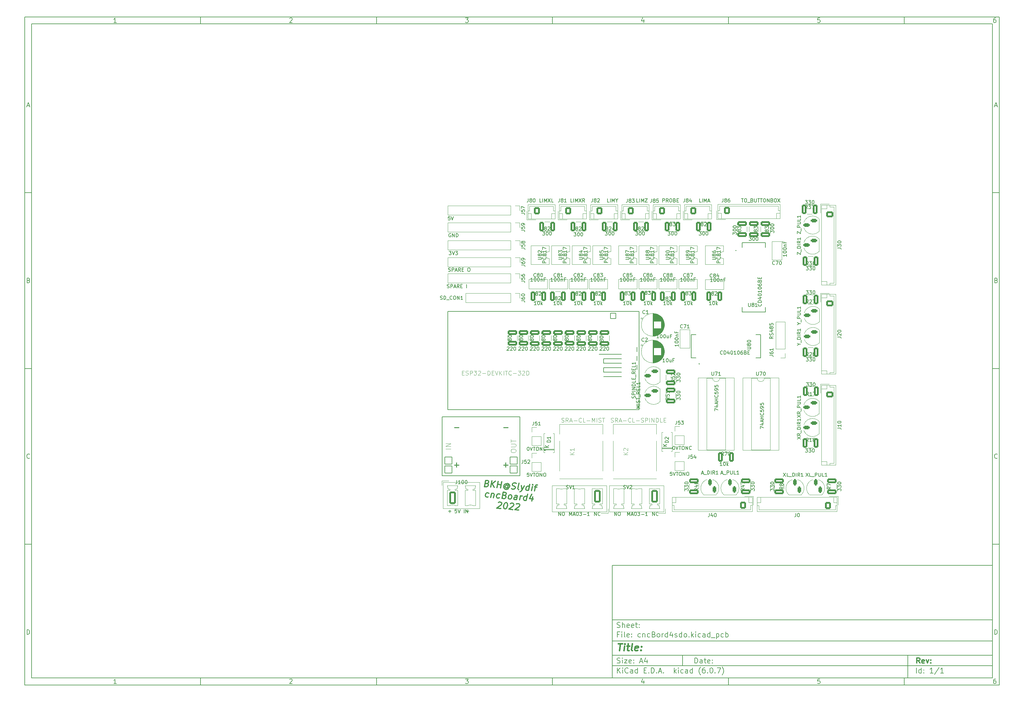
<source format=gto>
G04 #@! TF.GenerationSoftware,KiCad,Pcbnew,(6.0.7)*
G04 #@! TF.CreationDate,2022-11-13T23:24:52+01:00*
G04 #@! TF.ProjectId,cncBord4sdo,636e6342-6f72-4643-9473-646f2e6b6963,rev?*
G04 #@! TF.SameCoordinates,Original*
G04 #@! TF.FileFunction,Legend,Top*
G04 #@! TF.FilePolarity,Positive*
%FSLAX46Y46*%
G04 Gerber Fmt 4.6, Leading zero omitted, Abs format (unit mm)*
G04 Created by KiCad (PCBNEW (6.0.7)) date 2022-11-13 23:24:52*
%MOMM*%
%LPD*%
G01*
G04 APERTURE LIST*
G04 Aperture macros list*
%AMRoundRect*
0 Rectangle with rounded corners*
0 $1 Rounding radius*
0 $2 $3 $4 $5 $6 $7 $8 $9 X,Y pos of 4 corners*
0 Add a 4 corners polygon primitive as box body*
4,1,4,$2,$3,$4,$5,$6,$7,$8,$9,$2,$3,0*
0 Add four circle primitives for the rounded corners*
1,1,$1+$1,$2,$3*
1,1,$1+$1,$4,$5*
1,1,$1+$1,$6,$7*
1,1,$1+$1,$8,$9*
0 Add four rect primitives between the rounded corners*
20,1,$1+$1,$2,$3,$4,$5,0*
20,1,$1+$1,$4,$5,$6,$7,0*
20,1,$1+$1,$6,$7,$8,$9,0*
20,1,$1+$1,$8,$9,$2,$3,0*%
G04 Aperture macros list end*
%ADD10C,0.100000*%
%ADD11C,0.150000*%
%ADD12C,0.300000*%
%ADD13C,0.400000*%
%ADD14C,0.121920*%
%ADD15C,0.096520*%
%ADD16C,0.096621*%
%ADD17C,0.254000*%
%ADD18C,0.127000*%
%ADD19C,0.120000*%
%ADD20C,0.200000*%
%ADD21RoundRect,0.101600X-1.000000X-1.000000X1.000000X-1.000000X1.000000X1.000000X-1.000000X1.000000X0*%
%ADD22C,2.203200*%
%ADD23R,1.600000X1.600000*%
%ADD24C,1.600000*%
%ADD25R,1.800000X1.800000*%
%ADD26O,1.800000X1.800000*%
%ADD27RoundRect,0.250000X0.600000X0.725000X-0.600000X0.725000X-0.600000X-0.725000X0.600000X-0.725000X0*%
%ADD28O,1.700000X1.950000*%
%ADD29RoundRect,0.250000X-0.725000X0.600000X-0.725000X-0.600000X0.725000X-0.600000X0.725000X0.600000X0*%
%ADD30O,1.950000X1.700000*%
%ADD31R,1.700000X1.700000*%
%ADD32O,1.700000X1.700000*%
%ADD33RoundRect,0.250000X-0.650000X-1.550000X0.650000X-1.550000X0.650000X1.550000X-0.650000X1.550000X0*%
%ADD34O,1.800000X3.600000*%
%ADD35C,2.303200*%
%ADD36RoundRect,0.250000X0.650000X1.550000X-0.650000X1.550000X-0.650000X-1.550000X0.650000X-1.550000X0*%
%ADD37RoundRect,0.101600X-0.780000X0.780000X-0.780000X-0.780000X0.780000X-0.780000X0.780000X0.780000X0*%
%ADD38C,1.763200*%
%ADD39RoundRect,0.250000X-1.075000X0.400000X-1.075000X-0.400000X1.075000X-0.400000X1.075000X0.400000X0*%
%ADD40RoundRect,0.250000X-0.400000X-1.075000X0.400000X-1.075000X0.400000X1.075000X-0.400000X1.075000X0*%
%ADD41RoundRect,0.250000X1.075000X-0.400000X1.075000X0.400000X-1.075000X0.400000X-1.075000X-0.400000X0*%
%ADD42R,1.800000X1.100000*%
%ADD43RoundRect,0.275000X0.625000X-0.275000X0.625000X0.275000X-0.625000X0.275000X-0.625000X-0.275000X0*%
%ADD44O,1.600000X1.600000*%
%ADD45R,1.100000X1.800000*%
%ADD46RoundRect,0.275000X-0.275000X-0.625000X0.275000X-0.625000X0.275000X0.625000X-0.275000X0.625000X0*%
%ADD47RoundRect,0.250000X0.400000X1.075000X-0.400000X1.075000X-0.400000X-1.075000X0.400000X-1.075000X0*%
%ADD48R,1.170000X1.170000*%
%ADD49C,1.170000*%
%ADD50RoundRect,0.250000X-0.600000X-0.750000X0.600000X-0.750000X0.600000X0.750000X-0.600000X0.750000X0*%
%ADD51O,1.700000X2.000000*%
%ADD52RoundRect,0.250000X-0.600000X-0.725000X0.600000X-0.725000X0.600000X0.725000X-0.600000X0.725000X0*%
G04 APERTURE END LIST*
D10*
D11*
X177002200Y-166007200D02*
X177002200Y-198007200D01*
X285002200Y-198007200D01*
X285002200Y-166007200D01*
X177002200Y-166007200D01*
D10*
D11*
X10000000Y-10000000D02*
X10000000Y-200007200D01*
X287002200Y-200007200D01*
X287002200Y-10000000D01*
X10000000Y-10000000D01*
D10*
D11*
X12000000Y-12000000D02*
X12000000Y-198007200D01*
X285002200Y-198007200D01*
X285002200Y-12000000D01*
X12000000Y-12000000D01*
D10*
D11*
X60000000Y-12000000D02*
X60000000Y-10000000D01*
D10*
D11*
X110000000Y-12000000D02*
X110000000Y-10000000D01*
D10*
D11*
X160000000Y-12000000D02*
X160000000Y-10000000D01*
D10*
D11*
X210000000Y-12000000D02*
X210000000Y-10000000D01*
D10*
D11*
X260000000Y-12000000D02*
X260000000Y-10000000D01*
D10*
D11*
X36065476Y-11588095D02*
X35322619Y-11588095D01*
X35694047Y-11588095D02*
X35694047Y-10288095D01*
X35570238Y-10473809D01*
X35446428Y-10597619D01*
X35322619Y-10659523D01*
D10*
D11*
X85322619Y-10411904D02*
X85384523Y-10350000D01*
X85508333Y-10288095D01*
X85817857Y-10288095D01*
X85941666Y-10350000D01*
X86003571Y-10411904D01*
X86065476Y-10535714D01*
X86065476Y-10659523D01*
X86003571Y-10845238D01*
X85260714Y-11588095D01*
X86065476Y-11588095D01*
D10*
D11*
X135260714Y-10288095D02*
X136065476Y-10288095D01*
X135632142Y-10783333D01*
X135817857Y-10783333D01*
X135941666Y-10845238D01*
X136003571Y-10907142D01*
X136065476Y-11030952D01*
X136065476Y-11340476D01*
X136003571Y-11464285D01*
X135941666Y-11526190D01*
X135817857Y-11588095D01*
X135446428Y-11588095D01*
X135322619Y-11526190D01*
X135260714Y-11464285D01*
D10*
D11*
X185941666Y-10721428D02*
X185941666Y-11588095D01*
X185632142Y-10226190D02*
X185322619Y-11154761D01*
X186127380Y-11154761D01*
D10*
D11*
X236003571Y-10288095D02*
X235384523Y-10288095D01*
X235322619Y-10907142D01*
X235384523Y-10845238D01*
X235508333Y-10783333D01*
X235817857Y-10783333D01*
X235941666Y-10845238D01*
X236003571Y-10907142D01*
X236065476Y-11030952D01*
X236065476Y-11340476D01*
X236003571Y-11464285D01*
X235941666Y-11526190D01*
X235817857Y-11588095D01*
X235508333Y-11588095D01*
X235384523Y-11526190D01*
X235322619Y-11464285D01*
D10*
D11*
X285941666Y-10288095D02*
X285694047Y-10288095D01*
X285570238Y-10350000D01*
X285508333Y-10411904D01*
X285384523Y-10597619D01*
X285322619Y-10845238D01*
X285322619Y-11340476D01*
X285384523Y-11464285D01*
X285446428Y-11526190D01*
X285570238Y-11588095D01*
X285817857Y-11588095D01*
X285941666Y-11526190D01*
X286003571Y-11464285D01*
X286065476Y-11340476D01*
X286065476Y-11030952D01*
X286003571Y-10907142D01*
X285941666Y-10845238D01*
X285817857Y-10783333D01*
X285570238Y-10783333D01*
X285446428Y-10845238D01*
X285384523Y-10907142D01*
X285322619Y-11030952D01*
D10*
D11*
X60000000Y-198007200D02*
X60000000Y-200007200D01*
D10*
D11*
X110000000Y-198007200D02*
X110000000Y-200007200D01*
D10*
D11*
X160000000Y-198007200D02*
X160000000Y-200007200D01*
D10*
D11*
X210000000Y-198007200D02*
X210000000Y-200007200D01*
D10*
D11*
X260000000Y-198007200D02*
X260000000Y-200007200D01*
D10*
D11*
X36065476Y-199595295D02*
X35322619Y-199595295D01*
X35694047Y-199595295D02*
X35694047Y-198295295D01*
X35570238Y-198481009D01*
X35446428Y-198604819D01*
X35322619Y-198666723D01*
D10*
D11*
X85322619Y-198419104D02*
X85384523Y-198357200D01*
X85508333Y-198295295D01*
X85817857Y-198295295D01*
X85941666Y-198357200D01*
X86003571Y-198419104D01*
X86065476Y-198542914D01*
X86065476Y-198666723D01*
X86003571Y-198852438D01*
X85260714Y-199595295D01*
X86065476Y-199595295D01*
D10*
D11*
X135260714Y-198295295D02*
X136065476Y-198295295D01*
X135632142Y-198790533D01*
X135817857Y-198790533D01*
X135941666Y-198852438D01*
X136003571Y-198914342D01*
X136065476Y-199038152D01*
X136065476Y-199347676D01*
X136003571Y-199471485D01*
X135941666Y-199533390D01*
X135817857Y-199595295D01*
X135446428Y-199595295D01*
X135322619Y-199533390D01*
X135260714Y-199471485D01*
D10*
D11*
X185941666Y-198728628D02*
X185941666Y-199595295D01*
X185632142Y-198233390D02*
X185322619Y-199161961D01*
X186127380Y-199161961D01*
D10*
D11*
X236003571Y-198295295D02*
X235384523Y-198295295D01*
X235322619Y-198914342D01*
X235384523Y-198852438D01*
X235508333Y-198790533D01*
X235817857Y-198790533D01*
X235941666Y-198852438D01*
X236003571Y-198914342D01*
X236065476Y-199038152D01*
X236065476Y-199347676D01*
X236003571Y-199471485D01*
X235941666Y-199533390D01*
X235817857Y-199595295D01*
X235508333Y-199595295D01*
X235384523Y-199533390D01*
X235322619Y-199471485D01*
D10*
D11*
X285941666Y-198295295D02*
X285694047Y-198295295D01*
X285570238Y-198357200D01*
X285508333Y-198419104D01*
X285384523Y-198604819D01*
X285322619Y-198852438D01*
X285322619Y-199347676D01*
X285384523Y-199471485D01*
X285446428Y-199533390D01*
X285570238Y-199595295D01*
X285817857Y-199595295D01*
X285941666Y-199533390D01*
X286003571Y-199471485D01*
X286065476Y-199347676D01*
X286065476Y-199038152D01*
X286003571Y-198914342D01*
X285941666Y-198852438D01*
X285817857Y-198790533D01*
X285570238Y-198790533D01*
X285446428Y-198852438D01*
X285384523Y-198914342D01*
X285322619Y-199038152D01*
D10*
D11*
X10000000Y-60000000D02*
X12000000Y-60000000D01*
D10*
D11*
X10000000Y-110000000D02*
X12000000Y-110000000D01*
D10*
D11*
X10000000Y-160000000D02*
X12000000Y-160000000D01*
D10*
D11*
X10690476Y-35216666D02*
X11309523Y-35216666D01*
X10566666Y-35588095D02*
X11000000Y-34288095D01*
X11433333Y-35588095D01*
D10*
D11*
X11092857Y-84907142D02*
X11278571Y-84969047D01*
X11340476Y-85030952D01*
X11402380Y-85154761D01*
X11402380Y-85340476D01*
X11340476Y-85464285D01*
X11278571Y-85526190D01*
X11154761Y-85588095D01*
X10659523Y-85588095D01*
X10659523Y-84288095D01*
X11092857Y-84288095D01*
X11216666Y-84350000D01*
X11278571Y-84411904D01*
X11340476Y-84535714D01*
X11340476Y-84659523D01*
X11278571Y-84783333D01*
X11216666Y-84845238D01*
X11092857Y-84907142D01*
X10659523Y-84907142D01*
D10*
D11*
X11402380Y-135464285D02*
X11340476Y-135526190D01*
X11154761Y-135588095D01*
X11030952Y-135588095D01*
X10845238Y-135526190D01*
X10721428Y-135402380D01*
X10659523Y-135278571D01*
X10597619Y-135030952D01*
X10597619Y-134845238D01*
X10659523Y-134597619D01*
X10721428Y-134473809D01*
X10845238Y-134350000D01*
X11030952Y-134288095D01*
X11154761Y-134288095D01*
X11340476Y-134350000D01*
X11402380Y-134411904D01*
D10*
D11*
X10659523Y-185588095D02*
X10659523Y-184288095D01*
X10969047Y-184288095D01*
X11154761Y-184350000D01*
X11278571Y-184473809D01*
X11340476Y-184597619D01*
X11402380Y-184845238D01*
X11402380Y-185030952D01*
X11340476Y-185278571D01*
X11278571Y-185402380D01*
X11154761Y-185526190D01*
X10969047Y-185588095D01*
X10659523Y-185588095D01*
D10*
D11*
X287002200Y-60000000D02*
X285002200Y-60000000D01*
D10*
D11*
X287002200Y-110000000D02*
X285002200Y-110000000D01*
D10*
D11*
X287002200Y-160000000D02*
X285002200Y-160000000D01*
D10*
D11*
X285692676Y-35216666D02*
X286311723Y-35216666D01*
X285568866Y-35588095D02*
X286002200Y-34288095D01*
X286435533Y-35588095D01*
D10*
D11*
X286095057Y-84907142D02*
X286280771Y-84969047D01*
X286342676Y-85030952D01*
X286404580Y-85154761D01*
X286404580Y-85340476D01*
X286342676Y-85464285D01*
X286280771Y-85526190D01*
X286156961Y-85588095D01*
X285661723Y-85588095D01*
X285661723Y-84288095D01*
X286095057Y-84288095D01*
X286218866Y-84350000D01*
X286280771Y-84411904D01*
X286342676Y-84535714D01*
X286342676Y-84659523D01*
X286280771Y-84783333D01*
X286218866Y-84845238D01*
X286095057Y-84907142D01*
X285661723Y-84907142D01*
D10*
D11*
X286404580Y-135464285D02*
X286342676Y-135526190D01*
X286156961Y-135588095D01*
X286033152Y-135588095D01*
X285847438Y-135526190D01*
X285723628Y-135402380D01*
X285661723Y-135278571D01*
X285599819Y-135030952D01*
X285599819Y-134845238D01*
X285661723Y-134597619D01*
X285723628Y-134473809D01*
X285847438Y-134350000D01*
X286033152Y-134288095D01*
X286156961Y-134288095D01*
X286342676Y-134350000D01*
X286404580Y-134411904D01*
D10*
D11*
X285661723Y-185588095D02*
X285661723Y-184288095D01*
X285971247Y-184288095D01*
X286156961Y-184350000D01*
X286280771Y-184473809D01*
X286342676Y-184597619D01*
X286404580Y-184845238D01*
X286404580Y-185030952D01*
X286342676Y-185278571D01*
X286280771Y-185402380D01*
X286156961Y-185526190D01*
X285971247Y-185588095D01*
X285661723Y-185588095D01*
D10*
D11*
X200434342Y-193785771D02*
X200434342Y-192285771D01*
X200791485Y-192285771D01*
X201005771Y-192357200D01*
X201148628Y-192500057D01*
X201220057Y-192642914D01*
X201291485Y-192928628D01*
X201291485Y-193142914D01*
X201220057Y-193428628D01*
X201148628Y-193571485D01*
X201005771Y-193714342D01*
X200791485Y-193785771D01*
X200434342Y-193785771D01*
X202577200Y-193785771D02*
X202577200Y-193000057D01*
X202505771Y-192857200D01*
X202362914Y-192785771D01*
X202077200Y-192785771D01*
X201934342Y-192857200D01*
X202577200Y-193714342D02*
X202434342Y-193785771D01*
X202077200Y-193785771D01*
X201934342Y-193714342D01*
X201862914Y-193571485D01*
X201862914Y-193428628D01*
X201934342Y-193285771D01*
X202077200Y-193214342D01*
X202434342Y-193214342D01*
X202577200Y-193142914D01*
X203077200Y-192785771D02*
X203648628Y-192785771D01*
X203291485Y-192285771D02*
X203291485Y-193571485D01*
X203362914Y-193714342D01*
X203505771Y-193785771D01*
X203648628Y-193785771D01*
X204720057Y-193714342D02*
X204577200Y-193785771D01*
X204291485Y-193785771D01*
X204148628Y-193714342D01*
X204077200Y-193571485D01*
X204077200Y-193000057D01*
X204148628Y-192857200D01*
X204291485Y-192785771D01*
X204577200Y-192785771D01*
X204720057Y-192857200D01*
X204791485Y-193000057D01*
X204791485Y-193142914D01*
X204077200Y-193285771D01*
X205434342Y-193642914D02*
X205505771Y-193714342D01*
X205434342Y-193785771D01*
X205362914Y-193714342D01*
X205434342Y-193642914D01*
X205434342Y-193785771D01*
X205434342Y-192857200D02*
X205505771Y-192928628D01*
X205434342Y-193000057D01*
X205362914Y-192928628D01*
X205434342Y-192857200D01*
X205434342Y-193000057D01*
D10*
D11*
X177002200Y-194507200D02*
X285002200Y-194507200D01*
D10*
D11*
X178434342Y-196585771D02*
X178434342Y-195085771D01*
X179291485Y-196585771D02*
X178648628Y-195728628D01*
X179291485Y-195085771D02*
X178434342Y-195942914D01*
X179934342Y-196585771D02*
X179934342Y-195585771D01*
X179934342Y-195085771D02*
X179862914Y-195157200D01*
X179934342Y-195228628D01*
X180005771Y-195157200D01*
X179934342Y-195085771D01*
X179934342Y-195228628D01*
X181505771Y-196442914D02*
X181434342Y-196514342D01*
X181220057Y-196585771D01*
X181077200Y-196585771D01*
X180862914Y-196514342D01*
X180720057Y-196371485D01*
X180648628Y-196228628D01*
X180577200Y-195942914D01*
X180577200Y-195728628D01*
X180648628Y-195442914D01*
X180720057Y-195300057D01*
X180862914Y-195157200D01*
X181077200Y-195085771D01*
X181220057Y-195085771D01*
X181434342Y-195157200D01*
X181505771Y-195228628D01*
X182791485Y-196585771D02*
X182791485Y-195800057D01*
X182720057Y-195657200D01*
X182577200Y-195585771D01*
X182291485Y-195585771D01*
X182148628Y-195657200D01*
X182791485Y-196514342D02*
X182648628Y-196585771D01*
X182291485Y-196585771D01*
X182148628Y-196514342D01*
X182077200Y-196371485D01*
X182077200Y-196228628D01*
X182148628Y-196085771D01*
X182291485Y-196014342D01*
X182648628Y-196014342D01*
X182791485Y-195942914D01*
X184148628Y-196585771D02*
X184148628Y-195085771D01*
X184148628Y-196514342D02*
X184005771Y-196585771D01*
X183720057Y-196585771D01*
X183577200Y-196514342D01*
X183505771Y-196442914D01*
X183434342Y-196300057D01*
X183434342Y-195871485D01*
X183505771Y-195728628D01*
X183577200Y-195657200D01*
X183720057Y-195585771D01*
X184005771Y-195585771D01*
X184148628Y-195657200D01*
X186005771Y-195800057D02*
X186505771Y-195800057D01*
X186720057Y-196585771D02*
X186005771Y-196585771D01*
X186005771Y-195085771D01*
X186720057Y-195085771D01*
X187362914Y-196442914D02*
X187434342Y-196514342D01*
X187362914Y-196585771D01*
X187291485Y-196514342D01*
X187362914Y-196442914D01*
X187362914Y-196585771D01*
X188077200Y-196585771D02*
X188077200Y-195085771D01*
X188434342Y-195085771D01*
X188648628Y-195157200D01*
X188791485Y-195300057D01*
X188862914Y-195442914D01*
X188934342Y-195728628D01*
X188934342Y-195942914D01*
X188862914Y-196228628D01*
X188791485Y-196371485D01*
X188648628Y-196514342D01*
X188434342Y-196585771D01*
X188077200Y-196585771D01*
X189577200Y-196442914D02*
X189648628Y-196514342D01*
X189577200Y-196585771D01*
X189505771Y-196514342D01*
X189577200Y-196442914D01*
X189577200Y-196585771D01*
X190220057Y-196157200D02*
X190934342Y-196157200D01*
X190077200Y-196585771D02*
X190577200Y-195085771D01*
X191077200Y-196585771D01*
X191577200Y-196442914D02*
X191648628Y-196514342D01*
X191577200Y-196585771D01*
X191505771Y-196514342D01*
X191577200Y-196442914D01*
X191577200Y-196585771D01*
X194577200Y-196585771D02*
X194577200Y-195085771D01*
X194720057Y-196014342D02*
X195148628Y-196585771D01*
X195148628Y-195585771D02*
X194577200Y-196157200D01*
X195791485Y-196585771D02*
X195791485Y-195585771D01*
X195791485Y-195085771D02*
X195720057Y-195157200D01*
X195791485Y-195228628D01*
X195862914Y-195157200D01*
X195791485Y-195085771D01*
X195791485Y-195228628D01*
X197148628Y-196514342D02*
X197005771Y-196585771D01*
X196720057Y-196585771D01*
X196577200Y-196514342D01*
X196505771Y-196442914D01*
X196434342Y-196300057D01*
X196434342Y-195871485D01*
X196505771Y-195728628D01*
X196577200Y-195657200D01*
X196720057Y-195585771D01*
X197005771Y-195585771D01*
X197148628Y-195657200D01*
X198434342Y-196585771D02*
X198434342Y-195800057D01*
X198362914Y-195657200D01*
X198220057Y-195585771D01*
X197934342Y-195585771D01*
X197791485Y-195657200D01*
X198434342Y-196514342D02*
X198291485Y-196585771D01*
X197934342Y-196585771D01*
X197791485Y-196514342D01*
X197720057Y-196371485D01*
X197720057Y-196228628D01*
X197791485Y-196085771D01*
X197934342Y-196014342D01*
X198291485Y-196014342D01*
X198434342Y-195942914D01*
X199791485Y-196585771D02*
X199791485Y-195085771D01*
X199791485Y-196514342D02*
X199648628Y-196585771D01*
X199362914Y-196585771D01*
X199220057Y-196514342D01*
X199148628Y-196442914D01*
X199077200Y-196300057D01*
X199077200Y-195871485D01*
X199148628Y-195728628D01*
X199220057Y-195657200D01*
X199362914Y-195585771D01*
X199648628Y-195585771D01*
X199791485Y-195657200D01*
X202077200Y-197157200D02*
X202005771Y-197085771D01*
X201862914Y-196871485D01*
X201791485Y-196728628D01*
X201720057Y-196514342D01*
X201648628Y-196157200D01*
X201648628Y-195871485D01*
X201720057Y-195514342D01*
X201791485Y-195300057D01*
X201862914Y-195157200D01*
X202005771Y-194942914D01*
X202077200Y-194871485D01*
X203291485Y-195085771D02*
X203005771Y-195085771D01*
X202862914Y-195157200D01*
X202791485Y-195228628D01*
X202648628Y-195442914D01*
X202577200Y-195728628D01*
X202577200Y-196300057D01*
X202648628Y-196442914D01*
X202720057Y-196514342D01*
X202862914Y-196585771D01*
X203148628Y-196585771D01*
X203291485Y-196514342D01*
X203362914Y-196442914D01*
X203434342Y-196300057D01*
X203434342Y-195942914D01*
X203362914Y-195800057D01*
X203291485Y-195728628D01*
X203148628Y-195657200D01*
X202862914Y-195657200D01*
X202720057Y-195728628D01*
X202648628Y-195800057D01*
X202577200Y-195942914D01*
X204077200Y-196442914D02*
X204148628Y-196514342D01*
X204077200Y-196585771D01*
X204005771Y-196514342D01*
X204077200Y-196442914D01*
X204077200Y-196585771D01*
X205077200Y-195085771D02*
X205220057Y-195085771D01*
X205362914Y-195157200D01*
X205434342Y-195228628D01*
X205505771Y-195371485D01*
X205577200Y-195657200D01*
X205577200Y-196014342D01*
X205505771Y-196300057D01*
X205434342Y-196442914D01*
X205362914Y-196514342D01*
X205220057Y-196585771D01*
X205077200Y-196585771D01*
X204934342Y-196514342D01*
X204862914Y-196442914D01*
X204791485Y-196300057D01*
X204720057Y-196014342D01*
X204720057Y-195657200D01*
X204791485Y-195371485D01*
X204862914Y-195228628D01*
X204934342Y-195157200D01*
X205077200Y-195085771D01*
X206220057Y-196442914D02*
X206291485Y-196514342D01*
X206220057Y-196585771D01*
X206148628Y-196514342D01*
X206220057Y-196442914D01*
X206220057Y-196585771D01*
X206791485Y-195085771D02*
X207791485Y-195085771D01*
X207148628Y-196585771D01*
X208220057Y-197157200D02*
X208291485Y-197085771D01*
X208434342Y-196871485D01*
X208505771Y-196728628D01*
X208577200Y-196514342D01*
X208648628Y-196157200D01*
X208648628Y-195871485D01*
X208577200Y-195514342D01*
X208505771Y-195300057D01*
X208434342Y-195157200D01*
X208291485Y-194942914D01*
X208220057Y-194871485D01*
D10*
D11*
X177002200Y-191507200D02*
X285002200Y-191507200D01*
D10*
D12*
X264411485Y-193785771D02*
X263911485Y-193071485D01*
X263554342Y-193785771D02*
X263554342Y-192285771D01*
X264125771Y-192285771D01*
X264268628Y-192357200D01*
X264340057Y-192428628D01*
X264411485Y-192571485D01*
X264411485Y-192785771D01*
X264340057Y-192928628D01*
X264268628Y-193000057D01*
X264125771Y-193071485D01*
X263554342Y-193071485D01*
X265625771Y-193714342D02*
X265482914Y-193785771D01*
X265197200Y-193785771D01*
X265054342Y-193714342D01*
X264982914Y-193571485D01*
X264982914Y-193000057D01*
X265054342Y-192857200D01*
X265197200Y-192785771D01*
X265482914Y-192785771D01*
X265625771Y-192857200D01*
X265697200Y-193000057D01*
X265697200Y-193142914D01*
X264982914Y-193285771D01*
X266197200Y-192785771D02*
X266554342Y-193785771D01*
X266911485Y-192785771D01*
X267482914Y-193642914D02*
X267554342Y-193714342D01*
X267482914Y-193785771D01*
X267411485Y-193714342D01*
X267482914Y-193642914D01*
X267482914Y-193785771D01*
X267482914Y-192857200D02*
X267554342Y-192928628D01*
X267482914Y-193000057D01*
X267411485Y-192928628D01*
X267482914Y-192857200D01*
X267482914Y-193000057D01*
D10*
D11*
X178362914Y-193714342D02*
X178577200Y-193785771D01*
X178934342Y-193785771D01*
X179077200Y-193714342D01*
X179148628Y-193642914D01*
X179220057Y-193500057D01*
X179220057Y-193357200D01*
X179148628Y-193214342D01*
X179077200Y-193142914D01*
X178934342Y-193071485D01*
X178648628Y-193000057D01*
X178505771Y-192928628D01*
X178434342Y-192857200D01*
X178362914Y-192714342D01*
X178362914Y-192571485D01*
X178434342Y-192428628D01*
X178505771Y-192357200D01*
X178648628Y-192285771D01*
X179005771Y-192285771D01*
X179220057Y-192357200D01*
X179862914Y-193785771D02*
X179862914Y-192785771D01*
X179862914Y-192285771D02*
X179791485Y-192357200D01*
X179862914Y-192428628D01*
X179934342Y-192357200D01*
X179862914Y-192285771D01*
X179862914Y-192428628D01*
X180434342Y-192785771D02*
X181220057Y-192785771D01*
X180434342Y-193785771D01*
X181220057Y-193785771D01*
X182362914Y-193714342D02*
X182220057Y-193785771D01*
X181934342Y-193785771D01*
X181791485Y-193714342D01*
X181720057Y-193571485D01*
X181720057Y-193000057D01*
X181791485Y-192857200D01*
X181934342Y-192785771D01*
X182220057Y-192785771D01*
X182362914Y-192857200D01*
X182434342Y-193000057D01*
X182434342Y-193142914D01*
X181720057Y-193285771D01*
X183077200Y-193642914D02*
X183148628Y-193714342D01*
X183077200Y-193785771D01*
X183005771Y-193714342D01*
X183077200Y-193642914D01*
X183077200Y-193785771D01*
X183077200Y-192857200D02*
X183148628Y-192928628D01*
X183077200Y-193000057D01*
X183005771Y-192928628D01*
X183077200Y-192857200D01*
X183077200Y-193000057D01*
X184862914Y-193357200D02*
X185577200Y-193357200D01*
X184720057Y-193785771D02*
X185220057Y-192285771D01*
X185720057Y-193785771D01*
X186862914Y-192785771D02*
X186862914Y-193785771D01*
X186505771Y-192214342D02*
X186148628Y-193285771D01*
X187077200Y-193285771D01*
D10*
D11*
X263434342Y-196585771D02*
X263434342Y-195085771D01*
X264791485Y-196585771D02*
X264791485Y-195085771D01*
X264791485Y-196514342D02*
X264648628Y-196585771D01*
X264362914Y-196585771D01*
X264220057Y-196514342D01*
X264148628Y-196442914D01*
X264077200Y-196300057D01*
X264077200Y-195871485D01*
X264148628Y-195728628D01*
X264220057Y-195657200D01*
X264362914Y-195585771D01*
X264648628Y-195585771D01*
X264791485Y-195657200D01*
X265505771Y-196442914D02*
X265577200Y-196514342D01*
X265505771Y-196585771D01*
X265434342Y-196514342D01*
X265505771Y-196442914D01*
X265505771Y-196585771D01*
X265505771Y-195657200D02*
X265577200Y-195728628D01*
X265505771Y-195800057D01*
X265434342Y-195728628D01*
X265505771Y-195657200D01*
X265505771Y-195800057D01*
X268148628Y-196585771D02*
X267291485Y-196585771D01*
X267720057Y-196585771D02*
X267720057Y-195085771D01*
X267577200Y-195300057D01*
X267434342Y-195442914D01*
X267291485Y-195514342D01*
X269862914Y-195014342D02*
X268577200Y-196942914D01*
X271148628Y-196585771D02*
X270291485Y-196585771D01*
X270720057Y-196585771D02*
X270720057Y-195085771D01*
X270577200Y-195300057D01*
X270434342Y-195442914D01*
X270291485Y-195514342D01*
D10*
D11*
X177002200Y-187507200D02*
X285002200Y-187507200D01*
D10*
D13*
X178714580Y-188211961D02*
X179857438Y-188211961D01*
X179036009Y-190211961D02*
X179286009Y-188211961D01*
X180274104Y-190211961D02*
X180440771Y-188878628D01*
X180524104Y-188211961D02*
X180416961Y-188307200D01*
X180500295Y-188402438D01*
X180607438Y-188307200D01*
X180524104Y-188211961D01*
X180500295Y-188402438D01*
X181107438Y-188878628D02*
X181869342Y-188878628D01*
X181476485Y-188211961D02*
X181262200Y-189926247D01*
X181333628Y-190116723D01*
X181512200Y-190211961D01*
X181702676Y-190211961D01*
X182655057Y-190211961D02*
X182476485Y-190116723D01*
X182405057Y-189926247D01*
X182619342Y-188211961D01*
X184190771Y-190116723D02*
X183988390Y-190211961D01*
X183607438Y-190211961D01*
X183428866Y-190116723D01*
X183357438Y-189926247D01*
X183452676Y-189164342D01*
X183571723Y-188973866D01*
X183774104Y-188878628D01*
X184155057Y-188878628D01*
X184333628Y-188973866D01*
X184405057Y-189164342D01*
X184381247Y-189354819D01*
X183405057Y-189545295D01*
X185155057Y-190021485D02*
X185238390Y-190116723D01*
X185131247Y-190211961D01*
X185047914Y-190116723D01*
X185155057Y-190021485D01*
X185131247Y-190211961D01*
X185286009Y-188973866D02*
X185369342Y-189069104D01*
X185262200Y-189164342D01*
X185178866Y-189069104D01*
X185286009Y-188973866D01*
X185262200Y-189164342D01*
D10*
D11*
X178934342Y-185600057D02*
X178434342Y-185600057D01*
X178434342Y-186385771D02*
X178434342Y-184885771D01*
X179148628Y-184885771D01*
X179720057Y-186385771D02*
X179720057Y-185385771D01*
X179720057Y-184885771D02*
X179648628Y-184957200D01*
X179720057Y-185028628D01*
X179791485Y-184957200D01*
X179720057Y-184885771D01*
X179720057Y-185028628D01*
X180648628Y-186385771D02*
X180505771Y-186314342D01*
X180434342Y-186171485D01*
X180434342Y-184885771D01*
X181791485Y-186314342D02*
X181648628Y-186385771D01*
X181362914Y-186385771D01*
X181220057Y-186314342D01*
X181148628Y-186171485D01*
X181148628Y-185600057D01*
X181220057Y-185457200D01*
X181362914Y-185385771D01*
X181648628Y-185385771D01*
X181791485Y-185457200D01*
X181862914Y-185600057D01*
X181862914Y-185742914D01*
X181148628Y-185885771D01*
X182505771Y-186242914D02*
X182577200Y-186314342D01*
X182505771Y-186385771D01*
X182434342Y-186314342D01*
X182505771Y-186242914D01*
X182505771Y-186385771D01*
X182505771Y-185457200D02*
X182577200Y-185528628D01*
X182505771Y-185600057D01*
X182434342Y-185528628D01*
X182505771Y-185457200D01*
X182505771Y-185600057D01*
X185005771Y-186314342D02*
X184862914Y-186385771D01*
X184577200Y-186385771D01*
X184434342Y-186314342D01*
X184362914Y-186242914D01*
X184291485Y-186100057D01*
X184291485Y-185671485D01*
X184362914Y-185528628D01*
X184434342Y-185457200D01*
X184577200Y-185385771D01*
X184862914Y-185385771D01*
X185005771Y-185457200D01*
X185648628Y-185385771D02*
X185648628Y-186385771D01*
X185648628Y-185528628D02*
X185720057Y-185457200D01*
X185862914Y-185385771D01*
X186077200Y-185385771D01*
X186220057Y-185457200D01*
X186291485Y-185600057D01*
X186291485Y-186385771D01*
X187648628Y-186314342D02*
X187505771Y-186385771D01*
X187220057Y-186385771D01*
X187077200Y-186314342D01*
X187005771Y-186242914D01*
X186934342Y-186100057D01*
X186934342Y-185671485D01*
X187005771Y-185528628D01*
X187077200Y-185457200D01*
X187220057Y-185385771D01*
X187505771Y-185385771D01*
X187648628Y-185457200D01*
X188791485Y-185600057D02*
X189005771Y-185671485D01*
X189077200Y-185742914D01*
X189148628Y-185885771D01*
X189148628Y-186100057D01*
X189077200Y-186242914D01*
X189005771Y-186314342D01*
X188862914Y-186385771D01*
X188291485Y-186385771D01*
X188291485Y-184885771D01*
X188791485Y-184885771D01*
X188934342Y-184957200D01*
X189005771Y-185028628D01*
X189077200Y-185171485D01*
X189077200Y-185314342D01*
X189005771Y-185457200D01*
X188934342Y-185528628D01*
X188791485Y-185600057D01*
X188291485Y-185600057D01*
X190005771Y-186385771D02*
X189862914Y-186314342D01*
X189791485Y-186242914D01*
X189720057Y-186100057D01*
X189720057Y-185671485D01*
X189791485Y-185528628D01*
X189862914Y-185457200D01*
X190005771Y-185385771D01*
X190220057Y-185385771D01*
X190362914Y-185457200D01*
X190434342Y-185528628D01*
X190505771Y-185671485D01*
X190505771Y-186100057D01*
X190434342Y-186242914D01*
X190362914Y-186314342D01*
X190220057Y-186385771D01*
X190005771Y-186385771D01*
X191148628Y-186385771D02*
X191148628Y-185385771D01*
X191148628Y-185671485D02*
X191220057Y-185528628D01*
X191291485Y-185457200D01*
X191434342Y-185385771D01*
X191577200Y-185385771D01*
X192720057Y-186385771D02*
X192720057Y-184885771D01*
X192720057Y-186314342D02*
X192577200Y-186385771D01*
X192291485Y-186385771D01*
X192148628Y-186314342D01*
X192077200Y-186242914D01*
X192005771Y-186100057D01*
X192005771Y-185671485D01*
X192077200Y-185528628D01*
X192148628Y-185457200D01*
X192291485Y-185385771D01*
X192577200Y-185385771D01*
X192720057Y-185457200D01*
X194077200Y-185385771D02*
X194077200Y-186385771D01*
X193720057Y-184814342D02*
X193362914Y-185885771D01*
X194291485Y-185885771D01*
X194791485Y-186314342D02*
X194934342Y-186385771D01*
X195220057Y-186385771D01*
X195362914Y-186314342D01*
X195434342Y-186171485D01*
X195434342Y-186100057D01*
X195362914Y-185957200D01*
X195220057Y-185885771D01*
X195005771Y-185885771D01*
X194862914Y-185814342D01*
X194791485Y-185671485D01*
X194791485Y-185600057D01*
X194862914Y-185457200D01*
X195005771Y-185385771D01*
X195220057Y-185385771D01*
X195362914Y-185457200D01*
X196720057Y-186385771D02*
X196720057Y-184885771D01*
X196720057Y-186314342D02*
X196577200Y-186385771D01*
X196291485Y-186385771D01*
X196148628Y-186314342D01*
X196077200Y-186242914D01*
X196005771Y-186100057D01*
X196005771Y-185671485D01*
X196077200Y-185528628D01*
X196148628Y-185457200D01*
X196291485Y-185385771D01*
X196577200Y-185385771D01*
X196720057Y-185457200D01*
X197648628Y-186385771D02*
X197505771Y-186314342D01*
X197434342Y-186242914D01*
X197362914Y-186100057D01*
X197362914Y-185671485D01*
X197434342Y-185528628D01*
X197505771Y-185457200D01*
X197648628Y-185385771D01*
X197862914Y-185385771D01*
X198005771Y-185457200D01*
X198077200Y-185528628D01*
X198148628Y-185671485D01*
X198148628Y-186100057D01*
X198077200Y-186242914D01*
X198005771Y-186314342D01*
X197862914Y-186385771D01*
X197648628Y-186385771D01*
X198791485Y-186242914D02*
X198862914Y-186314342D01*
X198791485Y-186385771D01*
X198720057Y-186314342D01*
X198791485Y-186242914D01*
X198791485Y-186385771D01*
X199505771Y-186385771D02*
X199505771Y-184885771D01*
X199648628Y-185814342D02*
X200077200Y-186385771D01*
X200077200Y-185385771D02*
X199505771Y-185957200D01*
X200720057Y-186385771D02*
X200720057Y-185385771D01*
X200720057Y-184885771D02*
X200648628Y-184957200D01*
X200720057Y-185028628D01*
X200791485Y-184957200D01*
X200720057Y-184885771D01*
X200720057Y-185028628D01*
X202077200Y-186314342D02*
X201934342Y-186385771D01*
X201648628Y-186385771D01*
X201505771Y-186314342D01*
X201434342Y-186242914D01*
X201362914Y-186100057D01*
X201362914Y-185671485D01*
X201434342Y-185528628D01*
X201505771Y-185457200D01*
X201648628Y-185385771D01*
X201934342Y-185385771D01*
X202077200Y-185457200D01*
X203362914Y-186385771D02*
X203362914Y-185600057D01*
X203291485Y-185457200D01*
X203148628Y-185385771D01*
X202862914Y-185385771D01*
X202720057Y-185457200D01*
X203362914Y-186314342D02*
X203220057Y-186385771D01*
X202862914Y-186385771D01*
X202720057Y-186314342D01*
X202648628Y-186171485D01*
X202648628Y-186028628D01*
X202720057Y-185885771D01*
X202862914Y-185814342D01*
X203220057Y-185814342D01*
X203362914Y-185742914D01*
X204720057Y-186385771D02*
X204720057Y-184885771D01*
X204720057Y-186314342D02*
X204577200Y-186385771D01*
X204291485Y-186385771D01*
X204148628Y-186314342D01*
X204077200Y-186242914D01*
X204005771Y-186100057D01*
X204005771Y-185671485D01*
X204077200Y-185528628D01*
X204148628Y-185457200D01*
X204291485Y-185385771D01*
X204577200Y-185385771D01*
X204720057Y-185457200D01*
X205077200Y-186528628D02*
X206220057Y-186528628D01*
X206577200Y-185385771D02*
X206577200Y-186885771D01*
X206577200Y-185457200D02*
X206720057Y-185385771D01*
X207005771Y-185385771D01*
X207148628Y-185457200D01*
X207220057Y-185528628D01*
X207291485Y-185671485D01*
X207291485Y-186100057D01*
X207220057Y-186242914D01*
X207148628Y-186314342D01*
X207005771Y-186385771D01*
X206720057Y-186385771D01*
X206577200Y-186314342D01*
X208577200Y-186314342D02*
X208434342Y-186385771D01*
X208148628Y-186385771D01*
X208005771Y-186314342D01*
X207934342Y-186242914D01*
X207862914Y-186100057D01*
X207862914Y-185671485D01*
X207934342Y-185528628D01*
X208005771Y-185457200D01*
X208148628Y-185385771D01*
X208434342Y-185385771D01*
X208577200Y-185457200D01*
X209220057Y-186385771D02*
X209220057Y-184885771D01*
X209220057Y-185457200D02*
X209362914Y-185385771D01*
X209648628Y-185385771D01*
X209791485Y-185457200D01*
X209862914Y-185528628D01*
X209934342Y-185671485D01*
X209934342Y-186100057D01*
X209862914Y-186242914D01*
X209791485Y-186314342D01*
X209648628Y-186385771D01*
X209362914Y-186385771D01*
X209220057Y-186314342D01*
D10*
D11*
X177002200Y-181507200D02*
X285002200Y-181507200D01*
D10*
D11*
X178362914Y-183614342D02*
X178577200Y-183685771D01*
X178934342Y-183685771D01*
X179077200Y-183614342D01*
X179148628Y-183542914D01*
X179220057Y-183400057D01*
X179220057Y-183257200D01*
X179148628Y-183114342D01*
X179077200Y-183042914D01*
X178934342Y-182971485D01*
X178648628Y-182900057D01*
X178505771Y-182828628D01*
X178434342Y-182757200D01*
X178362914Y-182614342D01*
X178362914Y-182471485D01*
X178434342Y-182328628D01*
X178505771Y-182257200D01*
X178648628Y-182185771D01*
X179005771Y-182185771D01*
X179220057Y-182257200D01*
X179862914Y-183685771D02*
X179862914Y-182185771D01*
X180505771Y-183685771D02*
X180505771Y-182900057D01*
X180434342Y-182757200D01*
X180291485Y-182685771D01*
X180077200Y-182685771D01*
X179934342Y-182757200D01*
X179862914Y-182828628D01*
X181791485Y-183614342D02*
X181648628Y-183685771D01*
X181362914Y-183685771D01*
X181220057Y-183614342D01*
X181148628Y-183471485D01*
X181148628Y-182900057D01*
X181220057Y-182757200D01*
X181362914Y-182685771D01*
X181648628Y-182685771D01*
X181791485Y-182757200D01*
X181862914Y-182900057D01*
X181862914Y-183042914D01*
X181148628Y-183185771D01*
X183077200Y-183614342D02*
X182934342Y-183685771D01*
X182648628Y-183685771D01*
X182505771Y-183614342D01*
X182434342Y-183471485D01*
X182434342Y-182900057D01*
X182505771Y-182757200D01*
X182648628Y-182685771D01*
X182934342Y-182685771D01*
X183077200Y-182757200D01*
X183148628Y-182900057D01*
X183148628Y-183042914D01*
X182434342Y-183185771D01*
X183577200Y-182685771D02*
X184148628Y-182685771D01*
X183791485Y-182185771D02*
X183791485Y-183471485D01*
X183862914Y-183614342D01*
X184005771Y-183685771D01*
X184148628Y-183685771D01*
X184648628Y-183542914D02*
X184720057Y-183614342D01*
X184648628Y-183685771D01*
X184577200Y-183614342D01*
X184648628Y-183542914D01*
X184648628Y-183685771D01*
X184648628Y-182757200D02*
X184720057Y-182828628D01*
X184648628Y-182900057D01*
X184577200Y-182828628D01*
X184648628Y-182757200D01*
X184648628Y-182900057D01*
D10*
D12*
D10*
D11*
D10*
D11*
D10*
D11*
D10*
D11*
D10*
D11*
X197002200Y-191507200D02*
X197002200Y-194507200D01*
D10*
D11*
X261002200Y-191507200D02*
X261002200Y-198007200D01*
X174498000Y-111024000D02*
X179578000Y-111024000D01*
X179578000Y-112294000D02*
X174498000Y-112294000D01*
X179578000Y-107214000D02*
X174498000Y-107214000D01*
X173228000Y-105944000D02*
X179578000Y-105944000D01*
X174498000Y-107214000D02*
X174498000Y-108484000D01*
X184023000Y-106452000D02*
X184023000Y-107722000D01*
X174498000Y-108484000D02*
X179578000Y-108484000D01*
X184023000Y-104547000D02*
X184023000Y-105182000D01*
X179578000Y-109754000D02*
X174498000Y-109754000D01*
X184023000Y-108992000D02*
X184023000Y-110262000D01*
X174498000Y-109754000D02*
X174498000Y-111024000D01*
X184023000Y-103912000D02*
X184023000Y-104547000D01*
D12*
X141421850Y-142705402D02*
X141659870Y-142812268D01*
X141727114Y-142904192D01*
X141776214Y-143080572D01*
X141721782Y-143333934D01*
X141600106Y-143495373D01*
X141496574Y-143572356D01*
X141307654Y-143641870D01*
X140624549Y-143582106D01*
X141005573Y-141808565D01*
X141603290Y-141860859D01*
X141755922Y-141960254D01*
X141823166Y-142052179D01*
X141872266Y-142228558D01*
X141835978Y-142397467D01*
X141714302Y-142558905D01*
X141610770Y-142635889D01*
X141421850Y-142705402D01*
X140824133Y-142653108D01*
X142417699Y-143738986D02*
X142798723Y-141965446D01*
X143442357Y-143828632D02*
X142891592Y-142747946D01*
X143823381Y-142055092D02*
X142580995Y-142978897D01*
X144210850Y-143895866D02*
X144591874Y-142122326D01*
X144410434Y-142966869D02*
X145435091Y-143056515D01*
X145235507Y-143985512D02*
X145616531Y-142211972D01*
X147380874Y-143312791D02*
X147313630Y-143220866D01*
X147160997Y-143121471D01*
X146990221Y-143106530D01*
X146801301Y-143176043D01*
X146697769Y-143253027D01*
X146576093Y-143414465D01*
X146539805Y-143583373D01*
X146588905Y-143759752D01*
X146656149Y-143851677D01*
X146808781Y-143951073D01*
X146979557Y-143966014D01*
X147168478Y-143896500D01*
X147272010Y-143819516D01*
X147417162Y-143143882D02*
X147272010Y-143819516D01*
X147339254Y-143911441D01*
X147424642Y-143918912D01*
X147613562Y-143849398D01*
X147735238Y-143687960D01*
X147825958Y-143265689D01*
X147709614Y-142997385D01*
X147489738Y-142806065D01*
X147166329Y-142691728D01*
X146806633Y-142746301D01*
X146514181Y-142892798D01*
X146288972Y-143131220D01*
X146131008Y-143461567D01*
X146143820Y-143806854D01*
X146260164Y-144075158D01*
X146480041Y-144266478D01*
X146803449Y-144380815D01*
X147163146Y-144326242D01*
X147455598Y-144179745D01*
X148327623Y-144169996D02*
X148565644Y-144276862D01*
X148992584Y-144314214D01*
X149181504Y-144244701D01*
X149285037Y-144167717D01*
X149406713Y-144006279D01*
X149443001Y-143837370D01*
X149393901Y-143660991D01*
X149326656Y-143569066D01*
X149174024Y-143469671D01*
X148850616Y-143355335D01*
X148697984Y-143255939D01*
X148630739Y-143164015D01*
X148581639Y-142987635D01*
X148617927Y-142818727D01*
X148739603Y-142657289D01*
X148843136Y-142580305D01*
X149032056Y-142510792D01*
X149458996Y-142548144D01*
X149697017Y-142655010D01*
X150358794Y-144433742D02*
X150206162Y-144334347D01*
X150157062Y-144157967D01*
X150483654Y-142637790D01*
X151125139Y-143296205D02*
X151298063Y-144515917D01*
X151979020Y-143370909D02*
X151298063Y-144515917D01*
X151036567Y-144923248D01*
X150933035Y-145000232D01*
X150744115Y-145069745D01*
X153176602Y-144680268D02*
X153557626Y-142906728D01*
X153194746Y-144595814D02*
X153005826Y-144665327D01*
X152664273Y-144635445D01*
X152511641Y-144536050D01*
X152444397Y-144444125D01*
X152395297Y-144267746D01*
X152504161Y-143761020D01*
X152625837Y-143599582D01*
X152729369Y-143522598D01*
X152918289Y-143453085D01*
X153259842Y-143482967D01*
X153412474Y-143582362D01*
X154030483Y-144754973D02*
X154284499Y-143572613D01*
X154411507Y-142981433D02*
X154307975Y-143058416D01*
X154375219Y-143150341D01*
X154478751Y-143073357D01*
X154411507Y-142981433D01*
X154375219Y-143150341D01*
X154882216Y-143624906D02*
X155565321Y-143684670D01*
X154884364Y-144829678D02*
X155210956Y-143309500D01*
X155332632Y-143148062D01*
X155521553Y-143078549D01*
X155692329Y-143093490D01*
X141713632Y-146500416D02*
X141524711Y-146569929D01*
X141183159Y-146540047D01*
X141030527Y-146440652D01*
X140963282Y-146348727D01*
X140914182Y-146172348D01*
X141023046Y-145665622D01*
X141144723Y-145504184D01*
X141248255Y-145427200D01*
X141437175Y-145357687D01*
X141778727Y-145387569D01*
X141931360Y-145486964D01*
X142717997Y-145469745D02*
X142463981Y-146652105D01*
X142681709Y-145638653D02*
X142785241Y-145561669D01*
X142974161Y-145492156D01*
X143230325Y-145514567D01*
X143382958Y-145613963D01*
X143432058Y-145790342D01*
X143232474Y-146719339D01*
X144872992Y-146776824D02*
X144684072Y-146846338D01*
X144342519Y-146816456D01*
X144189887Y-146717060D01*
X144122643Y-146625136D01*
X144073543Y-146448756D01*
X144182407Y-145942031D01*
X144304083Y-145780592D01*
X144407615Y-145703609D01*
X144596535Y-145634095D01*
X144938088Y-145663977D01*
X145090720Y-145763373D01*
X146420642Y-146051809D02*
X146658662Y-146158675D01*
X146725906Y-146250600D01*
X146775006Y-146426979D01*
X146720574Y-146680342D01*
X146598898Y-146841780D01*
X146495366Y-146918764D01*
X146306446Y-146988277D01*
X145623341Y-146928513D01*
X146004365Y-145154973D01*
X146602082Y-145207266D01*
X146754714Y-145306661D01*
X146821958Y-145398586D01*
X146871058Y-145574965D01*
X146834770Y-145743874D01*
X146713094Y-145905312D01*
X146609562Y-145982296D01*
X146420642Y-146051809D01*
X145822925Y-145999516D01*
X147672656Y-147107805D02*
X147520023Y-147008410D01*
X147452779Y-146916485D01*
X147403679Y-146740106D01*
X147512543Y-146233380D01*
X147634219Y-146071942D01*
X147737752Y-145994958D01*
X147926672Y-145925445D01*
X148182836Y-145947856D01*
X148335468Y-146047251D01*
X148402712Y-146139176D01*
X148451813Y-146315555D01*
X148342949Y-146822281D01*
X148221272Y-146983719D01*
X148117740Y-147060703D01*
X147928820Y-147130216D01*
X147672656Y-147107805D01*
X149807359Y-147294567D02*
X150006943Y-146365570D01*
X149957843Y-146189191D01*
X149805210Y-146089795D01*
X149463658Y-146059913D01*
X149274738Y-146129427D01*
X149825503Y-147210113D02*
X149636582Y-147279626D01*
X149209642Y-147242274D01*
X149057010Y-147142878D01*
X149007909Y-146966499D01*
X149044197Y-146797591D01*
X149165874Y-146636153D01*
X149354794Y-146566639D01*
X149781734Y-146603992D01*
X149970655Y-146534478D01*
X150661240Y-147369272D02*
X150915256Y-146186912D01*
X150842680Y-146524729D02*
X150964356Y-146363291D01*
X151067888Y-146286307D01*
X151256808Y-146216794D01*
X151427585Y-146231735D01*
X152539778Y-147533623D02*
X152920803Y-145760082D01*
X152557922Y-147449169D02*
X152369002Y-147518682D01*
X152027450Y-147488800D01*
X151874817Y-147389405D01*
X151807573Y-147297480D01*
X151758473Y-147121101D01*
X151867337Y-146614375D01*
X151989013Y-146452937D01*
X152092546Y-146375953D01*
X152281466Y-146306440D01*
X152623018Y-146336322D01*
X152775650Y-146435717D01*
X154416169Y-146493202D02*
X154162153Y-147675562D01*
X154134380Y-145780215D02*
X153435279Y-147009677D01*
X154545325Y-147106794D01*
X144605454Y-148113737D02*
X144708987Y-148036753D01*
X144897907Y-147967240D01*
X145324847Y-148004592D01*
X145477480Y-148103987D01*
X145544724Y-148195912D01*
X145593824Y-148372291D01*
X145557536Y-148541200D01*
X145417716Y-148787092D01*
X144175330Y-149710898D01*
X145285376Y-149808015D01*
X146776445Y-148131591D02*
X146947222Y-148146531D01*
X147099854Y-148245927D01*
X147167098Y-148337852D01*
X147216198Y-148514231D01*
X147229010Y-148859518D01*
X147138290Y-149281790D01*
X146980326Y-149612137D01*
X146858650Y-149773575D01*
X146755118Y-149850559D01*
X146566198Y-149920072D01*
X146395421Y-149905131D01*
X146242789Y-149805736D01*
X146175545Y-149713811D01*
X146126445Y-149537432D01*
X146113633Y-149192144D01*
X146204353Y-148769872D01*
X146362317Y-148439526D01*
X146483993Y-148278088D01*
X146587525Y-148201104D01*
X146776445Y-148131591D01*
X148020979Y-148412557D02*
X148124511Y-148335573D01*
X148313432Y-148266059D01*
X148740372Y-148303412D01*
X148893004Y-148402807D01*
X148960248Y-148494732D01*
X149009349Y-148671111D01*
X148973061Y-148840020D01*
X148833240Y-149085912D01*
X147590855Y-150009718D01*
X148700900Y-150106834D01*
X149728742Y-148561966D02*
X149832274Y-148484983D01*
X150021194Y-148415469D01*
X150448134Y-148452822D01*
X150600767Y-148552217D01*
X150668011Y-148644142D01*
X150717111Y-148820521D01*
X150680823Y-148989429D01*
X150541003Y-149235322D01*
X149298617Y-150159128D01*
X150408663Y-150256244D01*
D11*
X161750476Y-151836380D02*
X161750476Y-150836380D01*
X162321904Y-151836380D01*
X162321904Y-150836380D01*
X162988571Y-150836380D02*
X163179047Y-150836380D01*
X163274285Y-150884000D01*
X163369523Y-150979238D01*
X163417142Y-151169714D01*
X163417142Y-151503047D01*
X163369523Y-151693523D01*
X163274285Y-151788761D01*
X163179047Y-151836380D01*
X162988571Y-151836380D01*
X162893333Y-151788761D01*
X162798095Y-151693523D01*
X162750476Y-151503047D01*
X162750476Y-151169714D01*
X162798095Y-150979238D01*
X162893333Y-150884000D01*
X162988571Y-150836380D01*
X177625476Y-151836380D02*
X177625476Y-150836380D01*
X178196904Y-151836380D01*
X178196904Y-150836380D01*
X178863571Y-150836380D02*
X179054047Y-150836380D01*
X179149285Y-150884000D01*
X179244523Y-150979238D01*
X179292142Y-151169714D01*
X179292142Y-151503047D01*
X179244523Y-151693523D01*
X179149285Y-151788761D01*
X179054047Y-151836380D01*
X178863571Y-151836380D01*
X178768333Y-151788761D01*
X178673095Y-151693523D01*
X178625476Y-151503047D01*
X178625476Y-151169714D01*
X178673095Y-150979238D01*
X178768333Y-150884000D01*
X178863571Y-150836380D01*
X188444285Y-151836380D02*
X188444285Y-150836380D01*
X189015714Y-151836380D01*
X189015714Y-150836380D01*
X190063333Y-151741142D02*
X190015714Y-151788761D01*
X189872857Y-151836380D01*
X189777619Y-151836380D01*
X189634761Y-151788761D01*
X189539523Y-151693523D01*
X189491904Y-151598285D01*
X189444285Y-151407809D01*
X189444285Y-151264952D01*
X189491904Y-151074476D01*
X189539523Y-150979238D01*
X189634761Y-150884000D01*
X189777619Y-150836380D01*
X189872857Y-150836380D01*
X190015714Y-150884000D01*
X190063333Y-150931619D01*
X130445238Y-150566428D02*
X131207142Y-150566428D01*
X130826190Y-150947380D02*
X130826190Y-150185476D01*
X135492857Y-150566428D02*
X136254761Y-150566428D01*
X171934285Y-151836380D02*
X171934285Y-150836380D01*
X172505714Y-151836380D01*
X172505714Y-150836380D01*
X173553333Y-151741142D02*
X173505714Y-151788761D01*
X173362857Y-151836380D01*
X173267619Y-151836380D01*
X173124761Y-151788761D01*
X173029523Y-151693523D01*
X172981904Y-151598285D01*
X172934285Y-151407809D01*
X172934285Y-151264952D01*
X172981904Y-151074476D01*
X173029523Y-150979238D01*
X173124761Y-150884000D01*
X173267619Y-150836380D01*
X173362857Y-150836380D01*
X173505714Y-150884000D01*
X173553333Y-150931619D01*
D14*
X148178157Y-133527800D02*
X148178157Y-133252028D01*
X148247100Y-133114142D01*
X148384985Y-132976257D01*
X148660757Y-132907314D01*
X149143357Y-132907314D01*
X149419128Y-132976257D01*
X149557014Y-133114142D01*
X149625957Y-133252028D01*
X149625957Y-133527800D01*
X149557014Y-133665685D01*
X149419128Y-133803571D01*
X149143357Y-133872514D01*
X148660757Y-133872514D01*
X148384985Y-133803571D01*
X148247100Y-133665685D01*
X148178157Y-133527800D01*
X148178157Y-132286828D02*
X149350185Y-132286828D01*
X149488071Y-132217885D01*
X149557014Y-132148942D01*
X149625957Y-132011057D01*
X149625957Y-131735285D01*
X149557014Y-131597400D01*
X149488071Y-131528457D01*
X149350185Y-131459514D01*
X148178157Y-131459514D01*
X148178157Y-130976914D02*
X148178157Y-130149600D01*
X149625957Y-130563257D02*
X148178157Y-130563257D01*
X131083957Y-132838371D02*
X129636157Y-132838371D01*
X131083957Y-132148942D02*
X129636157Y-132148942D01*
X131083957Y-131321628D01*
X129636157Y-131321628D01*
D11*
X186269333Y-94337142D02*
X186221714Y-94384761D01*
X186078857Y-94432380D01*
X185983619Y-94432380D01*
X185840761Y-94384761D01*
X185745523Y-94289523D01*
X185697904Y-94194285D01*
X185650285Y-94003809D01*
X185650285Y-93860952D01*
X185697904Y-93670476D01*
X185745523Y-93575238D01*
X185840761Y-93480000D01*
X185983619Y-93432380D01*
X186078857Y-93432380D01*
X186221714Y-93480000D01*
X186269333Y-93527619D01*
X187221714Y-94432380D02*
X186650285Y-94432380D01*
X186936000Y-94432380D02*
X186936000Y-93432380D01*
X186840761Y-93575238D01*
X186745523Y-93670476D01*
X186650285Y-93718095D01*
X190222359Y-101316380D02*
X189650931Y-101316380D01*
X189936645Y-101316380D02*
X189936645Y-100316380D01*
X189841407Y-100459238D01*
X189746169Y-100554476D01*
X189650931Y-100602095D01*
X190841407Y-100316380D02*
X190936645Y-100316380D01*
X191031883Y-100364000D01*
X191079502Y-100411619D01*
X191127121Y-100506857D01*
X191174740Y-100697333D01*
X191174740Y-100935428D01*
X191127121Y-101125904D01*
X191079502Y-101221142D01*
X191031883Y-101268761D01*
X190936645Y-101316380D01*
X190841407Y-101316380D01*
X190746169Y-101268761D01*
X190698550Y-101221142D01*
X190650931Y-101125904D01*
X190603312Y-100935428D01*
X190603312Y-100697333D01*
X190650931Y-100506857D01*
X190698550Y-100411619D01*
X190746169Y-100364000D01*
X190841407Y-100316380D01*
X191793788Y-100316380D02*
X191889026Y-100316380D01*
X191984264Y-100364000D01*
X192031883Y-100411619D01*
X192079502Y-100506857D01*
X192127121Y-100697333D01*
X192127121Y-100935428D01*
X192079502Y-101125904D01*
X192031883Y-101221142D01*
X191984264Y-101268761D01*
X191889026Y-101316380D01*
X191793788Y-101316380D01*
X191698550Y-101268761D01*
X191650931Y-101221142D01*
X191603312Y-101125904D01*
X191555693Y-100935428D01*
X191555693Y-100697333D01*
X191603312Y-100506857D01*
X191650931Y-100411619D01*
X191698550Y-100364000D01*
X191793788Y-100316380D01*
X192984264Y-100649714D02*
X192984264Y-101316380D01*
X192555693Y-100649714D02*
X192555693Y-101173523D01*
X192603312Y-101268761D01*
X192698550Y-101316380D01*
X192841407Y-101316380D01*
X192936645Y-101268761D01*
X192984264Y-101221142D01*
X193793788Y-100792571D02*
X193460455Y-100792571D01*
X193460455Y-101316380D02*
X193460455Y-100316380D01*
X193936645Y-100316380D01*
X186015333Y-102211142D02*
X185967714Y-102258761D01*
X185824857Y-102306380D01*
X185729619Y-102306380D01*
X185586761Y-102258761D01*
X185491523Y-102163523D01*
X185443904Y-102068285D01*
X185396285Y-101877809D01*
X185396285Y-101734952D01*
X185443904Y-101544476D01*
X185491523Y-101449238D01*
X185586761Y-101354000D01*
X185729619Y-101306380D01*
X185824857Y-101306380D01*
X185967714Y-101354000D01*
X186015333Y-101401619D01*
X186396285Y-101401619D02*
X186443904Y-101354000D01*
X186539142Y-101306380D01*
X186777238Y-101306380D01*
X186872476Y-101354000D01*
X186920095Y-101401619D01*
X186967714Y-101496857D01*
X186967714Y-101592095D01*
X186920095Y-101734952D01*
X186348666Y-102306380D01*
X186967714Y-102306380D01*
X191929171Y-108148380D02*
X191357742Y-108148380D01*
X191643457Y-108148380D02*
X191643457Y-107148380D01*
X191548219Y-107291238D01*
X191452980Y-107386476D01*
X191357742Y-107434095D01*
X192548219Y-107148380D02*
X192643457Y-107148380D01*
X192738695Y-107196000D01*
X192786314Y-107243619D01*
X192833933Y-107338857D01*
X192881552Y-107529333D01*
X192881552Y-107767428D01*
X192833933Y-107957904D01*
X192786314Y-108053142D01*
X192738695Y-108100761D01*
X192643457Y-108148380D01*
X192548219Y-108148380D01*
X192452980Y-108100761D01*
X192405361Y-108053142D01*
X192357742Y-107957904D01*
X192310123Y-107767428D01*
X192310123Y-107529333D01*
X192357742Y-107338857D01*
X192405361Y-107243619D01*
X192452980Y-107196000D01*
X192548219Y-107148380D01*
X193738695Y-107481714D02*
X193738695Y-108148380D01*
X193310123Y-107481714D02*
X193310123Y-108005523D01*
X193357742Y-108100761D01*
X193452980Y-108148380D01*
X193595838Y-108148380D01*
X193691076Y-108100761D01*
X193738695Y-108053142D01*
X194548219Y-107624571D02*
X194214885Y-107624571D01*
X194214885Y-108148380D02*
X194214885Y-107148380D01*
X194691076Y-107148380D01*
X159456380Y-130908095D02*
X158456380Y-130908095D01*
X158456380Y-130670000D01*
X158504000Y-130527142D01*
X158599238Y-130431904D01*
X158694476Y-130384285D01*
X158884952Y-130336666D01*
X159027809Y-130336666D01*
X159218285Y-130384285D01*
X159313523Y-130431904D01*
X159408761Y-130527142D01*
X159456380Y-130670000D01*
X159456380Y-130908095D01*
X159456380Y-129384285D02*
X159456380Y-129955714D01*
X159456380Y-129670000D02*
X158456380Y-129670000D01*
X158599238Y-129765238D01*
X158694476Y-129860476D01*
X158742095Y-129955714D01*
X158948380Y-132463904D02*
X157948380Y-132463904D01*
X158948380Y-131892476D02*
X158376952Y-132321047D01*
X157948380Y-131892476D02*
X158519809Y-132463904D01*
X192984380Y-131035095D02*
X191984380Y-131035095D01*
X191984380Y-130797000D01*
X192032000Y-130654142D01*
X192127238Y-130558904D01*
X192222476Y-130511285D01*
X192412952Y-130463666D01*
X192555809Y-130463666D01*
X192746285Y-130511285D01*
X192841523Y-130558904D01*
X192936761Y-130654142D01*
X192984380Y-130797000D01*
X192984380Y-131035095D01*
X192079619Y-130082714D02*
X192032000Y-130035095D01*
X191984380Y-129939857D01*
X191984380Y-129701761D01*
X192032000Y-129606523D01*
X192079619Y-129558904D01*
X192174857Y-129511285D01*
X192270095Y-129511285D01*
X192412952Y-129558904D01*
X192984380Y-130130333D01*
X192984380Y-129511285D01*
X192476380Y-132082904D02*
X191476380Y-132082904D01*
X192476380Y-131511476D02*
X191904952Y-131940047D01*
X191476380Y-131511476D02*
X192047809Y-132082904D01*
X229168666Y-151168380D02*
X229168666Y-151882666D01*
X229121047Y-152025523D01*
X229025809Y-152120761D01*
X228882952Y-152168380D01*
X228787714Y-152168380D01*
X229835333Y-151168380D02*
X229930571Y-151168380D01*
X230025809Y-151216000D01*
X230073428Y-151263619D01*
X230121047Y-151358857D01*
X230168666Y-151549333D01*
X230168666Y-151787428D01*
X230121047Y-151977904D01*
X230073428Y-152073142D01*
X230025809Y-152120761D01*
X229930571Y-152168380D01*
X229835333Y-152168380D01*
X229740095Y-152120761D01*
X229692476Y-152073142D01*
X229644857Y-151977904D01*
X229597238Y-151787428D01*
X229597238Y-151549333D01*
X229644857Y-151358857D01*
X229692476Y-151263619D01*
X229740095Y-151216000D01*
X229835333Y-151168380D01*
X241012380Y-126907523D02*
X241726666Y-126907523D01*
X241869523Y-126955142D01*
X241964761Y-127050380D01*
X242012380Y-127193238D01*
X242012380Y-127288476D01*
X242012380Y-125907523D02*
X242012380Y-126478952D01*
X242012380Y-126193238D02*
X241012380Y-126193238D01*
X241155238Y-126288476D01*
X241250476Y-126383714D01*
X241298095Y-126478952D01*
X241012380Y-125288476D02*
X241012380Y-125193238D01*
X241060000Y-125098000D01*
X241107619Y-125050380D01*
X241202857Y-125002761D01*
X241393333Y-124955142D01*
X241631428Y-124955142D01*
X241821904Y-125002761D01*
X241917142Y-125050380D01*
X241964761Y-125098000D01*
X242012380Y-125193238D01*
X242012380Y-125288476D01*
X241964761Y-125383714D01*
X241917142Y-125431333D01*
X241821904Y-125478952D01*
X241631428Y-125526571D01*
X241393333Y-125526571D01*
X241202857Y-125478952D01*
X241107619Y-125431333D01*
X241060000Y-125383714D01*
X241012380Y-125288476D01*
X241012380Y-101019523D02*
X241726666Y-101019523D01*
X241869523Y-101067142D01*
X241964761Y-101162380D01*
X242012380Y-101305238D01*
X242012380Y-101400476D01*
X241107619Y-100590952D02*
X241060000Y-100543333D01*
X241012380Y-100448095D01*
X241012380Y-100210000D01*
X241060000Y-100114761D01*
X241107619Y-100067142D01*
X241202857Y-100019523D01*
X241298095Y-100019523D01*
X241440952Y-100067142D01*
X242012380Y-100638571D01*
X242012380Y-100019523D01*
X241012380Y-99400476D02*
X241012380Y-99305238D01*
X241060000Y-99210000D01*
X241107619Y-99162380D01*
X241202857Y-99114761D01*
X241393333Y-99067142D01*
X241631428Y-99067142D01*
X241821904Y-99114761D01*
X241917142Y-99162380D01*
X241964761Y-99210000D01*
X242012380Y-99305238D01*
X242012380Y-99400476D01*
X241964761Y-99495714D01*
X241917142Y-99543333D01*
X241821904Y-99590952D01*
X241631428Y-99638571D01*
X241393333Y-99638571D01*
X241202857Y-99590952D01*
X241107619Y-99543333D01*
X241060000Y-99495714D01*
X241012380Y-99400476D01*
X241012380Y-75679523D02*
X241726666Y-75679523D01*
X241869523Y-75727142D01*
X241964761Y-75822380D01*
X242012380Y-75965238D01*
X242012380Y-76060476D01*
X241012380Y-75298571D02*
X241012380Y-74679523D01*
X241393333Y-75012857D01*
X241393333Y-74870000D01*
X241440952Y-74774761D01*
X241488571Y-74727142D01*
X241583809Y-74679523D01*
X241821904Y-74679523D01*
X241917142Y-74727142D01*
X241964761Y-74774761D01*
X242012380Y-74870000D01*
X242012380Y-75155714D01*
X241964761Y-75250952D01*
X241917142Y-75298571D01*
X241012380Y-74060476D02*
X241012380Y-73965238D01*
X241060000Y-73870000D01*
X241107619Y-73822380D01*
X241202857Y-73774761D01*
X241393333Y-73727142D01*
X241631428Y-73727142D01*
X241821904Y-73774761D01*
X241917142Y-73822380D01*
X241964761Y-73870000D01*
X242012380Y-73965238D01*
X242012380Y-74060476D01*
X241964761Y-74155714D01*
X241917142Y-74203333D01*
X241821904Y-74250952D01*
X241631428Y-74298571D01*
X241393333Y-74298571D01*
X241202857Y-74250952D01*
X241107619Y-74203333D01*
X241060000Y-74155714D01*
X241012380Y-74060476D01*
X204589476Y-151154380D02*
X204589476Y-151868666D01*
X204541857Y-152011523D01*
X204446619Y-152106761D01*
X204303761Y-152154380D01*
X204208523Y-152154380D01*
X205494238Y-151487714D02*
X205494238Y-152154380D01*
X205256142Y-151106761D02*
X205018047Y-151821047D01*
X205637095Y-151821047D01*
X206208523Y-151154380D02*
X206303761Y-151154380D01*
X206399000Y-151202000D01*
X206446619Y-151249619D01*
X206494238Y-151344857D01*
X206541857Y-151535333D01*
X206541857Y-151773428D01*
X206494238Y-151963904D01*
X206446619Y-152059142D01*
X206399000Y-152106761D01*
X206303761Y-152154380D01*
X206208523Y-152154380D01*
X206113285Y-152106761D01*
X206065666Y-152059142D01*
X206018047Y-151963904D01*
X205970428Y-151773428D01*
X205970428Y-151535333D01*
X206018047Y-151344857D01*
X206065666Y-151249619D01*
X206113285Y-151202000D01*
X206208523Y-151154380D01*
X154638476Y-125133380D02*
X154638476Y-125847666D01*
X154590857Y-125990523D01*
X154495619Y-126085761D01*
X154352761Y-126133380D01*
X154257523Y-126133380D01*
X155590857Y-125133380D02*
X155114666Y-125133380D01*
X155067047Y-125609571D01*
X155114666Y-125561952D01*
X155209904Y-125514333D01*
X155448000Y-125514333D01*
X155543238Y-125561952D01*
X155590857Y-125609571D01*
X155638476Y-125704809D01*
X155638476Y-125942904D01*
X155590857Y-126038142D01*
X155543238Y-126085761D01*
X155448000Y-126133380D01*
X155209904Y-126133380D01*
X155114666Y-126085761D01*
X155067047Y-126038142D01*
X156590857Y-126133380D02*
X156019428Y-126133380D01*
X156305142Y-126133380D02*
X156305142Y-125133380D01*
X156209904Y-125276238D01*
X156114666Y-125371476D01*
X156019428Y-125419095D01*
X153043238Y-132333380D02*
X153138476Y-132333380D01*
X153233714Y-132381000D01*
X153281333Y-132428619D01*
X153328952Y-132523857D01*
X153376571Y-132714333D01*
X153376571Y-132952428D01*
X153328952Y-133142904D01*
X153281333Y-133238142D01*
X153233714Y-133285761D01*
X153138476Y-133333380D01*
X153043238Y-133333380D01*
X152948000Y-133285761D01*
X152900380Y-133238142D01*
X152852761Y-133142904D01*
X152805142Y-132952428D01*
X152805142Y-132714333D01*
X152852761Y-132523857D01*
X152900380Y-132428619D01*
X152948000Y-132381000D01*
X153043238Y-132333380D01*
X153662285Y-132333380D02*
X153995619Y-133333380D01*
X154328952Y-132333380D01*
X154519428Y-132333380D02*
X155090857Y-132333380D01*
X154805142Y-133333380D02*
X154805142Y-132333380D01*
X155614666Y-132333380D02*
X155805142Y-132333380D01*
X155900380Y-132381000D01*
X155995619Y-132476238D01*
X156043238Y-132666714D01*
X156043238Y-133000047D01*
X155995619Y-133190523D01*
X155900380Y-133285761D01*
X155805142Y-133333380D01*
X155614666Y-133333380D01*
X155519428Y-133285761D01*
X155424190Y-133190523D01*
X155376571Y-133000047D01*
X155376571Y-132666714D01*
X155424190Y-132476238D01*
X155519428Y-132381000D01*
X155614666Y-132333380D01*
X156471809Y-133333380D02*
X156471809Y-132333380D01*
X157043238Y-133333380D01*
X157043238Y-132333380D01*
X158090857Y-133238142D02*
X158043238Y-133285761D01*
X157900380Y-133333380D01*
X157805142Y-133333380D01*
X157662285Y-133285761D01*
X157567047Y-133190523D01*
X157519428Y-133095285D01*
X157471809Y-132904809D01*
X157471809Y-132761952D01*
X157519428Y-132571476D01*
X157567047Y-132476238D01*
X157662285Y-132381000D01*
X157805142Y-132333380D01*
X157900380Y-132333380D01*
X158043238Y-132381000D01*
X158090857Y-132428619D01*
X151590476Y-135977380D02*
X151590476Y-136691666D01*
X151542857Y-136834523D01*
X151447619Y-136929761D01*
X151304761Y-136977380D01*
X151209523Y-136977380D01*
X152542857Y-135977380D02*
X152066666Y-135977380D01*
X152019047Y-136453571D01*
X152066666Y-136405952D01*
X152161904Y-136358333D01*
X152400000Y-136358333D01*
X152495238Y-136405952D01*
X152542857Y-136453571D01*
X152590476Y-136548809D01*
X152590476Y-136786904D01*
X152542857Y-136882142D01*
X152495238Y-136929761D01*
X152400000Y-136977380D01*
X152161904Y-136977380D01*
X152066666Y-136929761D01*
X152019047Y-136882142D01*
X152971428Y-136072619D02*
X153019047Y-136025000D01*
X153114285Y-135977380D01*
X153352380Y-135977380D01*
X153447619Y-136025000D01*
X153495238Y-136072619D01*
X153542857Y-136167857D01*
X153542857Y-136263095D01*
X153495238Y-136405952D01*
X152923809Y-136977380D01*
X153542857Y-136977380D01*
X153305142Y-139699380D02*
X152828952Y-139699380D01*
X152781333Y-140175571D01*
X152828952Y-140127952D01*
X152924190Y-140080333D01*
X153162285Y-140080333D01*
X153257523Y-140127952D01*
X153305142Y-140175571D01*
X153352761Y-140270809D01*
X153352761Y-140508904D01*
X153305142Y-140604142D01*
X153257523Y-140651761D01*
X153162285Y-140699380D01*
X152924190Y-140699380D01*
X152828952Y-140651761D01*
X152781333Y-140604142D01*
X153638476Y-139699380D02*
X153971809Y-140699380D01*
X154305142Y-139699380D01*
X154495619Y-139699380D02*
X155067047Y-139699380D01*
X154781333Y-140699380D02*
X154781333Y-139699380D01*
X155590857Y-139699380D02*
X155781333Y-139699380D01*
X155876571Y-139747000D01*
X155971809Y-139842238D01*
X156019428Y-140032714D01*
X156019428Y-140366047D01*
X155971809Y-140556523D01*
X155876571Y-140651761D01*
X155781333Y-140699380D01*
X155590857Y-140699380D01*
X155495619Y-140651761D01*
X155400380Y-140556523D01*
X155352761Y-140366047D01*
X155352761Y-140032714D01*
X155400380Y-139842238D01*
X155495619Y-139747000D01*
X155590857Y-139699380D01*
X156448000Y-140699380D02*
X156448000Y-139699380D01*
X157019428Y-140699380D01*
X157019428Y-139699380D01*
X157686095Y-139699380D02*
X157876571Y-139699380D01*
X157971809Y-139747000D01*
X158067047Y-139842238D01*
X158114666Y-140032714D01*
X158114666Y-140366047D01*
X158067047Y-140556523D01*
X157971809Y-140651761D01*
X157876571Y-140699380D01*
X157686095Y-140699380D01*
X157590857Y-140651761D01*
X157495619Y-140556523D01*
X157448000Y-140366047D01*
X157448000Y-140032714D01*
X157495619Y-139842238D01*
X157590857Y-139747000D01*
X157686095Y-139699380D01*
X195278476Y-124879380D02*
X195278476Y-125593666D01*
X195230857Y-125736523D01*
X195135619Y-125831761D01*
X194992761Y-125879380D01*
X194897523Y-125879380D01*
X196230857Y-124879380D02*
X195754666Y-124879380D01*
X195707047Y-125355571D01*
X195754666Y-125307952D01*
X195849904Y-125260333D01*
X196088000Y-125260333D01*
X196183238Y-125307952D01*
X196230857Y-125355571D01*
X196278476Y-125450809D01*
X196278476Y-125688904D01*
X196230857Y-125784142D01*
X196183238Y-125831761D01*
X196088000Y-125879380D01*
X195849904Y-125879380D01*
X195754666Y-125831761D01*
X195707047Y-125784142D01*
X196611809Y-124879380D02*
X197230857Y-124879380D01*
X196897523Y-125260333D01*
X197040380Y-125260333D01*
X197135619Y-125307952D01*
X197183238Y-125355571D01*
X197230857Y-125450809D01*
X197230857Y-125688904D01*
X197183238Y-125784142D01*
X197135619Y-125831761D01*
X197040380Y-125879380D01*
X196754666Y-125879380D01*
X196659428Y-125831761D01*
X196611809Y-125784142D01*
X194445238Y-132079380D02*
X194540476Y-132079380D01*
X194635714Y-132127000D01*
X194683333Y-132174619D01*
X194730952Y-132269857D01*
X194778571Y-132460333D01*
X194778571Y-132698428D01*
X194730952Y-132888904D01*
X194683333Y-132984142D01*
X194635714Y-133031761D01*
X194540476Y-133079380D01*
X194445238Y-133079380D01*
X194350000Y-133031761D01*
X194302380Y-132984142D01*
X194254761Y-132888904D01*
X194207142Y-132698428D01*
X194207142Y-132460333D01*
X194254761Y-132269857D01*
X194302380Y-132174619D01*
X194350000Y-132127000D01*
X194445238Y-132079380D01*
X195064285Y-132079380D02*
X195397619Y-133079380D01*
X195730952Y-132079380D01*
X195921428Y-132079380D02*
X196492857Y-132079380D01*
X196207142Y-133079380D02*
X196207142Y-132079380D01*
X197016666Y-132079380D02*
X197207142Y-132079380D01*
X197302380Y-132127000D01*
X197397619Y-132222238D01*
X197445238Y-132412714D01*
X197445238Y-132746047D01*
X197397619Y-132936523D01*
X197302380Y-133031761D01*
X197207142Y-133079380D01*
X197016666Y-133079380D01*
X196921428Y-133031761D01*
X196826190Y-132936523D01*
X196778571Y-132746047D01*
X196778571Y-132412714D01*
X196826190Y-132222238D01*
X196921428Y-132127000D01*
X197016666Y-132079380D01*
X197873809Y-133079380D02*
X197873809Y-132079380D01*
X198445238Y-133079380D01*
X198445238Y-132079380D01*
X199492857Y-132984142D02*
X199445238Y-133031761D01*
X199302380Y-133079380D01*
X199207142Y-133079380D01*
X199064285Y-133031761D01*
X198969047Y-132936523D01*
X198921428Y-132841285D01*
X198873809Y-132650809D01*
X198873809Y-132507952D01*
X198921428Y-132317476D01*
X198969047Y-132222238D01*
X199064285Y-132127000D01*
X199207142Y-132079380D01*
X199302380Y-132079380D01*
X199445238Y-132127000D01*
X199492857Y-132174619D01*
X198834476Y-134580380D02*
X198834476Y-135294666D01*
X198786857Y-135437523D01*
X198691619Y-135532761D01*
X198548761Y-135580380D01*
X198453523Y-135580380D01*
X199786857Y-134580380D02*
X199310666Y-134580380D01*
X199263047Y-135056571D01*
X199310666Y-135008952D01*
X199405904Y-134961333D01*
X199644000Y-134961333D01*
X199739238Y-135008952D01*
X199786857Y-135056571D01*
X199834476Y-135151809D01*
X199834476Y-135389904D01*
X199786857Y-135485142D01*
X199739238Y-135532761D01*
X199644000Y-135580380D01*
X199405904Y-135580380D01*
X199310666Y-135532761D01*
X199263047Y-135485142D01*
X200691619Y-134913714D02*
X200691619Y-135580380D01*
X200453523Y-134532761D02*
X200215428Y-135247047D01*
X200834476Y-135247047D01*
X193945142Y-139445380D02*
X193468952Y-139445380D01*
X193421333Y-139921571D01*
X193468952Y-139873952D01*
X193564190Y-139826333D01*
X193802285Y-139826333D01*
X193897523Y-139873952D01*
X193945142Y-139921571D01*
X193992761Y-140016809D01*
X193992761Y-140254904D01*
X193945142Y-140350142D01*
X193897523Y-140397761D01*
X193802285Y-140445380D01*
X193564190Y-140445380D01*
X193468952Y-140397761D01*
X193421333Y-140350142D01*
X194278476Y-139445380D02*
X194611809Y-140445380D01*
X194945142Y-139445380D01*
X195135619Y-139445380D02*
X195707047Y-139445380D01*
X195421333Y-140445380D02*
X195421333Y-139445380D01*
X196230857Y-139445380D02*
X196421333Y-139445380D01*
X196516571Y-139493000D01*
X196611809Y-139588238D01*
X196659428Y-139778714D01*
X196659428Y-140112047D01*
X196611809Y-140302523D01*
X196516571Y-140397761D01*
X196421333Y-140445380D01*
X196230857Y-140445380D01*
X196135619Y-140397761D01*
X196040380Y-140302523D01*
X195992761Y-140112047D01*
X195992761Y-139778714D01*
X196040380Y-139588238D01*
X196135619Y-139493000D01*
X196230857Y-139445380D01*
X197088000Y-140445380D02*
X197088000Y-139445380D01*
X197659428Y-140445380D01*
X197659428Y-139445380D01*
X198326095Y-139445380D02*
X198516571Y-139445380D01*
X198611809Y-139493000D01*
X198707047Y-139588238D01*
X198754666Y-139778714D01*
X198754666Y-140112047D01*
X198707047Y-140302523D01*
X198611809Y-140397761D01*
X198516571Y-140445380D01*
X198326095Y-140445380D01*
X198230857Y-140397761D01*
X198135619Y-140302523D01*
X198088000Y-140112047D01*
X198088000Y-139778714D01*
X198135619Y-139588238D01*
X198230857Y-139493000D01*
X198326095Y-139445380D01*
X151134380Y-85137523D02*
X151848666Y-85137523D01*
X151991523Y-85185142D01*
X152086761Y-85280380D01*
X152134380Y-85423238D01*
X152134380Y-85518476D01*
X151134380Y-84185142D02*
X151134380Y-84661333D01*
X151610571Y-84708952D01*
X151562952Y-84661333D01*
X151515333Y-84566095D01*
X151515333Y-84328000D01*
X151562952Y-84232761D01*
X151610571Y-84185142D01*
X151705809Y-84137523D01*
X151943904Y-84137523D01*
X152039142Y-84185142D01*
X152086761Y-84232761D01*
X152134380Y-84328000D01*
X152134380Y-84566095D01*
X152086761Y-84661333D01*
X152039142Y-84708952D01*
X151134380Y-83280380D02*
X151134380Y-83470857D01*
X151182000Y-83566095D01*
X151229619Y-83613714D01*
X151372476Y-83708952D01*
X151562952Y-83756571D01*
X151943904Y-83756571D01*
X152039142Y-83708952D01*
X152086761Y-83661333D01*
X152134380Y-83566095D01*
X152134380Y-83375619D01*
X152086761Y-83280380D01*
X152039142Y-83232761D01*
X151943904Y-83185142D01*
X151705809Y-83185142D01*
X151610571Y-83232761D01*
X151562952Y-83280380D01*
X151515333Y-83375619D01*
X151515333Y-83566095D01*
X151562952Y-83661333D01*
X151610571Y-83708952D01*
X151705809Y-83756571D01*
X130071285Y-87018761D02*
X130214142Y-87066380D01*
X130452238Y-87066380D01*
X130547476Y-87018761D01*
X130595095Y-86971142D01*
X130642714Y-86875904D01*
X130642714Y-86780666D01*
X130595095Y-86685428D01*
X130547476Y-86637809D01*
X130452238Y-86590190D01*
X130261761Y-86542571D01*
X130166523Y-86494952D01*
X130118904Y-86447333D01*
X130071285Y-86352095D01*
X130071285Y-86256857D01*
X130118904Y-86161619D01*
X130166523Y-86114000D01*
X130261761Y-86066380D01*
X130499857Y-86066380D01*
X130642714Y-86114000D01*
X131071285Y-87066380D02*
X131071285Y-86066380D01*
X131452238Y-86066380D01*
X131547476Y-86114000D01*
X131595095Y-86161619D01*
X131642714Y-86256857D01*
X131642714Y-86399714D01*
X131595095Y-86494952D01*
X131547476Y-86542571D01*
X131452238Y-86590190D01*
X131071285Y-86590190D01*
X132023666Y-86780666D02*
X132499857Y-86780666D01*
X131928428Y-87066380D02*
X132261761Y-86066380D01*
X132595095Y-87066380D01*
X133499857Y-87066380D02*
X133166523Y-86590190D01*
X132928428Y-87066380D02*
X132928428Y-86066380D01*
X133309380Y-86066380D01*
X133404619Y-86114000D01*
X133452238Y-86161619D01*
X133499857Y-86256857D01*
X133499857Y-86399714D01*
X133452238Y-86494952D01*
X133404619Y-86542571D01*
X133309380Y-86590190D01*
X132928428Y-86590190D01*
X133928428Y-86542571D02*
X134261761Y-86542571D01*
X134404619Y-87066380D02*
X133928428Y-87066380D01*
X133928428Y-86066380D01*
X134404619Y-86066380D01*
X135595095Y-87066380D02*
X135595095Y-86066380D01*
X151134380Y-65833523D02*
X151848666Y-65833523D01*
X151991523Y-65881142D01*
X152086761Y-65976380D01*
X152134380Y-66119238D01*
X152134380Y-66214476D01*
X151134380Y-64881142D02*
X151134380Y-65357333D01*
X151610571Y-65404952D01*
X151562952Y-65357333D01*
X151515333Y-65262095D01*
X151515333Y-65024000D01*
X151562952Y-64928761D01*
X151610571Y-64881142D01*
X151705809Y-64833523D01*
X151943904Y-64833523D01*
X152039142Y-64881142D01*
X152086761Y-64928761D01*
X152134380Y-65024000D01*
X152134380Y-65262095D01*
X152086761Y-65357333D01*
X152039142Y-65404952D01*
X151134380Y-64500190D02*
X151134380Y-63833523D01*
X152134380Y-64262095D01*
X130888523Y-66762380D02*
X130412333Y-66762380D01*
X130364714Y-67238571D01*
X130412333Y-67190952D01*
X130507571Y-67143333D01*
X130745666Y-67143333D01*
X130840904Y-67190952D01*
X130888523Y-67238571D01*
X130936142Y-67333809D01*
X130936142Y-67571904D01*
X130888523Y-67667142D01*
X130840904Y-67714761D01*
X130745666Y-67762380D01*
X130507571Y-67762380D01*
X130412333Y-67714761D01*
X130364714Y-67667142D01*
X131221857Y-66762380D02*
X131555190Y-67762380D01*
X131888523Y-66762380D01*
X151149380Y-75739523D02*
X151863666Y-75739523D01*
X152006523Y-75787142D01*
X152101761Y-75882380D01*
X152149380Y-76025238D01*
X152149380Y-76120476D01*
X151149380Y-74787142D02*
X151149380Y-75263333D01*
X151625571Y-75310952D01*
X151577952Y-75263333D01*
X151530333Y-75168095D01*
X151530333Y-74930000D01*
X151577952Y-74834761D01*
X151625571Y-74787142D01*
X151720809Y-74739523D01*
X151958904Y-74739523D01*
X152054142Y-74787142D01*
X152101761Y-74834761D01*
X152149380Y-74930000D01*
X152149380Y-75168095D01*
X152101761Y-75263333D01*
X152054142Y-75310952D01*
X151577952Y-74168095D02*
X151530333Y-74263333D01*
X151482714Y-74310952D01*
X151387476Y-74358571D01*
X151339857Y-74358571D01*
X151244619Y-74310952D01*
X151197000Y-74263333D01*
X151149380Y-74168095D01*
X151149380Y-73977619D01*
X151197000Y-73882380D01*
X151244619Y-73834761D01*
X151339857Y-73787142D01*
X151387476Y-73787142D01*
X151482714Y-73834761D01*
X151530333Y-73882380D01*
X151577952Y-73977619D01*
X151577952Y-74168095D01*
X151625571Y-74263333D01*
X151673190Y-74310952D01*
X151768428Y-74358571D01*
X151958904Y-74358571D01*
X152054142Y-74310952D01*
X152101761Y-74263333D01*
X152149380Y-74168095D01*
X152149380Y-73977619D01*
X152101761Y-73882380D01*
X152054142Y-73834761D01*
X151958904Y-73787142D01*
X151768428Y-73787142D01*
X151673190Y-73834761D01*
X151625571Y-73882380D01*
X151577952Y-73977619D01*
X130602904Y-76668380D02*
X131221952Y-76668380D01*
X130888619Y-77049333D01*
X131031476Y-77049333D01*
X131126714Y-77096952D01*
X131174333Y-77144571D01*
X131221952Y-77239809D01*
X131221952Y-77477904D01*
X131174333Y-77573142D01*
X131126714Y-77620761D01*
X131031476Y-77668380D01*
X130745761Y-77668380D01*
X130650523Y-77620761D01*
X130602904Y-77573142D01*
X131507666Y-76668380D02*
X131841000Y-77668380D01*
X132174333Y-76668380D01*
X132412428Y-76668380D02*
X133031476Y-76668380D01*
X132698142Y-77049333D01*
X132841000Y-77049333D01*
X132936238Y-77096952D01*
X132983857Y-77144571D01*
X133031476Y-77239809D01*
X133031476Y-77477904D01*
X132983857Y-77573142D01*
X132936238Y-77620761D01*
X132841000Y-77668380D01*
X132555285Y-77668380D01*
X132460047Y-77620761D01*
X132412428Y-77573142D01*
X151134380Y-70659523D02*
X151848666Y-70659523D01*
X151991523Y-70707142D01*
X152086761Y-70802380D01*
X152134380Y-70945238D01*
X152134380Y-71040476D01*
X151134380Y-69707142D02*
X151134380Y-70183333D01*
X151610571Y-70230952D01*
X151562952Y-70183333D01*
X151515333Y-70088095D01*
X151515333Y-69850000D01*
X151562952Y-69754761D01*
X151610571Y-69707142D01*
X151705809Y-69659523D01*
X151943904Y-69659523D01*
X152039142Y-69707142D01*
X152086761Y-69754761D01*
X152134380Y-69850000D01*
X152134380Y-70088095D01*
X152086761Y-70183333D01*
X152039142Y-70230952D01*
X152134380Y-69183333D02*
X152134380Y-68992857D01*
X152086761Y-68897619D01*
X152039142Y-68850000D01*
X151896285Y-68754761D01*
X151705809Y-68707142D01*
X151324857Y-68707142D01*
X151229619Y-68754761D01*
X151182000Y-68802380D01*
X151134380Y-68897619D01*
X151134380Y-69088095D01*
X151182000Y-69183333D01*
X151229619Y-69230952D01*
X151324857Y-69278571D01*
X151562952Y-69278571D01*
X151658190Y-69230952D01*
X151705809Y-69183333D01*
X151753428Y-69088095D01*
X151753428Y-68897619D01*
X151705809Y-68802380D01*
X151658190Y-68754761D01*
X151562952Y-68707142D01*
X131079095Y-71636000D02*
X130983857Y-71588380D01*
X130841000Y-71588380D01*
X130698142Y-71636000D01*
X130602904Y-71731238D01*
X130555285Y-71826476D01*
X130507666Y-72016952D01*
X130507666Y-72159809D01*
X130555285Y-72350285D01*
X130602904Y-72445523D01*
X130698142Y-72540761D01*
X130841000Y-72588380D01*
X130936238Y-72588380D01*
X131079095Y-72540761D01*
X131126714Y-72493142D01*
X131126714Y-72159809D01*
X130936238Y-72159809D01*
X131555285Y-72588380D02*
X131555285Y-71588380D01*
X132126714Y-72588380D01*
X132126714Y-71588380D01*
X132602904Y-72588380D02*
X132602904Y-71588380D01*
X132841000Y-71588380D01*
X132983857Y-71636000D01*
X133079095Y-71731238D01*
X133126714Y-71826476D01*
X133174333Y-72016952D01*
X133174333Y-72159809D01*
X133126714Y-72350285D01*
X133079095Y-72445523D01*
X132983857Y-72540761D01*
X132841000Y-72588380D01*
X132602904Y-72588380D01*
X151134380Y-90725523D02*
X151848666Y-90725523D01*
X151991523Y-90773142D01*
X152086761Y-90868380D01*
X152134380Y-91011238D01*
X152134380Y-91106476D01*
X151134380Y-89820761D02*
X151134380Y-90011238D01*
X151182000Y-90106476D01*
X151229619Y-90154095D01*
X151372476Y-90249333D01*
X151562952Y-90296952D01*
X151943904Y-90296952D01*
X152039142Y-90249333D01*
X152086761Y-90201714D01*
X152134380Y-90106476D01*
X152134380Y-89916000D01*
X152086761Y-89820761D01*
X152039142Y-89773142D01*
X151943904Y-89725523D01*
X151705809Y-89725523D01*
X151610571Y-89773142D01*
X151562952Y-89820761D01*
X151515333Y-89916000D01*
X151515333Y-90106476D01*
X151562952Y-90201714D01*
X151610571Y-90249333D01*
X151705809Y-90296952D01*
X151134380Y-89106476D02*
X151134380Y-89011238D01*
X151182000Y-88916000D01*
X151229619Y-88868380D01*
X151324857Y-88820761D01*
X151515333Y-88773142D01*
X151753428Y-88773142D01*
X151943904Y-88820761D01*
X152039142Y-88868380D01*
X152086761Y-88916000D01*
X152134380Y-89011238D01*
X152134380Y-89106476D01*
X152086761Y-89201714D01*
X152039142Y-89249333D01*
X151943904Y-89296952D01*
X151753428Y-89344571D01*
X151515333Y-89344571D01*
X151324857Y-89296952D01*
X151229619Y-89249333D01*
X151182000Y-89201714D01*
X151134380Y-89106476D01*
X128127523Y-90320761D02*
X128270380Y-90368380D01*
X128508476Y-90368380D01*
X128603714Y-90320761D01*
X128651333Y-90273142D01*
X128698952Y-90177904D01*
X128698952Y-90082666D01*
X128651333Y-89987428D01*
X128603714Y-89939809D01*
X128508476Y-89892190D01*
X128318000Y-89844571D01*
X128222761Y-89796952D01*
X128175142Y-89749333D01*
X128127523Y-89654095D01*
X128127523Y-89558857D01*
X128175142Y-89463619D01*
X128222761Y-89416000D01*
X128318000Y-89368380D01*
X128556095Y-89368380D01*
X128698952Y-89416000D01*
X129127523Y-90368380D02*
X129127523Y-89368380D01*
X129365619Y-89368380D01*
X129508476Y-89416000D01*
X129603714Y-89511238D01*
X129651333Y-89606476D01*
X129698952Y-89796952D01*
X129698952Y-89939809D01*
X129651333Y-90130285D01*
X129603714Y-90225523D01*
X129508476Y-90320761D01*
X129365619Y-90368380D01*
X129127523Y-90368380D01*
X129889428Y-90463619D02*
X130651333Y-90463619D01*
X131460857Y-90273142D02*
X131413238Y-90320761D01*
X131270380Y-90368380D01*
X131175142Y-90368380D01*
X131032285Y-90320761D01*
X130937047Y-90225523D01*
X130889428Y-90130285D01*
X130841809Y-89939809D01*
X130841809Y-89796952D01*
X130889428Y-89606476D01*
X130937047Y-89511238D01*
X131032285Y-89416000D01*
X131175142Y-89368380D01*
X131270380Y-89368380D01*
X131413238Y-89416000D01*
X131460857Y-89463619D01*
X132079904Y-89368380D02*
X132270380Y-89368380D01*
X132365619Y-89416000D01*
X132460857Y-89511238D01*
X132508476Y-89701714D01*
X132508476Y-90035047D01*
X132460857Y-90225523D01*
X132365619Y-90320761D01*
X132270380Y-90368380D01*
X132079904Y-90368380D01*
X131984666Y-90320761D01*
X131889428Y-90225523D01*
X131841809Y-90035047D01*
X131841809Y-89701714D01*
X131889428Y-89511238D01*
X131984666Y-89416000D01*
X132079904Y-89368380D01*
X132937047Y-90368380D02*
X132937047Y-89368380D01*
X133508476Y-90368380D01*
X133508476Y-89368380D01*
X134508476Y-90368380D02*
X133937047Y-90368380D01*
X134222761Y-90368380D02*
X134222761Y-89368380D01*
X134127523Y-89511238D01*
X134032285Y-89606476D01*
X133937047Y-89654095D01*
X132826285Y-141784880D02*
X132826285Y-142499166D01*
X132778666Y-142642023D01*
X132683428Y-142737261D01*
X132540571Y-142784880D01*
X132445333Y-142784880D01*
X133826285Y-142784880D02*
X133254857Y-142784880D01*
X133540571Y-142784880D02*
X133540571Y-141784880D01*
X133445333Y-141927738D01*
X133350095Y-142022976D01*
X133254857Y-142070595D01*
X134445333Y-141784880D02*
X134540571Y-141784880D01*
X134635809Y-141832500D01*
X134683428Y-141880119D01*
X134731047Y-141975357D01*
X134778666Y-142165833D01*
X134778666Y-142403928D01*
X134731047Y-142594404D01*
X134683428Y-142689642D01*
X134635809Y-142737261D01*
X134540571Y-142784880D01*
X134445333Y-142784880D01*
X134350095Y-142737261D01*
X134302476Y-142689642D01*
X134254857Y-142594404D01*
X134207238Y-142403928D01*
X134207238Y-142165833D01*
X134254857Y-141975357D01*
X134302476Y-141880119D01*
X134350095Y-141832500D01*
X134445333Y-141784880D01*
X135397714Y-141784880D02*
X135492952Y-141784880D01*
X135588190Y-141832500D01*
X135635809Y-141880119D01*
X135683428Y-141975357D01*
X135731047Y-142165833D01*
X135731047Y-142403928D01*
X135683428Y-142594404D01*
X135635809Y-142689642D01*
X135588190Y-142737261D01*
X135492952Y-142784880D01*
X135397714Y-142784880D01*
X135302476Y-142737261D01*
X135254857Y-142689642D01*
X135207238Y-142594404D01*
X135159619Y-142403928D01*
X135159619Y-142165833D01*
X135207238Y-141975357D01*
X135254857Y-141880119D01*
X135302476Y-141832500D01*
X135397714Y-141784880D01*
X132778666Y-150054880D02*
X132302476Y-150054880D01*
X132254857Y-150531071D01*
X132302476Y-150483452D01*
X132397714Y-150435833D01*
X132635809Y-150435833D01*
X132731047Y-150483452D01*
X132778666Y-150531071D01*
X132826285Y-150626309D01*
X132826285Y-150864404D01*
X132778666Y-150959642D01*
X132731047Y-151007261D01*
X132635809Y-151054880D01*
X132397714Y-151054880D01*
X132302476Y-151007261D01*
X132254857Y-150959642D01*
X133112000Y-150054880D02*
X133445333Y-151054880D01*
X133778666Y-150054880D01*
X134873904Y-151054880D02*
X134873904Y-150054880D01*
X135350095Y-151054880D02*
X135350095Y-150054880D01*
X135921523Y-151054880D01*
X135921523Y-150054880D01*
D15*
X166153797Y-134494511D02*
X164947297Y-134494511D01*
X166153797Y-133805083D02*
X165464369Y-134322154D01*
X164947297Y-133805083D02*
X165636726Y-134494511D01*
X166153797Y-132656035D02*
X166153797Y-133345464D01*
X166153797Y-133000750D02*
X164947297Y-133000750D01*
X165119654Y-133115654D01*
X165234559Y-133230559D01*
X165292011Y-133345464D01*
X162594773Y-125202345D02*
X162767130Y-125259797D01*
X163054392Y-125259797D01*
X163169297Y-125202345D01*
X163226750Y-125144892D01*
X163284202Y-125029988D01*
X163284202Y-124915083D01*
X163226750Y-124800178D01*
X163169297Y-124742726D01*
X163054392Y-124685273D01*
X162824583Y-124627821D01*
X162709678Y-124570369D01*
X162652226Y-124512916D01*
X162594773Y-124398011D01*
X162594773Y-124283107D01*
X162652226Y-124168202D01*
X162709678Y-124110750D01*
X162824583Y-124053297D01*
X163111845Y-124053297D01*
X163284202Y-124110750D01*
X164490702Y-125259797D02*
X164088535Y-124685273D01*
X163801273Y-125259797D02*
X163801273Y-124053297D01*
X164260892Y-124053297D01*
X164375797Y-124110750D01*
X164433250Y-124168202D01*
X164490702Y-124283107D01*
X164490702Y-124455464D01*
X164433250Y-124570369D01*
X164375797Y-124627821D01*
X164260892Y-124685273D01*
X163801273Y-124685273D01*
X164950321Y-124915083D02*
X165524845Y-124915083D01*
X164835416Y-125259797D02*
X165237583Y-124053297D01*
X165639750Y-125259797D01*
X166041916Y-124800178D02*
X166961154Y-124800178D01*
X168225107Y-125144892D02*
X168167654Y-125202345D01*
X167995297Y-125259797D01*
X167880392Y-125259797D01*
X167708035Y-125202345D01*
X167593130Y-125087440D01*
X167535678Y-124972535D01*
X167478226Y-124742726D01*
X167478226Y-124570369D01*
X167535678Y-124340559D01*
X167593130Y-124225654D01*
X167708035Y-124110750D01*
X167880392Y-124053297D01*
X167995297Y-124053297D01*
X168167654Y-124110750D01*
X168225107Y-124168202D01*
X169316702Y-125259797D02*
X168742178Y-125259797D01*
X168742178Y-124053297D01*
X169718869Y-124800178D02*
X170638107Y-124800178D01*
X171212630Y-125259797D02*
X171212630Y-124053297D01*
X171614797Y-124915083D01*
X172016964Y-124053297D01*
X172016964Y-125259797D01*
X172591488Y-125259797D02*
X172591488Y-124053297D01*
X173108559Y-125202345D02*
X173280916Y-125259797D01*
X173568178Y-125259797D01*
X173683083Y-125202345D01*
X173740535Y-125144892D01*
X173797988Y-125029988D01*
X173797988Y-124915083D01*
X173740535Y-124800178D01*
X173683083Y-124742726D01*
X173568178Y-124685273D01*
X173338369Y-124627821D01*
X173223464Y-124570369D01*
X173166011Y-124512916D01*
X173108559Y-124398011D01*
X173108559Y-124283107D01*
X173166011Y-124168202D01*
X173223464Y-124110750D01*
X173338369Y-124053297D01*
X173625630Y-124053297D01*
X173797988Y-124110750D01*
X174142702Y-124053297D02*
X174832130Y-124053297D01*
X174487416Y-125259797D02*
X174487416Y-124053297D01*
X181393797Y-134494511D02*
X180187297Y-134494511D01*
X181393797Y-133805083D02*
X180704369Y-134322154D01*
X180187297Y-133805083D02*
X180876726Y-134494511D01*
X180302202Y-133345464D02*
X180244750Y-133288011D01*
X180187297Y-133173107D01*
X180187297Y-132885845D01*
X180244750Y-132770940D01*
X180302202Y-132713488D01*
X180417107Y-132656035D01*
X180532011Y-132656035D01*
X180704369Y-132713488D01*
X181393797Y-133402916D01*
X181393797Y-132656035D01*
X176619202Y-125202345D02*
X176791559Y-125259797D01*
X177078821Y-125259797D01*
X177193726Y-125202345D01*
X177251178Y-125144892D01*
X177308630Y-125029988D01*
X177308630Y-124915083D01*
X177251178Y-124800178D01*
X177193726Y-124742726D01*
X177078821Y-124685273D01*
X176849011Y-124627821D01*
X176734107Y-124570369D01*
X176676654Y-124512916D01*
X176619202Y-124398011D01*
X176619202Y-124283107D01*
X176676654Y-124168202D01*
X176734107Y-124110750D01*
X176849011Y-124053297D01*
X177136273Y-124053297D01*
X177308630Y-124110750D01*
X178515130Y-125259797D02*
X178112964Y-124685273D01*
X177825702Y-125259797D02*
X177825702Y-124053297D01*
X178285321Y-124053297D01*
X178400226Y-124110750D01*
X178457678Y-124168202D01*
X178515130Y-124283107D01*
X178515130Y-124455464D01*
X178457678Y-124570369D01*
X178400226Y-124627821D01*
X178285321Y-124685273D01*
X177825702Y-124685273D01*
X178974750Y-124915083D02*
X179549273Y-124915083D01*
X178859845Y-125259797D02*
X179262011Y-124053297D01*
X179664178Y-125259797D01*
X180066345Y-124800178D02*
X180985583Y-124800178D01*
X182249535Y-125144892D02*
X182192083Y-125202345D01*
X182019726Y-125259797D01*
X181904821Y-125259797D01*
X181732464Y-125202345D01*
X181617559Y-125087440D01*
X181560107Y-124972535D01*
X181502654Y-124742726D01*
X181502654Y-124570369D01*
X181560107Y-124340559D01*
X181617559Y-124225654D01*
X181732464Y-124110750D01*
X181904821Y-124053297D01*
X182019726Y-124053297D01*
X182192083Y-124110750D01*
X182249535Y-124168202D01*
X183341130Y-125259797D02*
X182766607Y-125259797D01*
X182766607Y-124053297D01*
X183743297Y-124800178D02*
X184662535Y-124800178D01*
X185179607Y-125202345D02*
X185351964Y-125259797D01*
X185639226Y-125259797D01*
X185754130Y-125202345D01*
X185811583Y-125144892D01*
X185869035Y-125029988D01*
X185869035Y-124915083D01*
X185811583Y-124800178D01*
X185754130Y-124742726D01*
X185639226Y-124685273D01*
X185409416Y-124627821D01*
X185294511Y-124570369D01*
X185237059Y-124512916D01*
X185179607Y-124398011D01*
X185179607Y-124283107D01*
X185237059Y-124168202D01*
X185294511Y-124110750D01*
X185409416Y-124053297D01*
X185696678Y-124053297D01*
X185869035Y-124110750D01*
X186386107Y-125259797D02*
X186386107Y-124053297D01*
X186845726Y-124053297D01*
X186960630Y-124110750D01*
X187018083Y-124168202D01*
X187075535Y-124283107D01*
X187075535Y-124455464D01*
X187018083Y-124570369D01*
X186960630Y-124627821D01*
X186845726Y-124685273D01*
X186386107Y-124685273D01*
X187592607Y-125259797D02*
X187592607Y-124053297D01*
X188167130Y-125259797D02*
X188167130Y-124053297D01*
X188856559Y-125259797D01*
X188856559Y-124053297D01*
X189431083Y-125259797D02*
X189431083Y-124053297D01*
X189718345Y-124053297D01*
X189890702Y-124110750D01*
X190005607Y-124225654D01*
X190063059Y-124340559D01*
X190120511Y-124570369D01*
X190120511Y-124742726D01*
X190063059Y-124972535D01*
X190005607Y-125087440D01*
X189890702Y-125202345D01*
X189718345Y-125259797D01*
X189431083Y-125259797D01*
X191212107Y-125259797D02*
X190637583Y-125259797D01*
X190637583Y-124053297D01*
X191614273Y-124627821D02*
X192016440Y-124627821D01*
X192188797Y-125259797D02*
X191614273Y-125259797D01*
X191614273Y-124053297D01*
X192188797Y-124053297D01*
D11*
X163909523Y-144168761D02*
X164052380Y-144216380D01*
X164290476Y-144216380D01*
X164385714Y-144168761D01*
X164433333Y-144121142D01*
X164480952Y-144025904D01*
X164480952Y-143930666D01*
X164433333Y-143835428D01*
X164385714Y-143787809D01*
X164290476Y-143740190D01*
X164100000Y-143692571D01*
X164004761Y-143644952D01*
X163957142Y-143597333D01*
X163909523Y-143502095D01*
X163909523Y-143406857D01*
X163957142Y-143311619D01*
X164004761Y-143264000D01*
X164100000Y-143216380D01*
X164338095Y-143216380D01*
X164480952Y-143264000D01*
X164766666Y-143216380D02*
X165100000Y-144216380D01*
X165433333Y-143216380D01*
X166290476Y-144216380D02*
X165719047Y-144216380D01*
X166004761Y-144216380D02*
X166004761Y-143216380D01*
X165909523Y-143359238D01*
X165814285Y-143454476D01*
X165719047Y-143502095D01*
X164830476Y-151836380D02*
X164830476Y-150836380D01*
X165163809Y-151550666D01*
X165497142Y-150836380D01*
X165497142Y-151836380D01*
X165925714Y-151550666D02*
X166401904Y-151550666D01*
X165830476Y-151836380D02*
X166163809Y-150836380D01*
X166497142Y-151836380D01*
X167020952Y-150836380D02*
X167116190Y-150836380D01*
X167211428Y-150884000D01*
X167259047Y-150931619D01*
X167306666Y-151026857D01*
X167354285Y-151217333D01*
X167354285Y-151455428D01*
X167306666Y-151645904D01*
X167259047Y-151741142D01*
X167211428Y-151788761D01*
X167116190Y-151836380D01*
X167020952Y-151836380D01*
X166925714Y-151788761D01*
X166878095Y-151741142D01*
X166830476Y-151645904D01*
X166782857Y-151455428D01*
X166782857Y-151217333D01*
X166830476Y-151026857D01*
X166878095Y-150931619D01*
X166925714Y-150884000D01*
X167020952Y-150836380D01*
X167687619Y-150836380D02*
X168306666Y-150836380D01*
X167973333Y-151217333D01*
X168116190Y-151217333D01*
X168211428Y-151264952D01*
X168259047Y-151312571D01*
X168306666Y-151407809D01*
X168306666Y-151645904D01*
X168259047Y-151741142D01*
X168211428Y-151788761D01*
X168116190Y-151836380D01*
X167830476Y-151836380D01*
X167735238Y-151788761D01*
X167687619Y-151741142D01*
X168735238Y-151455428D02*
X169497142Y-151455428D01*
X170497142Y-151836380D02*
X169925714Y-151836380D01*
X170211428Y-151836380D02*
X170211428Y-150836380D01*
X170116190Y-150979238D01*
X170020952Y-151074476D01*
X169925714Y-151122095D01*
X180172023Y-144168761D02*
X180314880Y-144216380D01*
X180552976Y-144216380D01*
X180648214Y-144168761D01*
X180695833Y-144121142D01*
X180743452Y-144025904D01*
X180743452Y-143930666D01*
X180695833Y-143835428D01*
X180648214Y-143787809D01*
X180552976Y-143740190D01*
X180362500Y-143692571D01*
X180267261Y-143644952D01*
X180219642Y-143597333D01*
X180172023Y-143502095D01*
X180172023Y-143406857D01*
X180219642Y-143311619D01*
X180267261Y-143264000D01*
X180362500Y-143216380D01*
X180600595Y-143216380D01*
X180743452Y-143264000D01*
X181029166Y-143216380D02*
X181362500Y-144216380D01*
X181695833Y-143216380D01*
X181981547Y-143311619D02*
X182029166Y-143264000D01*
X182124404Y-143216380D01*
X182362500Y-143216380D01*
X182457738Y-143264000D01*
X182505357Y-143311619D01*
X182552976Y-143406857D01*
X182552976Y-143502095D01*
X182505357Y-143644952D01*
X181933928Y-144216380D01*
X182552976Y-144216380D01*
X181340476Y-151836380D02*
X181340476Y-150836380D01*
X181673809Y-151550666D01*
X182007142Y-150836380D01*
X182007142Y-151836380D01*
X182435714Y-151550666D02*
X182911904Y-151550666D01*
X182340476Y-151836380D02*
X182673809Y-150836380D01*
X183007142Y-151836380D01*
X183530952Y-150836380D02*
X183626190Y-150836380D01*
X183721428Y-150884000D01*
X183769047Y-150931619D01*
X183816666Y-151026857D01*
X183864285Y-151217333D01*
X183864285Y-151455428D01*
X183816666Y-151645904D01*
X183769047Y-151741142D01*
X183721428Y-151788761D01*
X183626190Y-151836380D01*
X183530952Y-151836380D01*
X183435714Y-151788761D01*
X183388095Y-151741142D01*
X183340476Y-151645904D01*
X183292857Y-151455428D01*
X183292857Y-151217333D01*
X183340476Y-151026857D01*
X183388095Y-150931619D01*
X183435714Y-150884000D01*
X183530952Y-150836380D01*
X184197619Y-150836380D02*
X184816666Y-150836380D01*
X184483333Y-151217333D01*
X184626190Y-151217333D01*
X184721428Y-151264952D01*
X184769047Y-151312571D01*
X184816666Y-151407809D01*
X184816666Y-151645904D01*
X184769047Y-151741142D01*
X184721428Y-151788761D01*
X184626190Y-151836380D01*
X184340476Y-151836380D01*
X184245238Y-151788761D01*
X184197619Y-151741142D01*
X185245238Y-151455428D02*
X186007142Y-151455428D01*
X187007142Y-151836380D02*
X186435714Y-151836380D01*
X186721428Y-151836380D02*
X186721428Y-150836380D01*
X186626190Y-150979238D01*
X186530952Y-151074476D01*
X186435714Y-151122095D01*
D16*
X134335366Y-111222849D02*
X134737954Y-111222849D01*
X134910492Y-111855487D02*
X134335366Y-111855487D01*
X134335366Y-110647723D01*
X134910492Y-110647723D01*
X135370592Y-111797974D02*
X135543130Y-111855487D01*
X135830693Y-111855487D01*
X135945718Y-111797974D01*
X136003231Y-111740462D01*
X136060743Y-111625437D01*
X136060743Y-111510412D01*
X136003231Y-111395386D01*
X135945718Y-111337874D01*
X135830693Y-111280361D01*
X135600643Y-111222849D01*
X135485617Y-111165336D01*
X135428105Y-111107824D01*
X135370592Y-110992798D01*
X135370592Y-110877773D01*
X135428105Y-110762748D01*
X135485617Y-110705236D01*
X135600643Y-110647723D01*
X135888205Y-110647723D01*
X136060743Y-110705236D01*
X136578356Y-111855487D02*
X136578356Y-110647723D01*
X137038457Y-110647723D01*
X137153482Y-110705236D01*
X137210995Y-110762748D01*
X137268507Y-110877773D01*
X137268507Y-111050311D01*
X137210995Y-111165336D01*
X137153482Y-111222849D01*
X137038457Y-111280361D01*
X136578356Y-111280361D01*
X137671095Y-110647723D02*
X138418759Y-110647723D01*
X138016171Y-111107824D01*
X138188708Y-111107824D01*
X138303733Y-111165336D01*
X138361246Y-111222849D01*
X138418759Y-111337874D01*
X138418759Y-111625437D01*
X138361246Y-111740462D01*
X138303733Y-111797974D01*
X138188708Y-111855487D01*
X137843633Y-111855487D01*
X137728608Y-111797974D01*
X137671095Y-111740462D01*
X138878859Y-110762748D02*
X138936372Y-110705236D01*
X139051397Y-110647723D01*
X139338960Y-110647723D01*
X139453985Y-110705236D01*
X139511497Y-110762748D01*
X139569010Y-110877773D01*
X139569010Y-110992798D01*
X139511497Y-111165336D01*
X138821347Y-111855487D01*
X139569010Y-111855487D01*
X140086623Y-111395386D02*
X141006824Y-111395386D01*
X141581950Y-111855487D02*
X141581950Y-110647723D01*
X141869513Y-110647723D01*
X142042051Y-110705236D01*
X142157076Y-110820261D01*
X142214588Y-110935286D01*
X142272101Y-111165336D01*
X142272101Y-111337874D01*
X142214588Y-111567924D01*
X142157076Y-111682949D01*
X142042051Y-111797974D01*
X141869513Y-111855487D01*
X141581950Y-111855487D01*
X142789714Y-111222849D02*
X143192302Y-111222849D01*
X143364840Y-111855487D02*
X142789714Y-111855487D01*
X142789714Y-110647723D01*
X143364840Y-110647723D01*
X143709915Y-110647723D02*
X144112503Y-111855487D01*
X144515091Y-110647723D01*
X144917679Y-111855487D02*
X144917679Y-110647723D01*
X145607830Y-111855487D02*
X145090217Y-111165336D01*
X145607830Y-110647723D02*
X144917679Y-111337874D01*
X146125443Y-111855487D02*
X146125443Y-110647723D01*
X146528031Y-110647723D02*
X147218182Y-110647723D01*
X146873107Y-111855487D02*
X146873107Y-110647723D01*
X148310921Y-111740462D02*
X148253408Y-111797974D01*
X148080871Y-111855487D01*
X147965845Y-111855487D01*
X147793308Y-111797974D01*
X147678283Y-111682949D01*
X147620770Y-111567924D01*
X147563257Y-111337874D01*
X147563257Y-111165336D01*
X147620770Y-110935286D01*
X147678283Y-110820261D01*
X147793308Y-110705236D01*
X147965845Y-110647723D01*
X148080871Y-110647723D01*
X148253408Y-110705236D01*
X148310921Y-110762748D01*
X148828534Y-111395386D02*
X149748735Y-111395386D01*
X150208836Y-110647723D02*
X150956499Y-110647723D01*
X150553911Y-111107824D01*
X150726449Y-111107824D01*
X150841474Y-111165336D01*
X150898987Y-111222849D01*
X150956499Y-111337874D01*
X150956499Y-111625437D01*
X150898987Y-111740462D01*
X150841474Y-111797974D01*
X150726449Y-111855487D01*
X150381373Y-111855487D01*
X150266348Y-111797974D01*
X150208836Y-111740462D01*
X151416600Y-110762748D02*
X151474112Y-110705236D01*
X151589137Y-110647723D01*
X151876700Y-110647723D01*
X151991725Y-110705236D01*
X152049238Y-110762748D01*
X152106751Y-110877773D01*
X152106751Y-110992798D01*
X152049238Y-111165336D01*
X151359087Y-111855487D01*
X152106751Y-111855487D01*
X152624364Y-111855487D02*
X152624364Y-110647723D01*
X152911927Y-110647723D01*
X153084464Y-110705236D01*
X153199489Y-110820261D01*
X153257002Y-110935286D01*
X153314515Y-111165336D01*
X153314515Y-111337874D01*
X153257002Y-111567924D01*
X153199489Y-111682949D01*
X153084464Y-111797974D01*
X152911927Y-111855487D01*
X152624364Y-111855487D01*
D11*
X239058380Y-143676666D02*
X238582190Y-144010000D01*
X239058380Y-144248095D02*
X238058380Y-144248095D01*
X238058380Y-143867142D01*
X238106000Y-143771904D01*
X238153619Y-143724285D01*
X238248857Y-143676666D01*
X238391714Y-143676666D01*
X238486952Y-143724285D01*
X238534571Y-143771904D01*
X238582190Y-143867142D01*
X238582190Y-144248095D01*
X238058380Y-143343333D02*
X238058380Y-142676666D01*
X239058380Y-143105238D01*
X241006380Y-144795714D02*
X241006380Y-144176666D01*
X241387333Y-144510000D01*
X241387333Y-144367142D01*
X241434952Y-144271904D01*
X241482571Y-144224285D01*
X241577809Y-144176666D01*
X241815904Y-144176666D01*
X241911142Y-144224285D01*
X241958761Y-144271904D01*
X242006380Y-144367142D01*
X242006380Y-144652857D01*
X241958761Y-144748095D01*
X241911142Y-144795714D01*
X241006380Y-143843333D02*
X241006380Y-143224285D01*
X241387333Y-143557619D01*
X241387333Y-143414761D01*
X241434952Y-143319523D01*
X241482571Y-143271904D01*
X241577809Y-143224285D01*
X241815904Y-143224285D01*
X241911142Y-143271904D01*
X241958761Y-143319523D01*
X242006380Y-143414761D01*
X242006380Y-143700476D01*
X241958761Y-143795714D01*
X241911142Y-143843333D01*
X241006380Y-142605238D02*
X241006380Y-142510000D01*
X241054000Y-142414761D01*
X241101619Y-142367142D01*
X241196857Y-142319523D01*
X241387333Y-142271904D01*
X241625428Y-142271904D01*
X241815904Y-142319523D01*
X241911142Y-142367142D01*
X241958761Y-142414761D01*
X242006380Y-142510000D01*
X242006380Y-142605238D01*
X241958761Y-142700476D01*
X241911142Y-142748095D01*
X241815904Y-142795714D01*
X241625428Y-142843333D01*
X241387333Y-142843333D01*
X241196857Y-142795714D01*
X241101619Y-142748095D01*
X241054000Y-142700476D01*
X241006380Y-142605238D01*
X225596380Y-143676666D02*
X225120190Y-144010000D01*
X225596380Y-144248095D02*
X224596380Y-144248095D01*
X224596380Y-143867142D01*
X224644000Y-143771904D01*
X224691619Y-143724285D01*
X224786857Y-143676666D01*
X224929714Y-143676666D01*
X225024952Y-143724285D01*
X225072571Y-143771904D01*
X225120190Y-143867142D01*
X225120190Y-144248095D01*
X225024952Y-143105238D02*
X224977333Y-143200476D01*
X224929714Y-143248095D01*
X224834476Y-143295714D01*
X224786857Y-143295714D01*
X224691619Y-143248095D01*
X224644000Y-143200476D01*
X224596380Y-143105238D01*
X224596380Y-142914761D01*
X224644000Y-142819523D01*
X224691619Y-142771904D01*
X224786857Y-142724285D01*
X224834476Y-142724285D01*
X224929714Y-142771904D01*
X224977333Y-142819523D01*
X225024952Y-142914761D01*
X225024952Y-143105238D01*
X225072571Y-143200476D01*
X225120190Y-143248095D01*
X225215428Y-143295714D01*
X225405904Y-143295714D01*
X225501142Y-143248095D01*
X225548761Y-143200476D01*
X225596380Y-143105238D01*
X225596380Y-142914761D01*
X225548761Y-142819523D01*
X225501142Y-142771904D01*
X225405904Y-142724285D01*
X225215428Y-142724285D01*
X225120190Y-142771904D01*
X225072571Y-142819523D01*
X225024952Y-142914761D01*
X221956380Y-144795714D02*
X221956380Y-144176666D01*
X222337333Y-144510000D01*
X222337333Y-144367142D01*
X222384952Y-144271904D01*
X222432571Y-144224285D01*
X222527809Y-144176666D01*
X222765904Y-144176666D01*
X222861142Y-144224285D01*
X222908761Y-144271904D01*
X222956380Y-144367142D01*
X222956380Y-144652857D01*
X222908761Y-144748095D01*
X222861142Y-144795714D01*
X221956380Y-143843333D02*
X221956380Y-143224285D01*
X222337333Y-143557619D01*
X222337333Y-143414761D01*
X222384952Y-143319523D01*
X222432571Y-143271904D01*
X222527809Y-143224285D01*
X222765904Y-143224285D01*
X222861142Y-143271904D01*
X222908761Y-143319523D01*
X222956380Y-143414761D01*
X222956380Y-143700476D01*
X222908761Y-143795714D01*
X222861142Y-143843333D01*
X221956380Y-142605238D02*
X221956380Y-142510000D01*
X222004000Y-142414761D01*
X222051619Y-142367142D01*
X222146857Y-142319523D01*
X222337333Y-142271904D01*
X222575428Y-142271904D01*
X222765904Y-142319523D01*
X222861142Y-142367142D01*
X222908761Y-142414761D01*
X222956380Y-142510000D01*
X222956380Y-142605238D01*
X222908761Y-142700476D01*
X222861142Y-142748095D01*
X222765904Y-142795714D01*
X222575428Y-142843333D01*
X222337333Y-142843333D01*
X222146857Y-142795714D01*
X222051619Y-142748095D01*
X222004000Y-142700476D01*
X221956380Y-142605238D01*
X232711142Y-91431380D02*
X232377809Y-90955190D01*
X232139714Y-91431380D02*
X232139714Y-90431380D01*
X232520666Y-90431380D01*
X232615904Y-90479000D01*
X232663523Y-90526619D01*
X232711142Y-90621857D01*
X232711142Y-90764714D01*
X232663523Y-90859952D01*
X232615904Y-90907571D01*
X232520666Y-90955190D01*
X232139714Y-90955190D01*
X233092095Y-90526619D02*
X233139714Y-90479000D01*
X233234952Y-90431380D01*
X233473047Y-90431380D01*
X233568285Y-90479000D01*
X233615904Y-90526619D01*
X233663523Y-90621857D01*
X233663523Y-90717095D01*
X233615904Y-90859952D01*
X233044476Y-91431380D01*
X233663523Y-91431380D01*
X233996857Y-90431380D02*
X234663523Y-90431380D01*
X234234952Y-91431380D01*
X232068285Y-87844380D02*
X232687333Y-87844380D01*
X232354000Y-88225333D01*
X232496857Y-88225333D01*
X232592095Y-88272952D01*
X232639714Y-88320571D01*
X232687333Y-88415809D01*
X232687333Y-88653904D01*
X232639714Y-88749142D01*
X232592095Y-88796761D01*
X232496857Y-88844380D01*
X232211142Y-88844380D01*
X232115904Y-88796761D01*
X232068285Y-88749142D01*
X233020666Y-87844380D02*
X233639714Y-87844380D01*
X233306380Y-88225333D01*
X233449238Y-88225333D01*
X233544476Y-88272952D01*
X233592095Y-88320571D01*
X233639714Y-88415809D01*
X233639714Y-88653904D01*
X233592095Y-88749142D01*
X233544476Y-88796761D01*
X233449238Y-88844380D01*
X233163523Y-88844380D01*
X233068285Y-88796761D01*
X233020666Y-88749142D01*
X234258761Y-87844380D02*
X234354000Y-87844380D01*
X234449238Y-87892000D01*
X234496857Y-87939619D01*
X234544476Y-88034857D01*
X234592095Y-88225333D01*
X234592095Y-88463428D01*
X234544476Y-88653904D01*
X234496857Y-88749142D01*
X234449238Y-88796761D01*
X234354000Y-88844380D01*
X234258761Y-88844380D01*
X234163523Y-88796761D01*
X234115904Y-88749142D01*
X234068285Y-88653904D01*
X234020666Y-88463428D01*
X234020666Y-88225333D01*
X234068285Y-88034857D01*
X234115904Y-87939619D01*
X234163523Y-87892000D01*
X234258761Y-87844380D01*
X232711142Y-106417380D02*
X232377809Y-105941190D01*
X232139714Y-106417380D02*
X232139714Y-105417380D01*
X232520666Y-105417380D01*
X232615904Y-105465000D01*
X232663523Y-105512619D01*
X232711142Y-105607857D01*
X232711142Y-105750714D01*
X232663523Y-105845952D01*
X232615904Y-105893571D01*
X232520666Y-105941190D01*
X232139714Y-105941190D01*
X233092095Y-105512619D02*
X233139714Y-105465000D01*
X233234952Y-105417380D01*
X233473047Y-105417380D01*
X233568285Y-105465000D01*
X233615904Y-105512619D01*
X233663523Y-105607857D01*
X233663523Y-105703095D01*
X233615904Y-105845952D01*
X233044476Y-106417380D01*
X233663523Y-106417380D01*
X234234952Y-105845952D02*
X234139714Y-105798333D01*
X234092095Y-105750714D01*
X234044476Y-105655476D01*
X234044476Y-105607857D01*
X234092095Y-105512619D01*
X234139714Y-105465000D01*
X234234952Y-105417380D01*
X234425428Y-105417380D01*
X234520666Y-105465000D01*
X234568285Y-105512619D01*
X234615904Y-105607857D01*
X234615904Y-105655476D01*
X234568285Y-105750714D01*
X234520666Y-105798333D01*
X234425428Y-105845952D01*
X234234952Y-105845952D01*
X234139714Y-105893571D01*
X234092095Y-105941190D01*
X234044476Y-106036428D01*
X234044476Y-106226904D01*
X234092095Y-106322142D01*
X234139714Y-106369761D01*
X234234952Y-106417380D01*
X234425428Y-106417380D01*
X234520666Y-106369761D01*
X234568285Y-106322142D01*
X234615904Y-106226904D01*
X234615904Y-106036428D01*
X234568285Y-105941190D01*
X234520666Y-105893571D01*
X234425428Y-105845952D01*
X232068285Y-106894380D02*
X232687333Y-106894380D01*
X232354000Y-107275333D01*
X232496857Y-107275333D01*
X232592095Y-107322952D01*
X232639714Y-107370571D01*
X232687333Y-107465809D01*
X232687333Y-107703904D01*
X232639714Y-107799142D01*
X232592095Y-107846761D01*
X232496857Y-107894380D01*
X232211142Y-107894380D01*
X232115904Y-107846761D01*
X232068285Y-107799142D01*
X233020666Y-106894380D02*
X233639714Y-106894380D01*
X233306380Y-107275333D01*
X233449238Y-107275333D01*
X233544476Y-107322952D01*
X233592095Y-107370571D01*
X233639714Y-107465809D01*
X233639714Y-107703904D01*
X233592095Y-107799142D01*
X233544476Y-107846761D01*
X233449238Y-107894380D01*
X233163523Y-107894380D01*
X233068285Y-107846761D01*
X233020666Y-107799142D01*
X234258761Y-106894380D02*
X234354000Y-106894380D01*
X234449238Y-106942000D01*
X234496857Y-106989619D01*
X234544476Y-107084857D01*
X234592095Y-107275333D01*
X234592095Y-107513428D01*
X234544476Y-107703904D01*
X234496857Y-107799142D01*
X234449238Y-107846761D01*
X234354000Y-107894380D01*
X234258761Y-107894380D01*
X234163523Y-107846761D01*
X234115904Y-107799142D01*
X234068285Y-107703904D01*
X234020666Y-107513428D01*
X234020666Y-107275333D01*
X234068285Y-107084857D01*
X234115904Y-106989619D01*
X234163523Y-106942000D01*
X234258761Y-106894380D01*
X232457142Y-64567380D02*
X232123809Y-64091190D01*
X231885714Y-64567380D02*
X231885714Y-63567380D01*
X232266666Y-63567380D01*
X232361904Y-63615000D01*
X232409523Y-63662619D01*
X232457142Y-63757857D01*
X232457142Y-63900714D01*
X232409523Y-63995952D01*
X232361904Y-64043571D01*
X232266666Y-64091190D01*
X231885714Y-64091190D01*
X232790476Y-63567380D02*
X233409523Y-63567380D01*
X233076190Y-63948333D01*
X233219047Y-63948333D01*
X233314285Y-63995952D01*
X233361904Y-64043571D01*
X233409523Y-64138809D01*
X233409523Y-64376904D01*
X233361904Y-64472142D01*
X233314285Y-64519761D01*
X233219047Y-64567380D01*
X232933333Y-64567380D01*
X232838095Y-64519761D01*
X232790476Y-64472142D01*
X233742857Y-63567380D02*
X234409523Y-63567380D01*
X233980952Y-64567380D01*
X231814285Y-62190380D02*
X232433333Y-62190380D01*
X232100000Y-62571333D01*
X232242857Y-62571333D01*
X232338095Y-62618952D01*
X232385714Y-62666571D01*
X232433333Y-62761809D01*
X232433333Y-62999904D01*
X232385714Y-63095142D01*
X232338095Y-63142761D01*
X232242857Y-63190380D01*
X231957142Y-63190380D01*
X231861904Y-63142761D01*
X231814285Y-63095142D01*
X232766666Y-62190380D02*
X233385714Y-62190380D01*
X233052380Y-62571333D01*
X233195238Y-62571333D01*
X233290476Y-62618952D01*
X233338095Y-62666571D01*
X233385714Y-62761809D01*
X233385714Y-62999904D01*
X233338095Y-63095142D01*
X233290476Y-63142761D01*
X233195238Y-63190380D01*
X232909523Y-63190380D01*
X232814285Y-63142761D01*
X232766666Y-63095142D01*
X234004761Y-62190380D02*
X234100000Y-62190380D01*
X234195238Y-62238000D01*
X234242857Y-62285619D01*
X234290476Y-62380857D01*
X234338095Y-62571333D01*
X234338095Y-62809428D01*
X234290476Y-62999904D01*
X234242857Y-63095142D01*
X234195238Y-63142761D01*
X234100000Y-63190380D01*
X234004761Y-63190380D01*
X233909523Y-63142761D01*
X233861904Y-63095142D01*
X233814285Y-62999904D01*
X233766666Y-62809428D01*
X233766666Y-62571333D01*
X233814285Y-62380857D01*
X233861904Y-62285619D01*
X233909523Y-62238000D01*
X234004761Y-62190380D01*
X232711142Y-80569380D02*
X232377809Y-80093190D01*
X232139714Y-80569380D02*
X232139714Y-79569380D01*
X232520666Y-79569380D01*
X232615904Y-79617000D01*
X232663523Y-79664619D01*
X232711142Y-79759857D01*
X232711142Y-79902714D01*
X232663523Y-79997952D01*
X232615904Y-80045571D01*
X232520666Y-80093190D01*
X232139714Y-80093190D01*
X233044476Y-79569380D02*
X233663523Y-79569380D01*
X233330190Y-79950333D01*
X233473047Y-79950333D01*
X233568285Y-79997952D01*
X233615904Y-80045571D01*
X233663523Y-80140809D01*
X233663523Y-80378904D01*
X233615904Y-80474142D01*
X233568285Y-80521761D01*
X233473047Y-80569380D01*
X233187333Y-80569380D01*
X233092095Y-80521761D01*
X233044476Y-80474142D01*
X234234952Y-79997952D02*
X234139714Y-79950333D01*
X234092095Y-79902714D01*
X234044476Y-79807476D01*
X234044476Y-79759857D01*
X234092095Y-79664619D01*
X234139714Y-79617000D01*
X234234952Y-79569380D01*
X234425428Y-79569380D01*
X234520666Y-79617000D01*
X234568285Y-79664619D01*
X234615904Y-79759857D01*
X234615904Y-79807476D01*
X234568285Y-79902714D01*
X234520666Y-79950333D01*
X234425428Y-79997952D01*
X234234952Y-79997952D01*
X234139714Y-80045571D01*
X234092095Y-80093190D01*
X234044476Y-80188428D01*
X234044476Y-80378904D01*
X234092095Y-80474142D01*
X234139714Y-80521761D01*
X234234952Y-80569380D01*
X234425428Y-80569380D01*
X234520666Y-80521761D01*
X234568285Y-80474142D01*
X234615904Y-80378904D01*
X234615904Y-80188428D01*
X234568285Y-80093190D01*
X234520666Y-80045571D01*
X234425428Y-79997952D01*
X232068285Y-80986380D02*
X232687333Y-80986380D01*
X232354000Y-81367333D01*
X232496857Y-81367333D01*
X232592095Y-81414952D01*
X232639714Y-81462571D01*
X232687333Y-81557809D01*
X232687333Y-81795904D01*
X232639714Y-81891142D01*
X232592095Y-81938761D01*
X232496857Y-81986380D01*
X232211142Y-81986380D01*
X232115904Y-81938761D01*
X232068285Y-81891142D01*
X233020666Y-80986380D02*
X233639714Y-80986380D01*
X233306380Y-81367333D01*
X233449238Y-81367333D01*
X233544476Y-81414952D01*
X233592095Y-81462571D01*
X233639714Y-81557809D01*
X233639714Y-81795904D01*
X233592095Y-81891142D01*
X233544476Y-81938761D01*
X233449238Y-81986380D01*
X233163523Y-81986380D01*
X233068285Y-81938761D01*
X233020666Y-81891142D01*
X234258761Y-80986380D02*
X234354000Y-80986380D01*
X234449238Y-81034000D01*
X234496857Y-81081619D01*
X234544476Y-81176857D01*
X234592095Y-81367333D01*
X234592095Y-81605428D01*
X234544476Y-81795904D01*
X234496857Y-81891142D01*
X234449238Y-81938761D01*
X234354000Y-81986380D01*
X234258761Y-81986380D01*
X234163523Y-81938761D01*
X234115904Y-81891142D01*
X234068285Y-81795904D01*
X234020666Y-81605428D01*
X234020666Y-81367333D01*
X234068285Y-81176857D01*
X234115904Y-81081619D01*
X234163523Y-81034000D01*
X234258761Y-80986380D01*
X193238380Y-118296857D02*
X192762190Y-118630190D01*
X193238380Y-118868285D02*
X192238380Y-118868285D01*
X192238380Y-118487333D01*
X192286000Y-118392095D01*
X192333619Y-118344476D01*
X192428857Y-118296857D01*
X192571714Y-118296857D01*
X192666952Y-118344476D01*
X192714571Y-118392095D01*
X192762190Y-118487333D01*
X192762190Y-118868285D01*
X192238380Y-117392095D02*
X192238380Y-117868285D01*
X192714571Y-117915904D01*
X192666952Y-117868285D01*
X192619333Y-117773047D01*
X192619333Y-117534952D01*
X192666952Y-117439714D01*
X192714571Y-117392095D01*
X192809809Y-117344476D01*
X193047904Y-117344476D01*
X193143142Y-117392095D01*
X193190761Y-117439714D01*
X193238380Y-117534952D01*
X193238380Y-117773047D01*
X193190761Y-117868285D01*
X193143142Y-117915904D01*
X193238380Y-116392095D02*
X193238380Y-116963523D01*
X193238380Y-116677809D02*
X192238380Y-116677809D01*
X192381238Y-116773047D01*
X192476476Y-116868285D01*
X192524095Y-116963523D01*
X195286380Y-118939714D02*
X195286380Y-118320666D01*
X195667333Y-118654000D01*
X195667333Y-118511142D01*
X195714952Y-118415904D01*
X195762571Y-118368285D01*
X195857809Y-118320666D01*
X196095904Y-118320666D01*
X196191142Y-118368285D01*
X196238761Y-118415904D01*
X196286380Y-118511142D01*
X196286380Y-118796857D01*
X196238761Y-118892095D01*
X196191142Y-118939714D01*
X195286380Y-117987333D02*
X195286380Y-117368285D01*
X195667333Y-117701619D01*
X195667333Y-117558761D01*
X195714952Y-117463523D01*
X195762571Y-117415904D01*
X195857809Y-117368285D01*
X196095904Y-117368285D01*
X196191142Y-117415904D01*
X196238761Y-117463523D01*
X196286380Y-117558761D01*
X196286380Y-117844476D01*
X196238761Y-117939714D01*
X196191142Y-117987333D01*
X195286380Y-116749238D02*
X195286380Y-116654000D01*
X195334000Y-116558761D01*
X195381619Y-116511142D01*
X195476857Y-116463523D01*
X195667333Y-116415904D01*
X195905428Y-116415904D01*
X196095904Y-116463523D01*
X196191142Y-116511142D01*
X196238761Y-116558761D01*
X196286380Y-116654000D01*
X196286380Y-116749238D01*
X196238761Y-116844476D01*
X196191142Y-116892095D01*
X196095904Y-116939714D01*
X195905428Y-116987333D01*
X195667333Y-116987333D01*
X195476857Y-116939714D01*
X195381619Y-116892095D01*
X195334000Y-116844476D01*
X195286380Y-116749238D01*
X194762380Y-113164857D02*
X194286190Y-113498190D01*
X194762380Y-113736285D02*
X193762380Y-113736285D01*
X193762380Y-113355333D01*
X193810000Y-113260095D01*
X193857619Y-113212476D01*
X193952857Y-113164857D01*
X194095714Y-113164857D01*
X194190952Y-113212476D01*
X194238571Y-113260095D01*
X194286190Y-113355333D01*
X194286190Y-113736285D01*
X193762380Y-112260095D02*
X193762380Y-112736285D01*
X194238571Y-112783904D01*
X194190952Y-112736285D01*
X194143333Y-112641047D01*
X194143333Y-112402952D01*
X194190952Y-112307714D01*
X194238571Y-112260095D01*
X194333809Y-112212476D01*
X194571904Y-112212476D01*
X194667142Y-112260095D01*
X194714761Y-112307714D01*
X194762380Y-112402952D01*
X194762380Y-112641047D01*
X194714761Y-112736285D01*
X194667142Y-112783904D01*
X193857619Y-111831523D02*
X193810000Y-111783904D01*
X193762380Y-111688666D01*
X193762380Y-111450571D01*
X193810000Y-111355333D01*
X193857619Y-111307714D01*
X193952857Y-111260095D01*
X194048095Y-111260095D01*
X194190952Y-111307714D01*
X194762380Y-111879142D01*
X194762380Y-111260095D01*
X195286380Y-113807714D02*
X195286380Y-113188666D01*
X195667333Y-113522000D01*
X195667333Y-113379142D01*
X195714952Y-113283904D01*
X195762571Y-113236285D01*
X195857809Y-113188666D01*
X196095904Y-113188666D01*
X196191142Y-113236285D01*
X196238761Y-113283904D01*
X196286380Y-113379142D01*
X196286380Y-113664857D01*
X196238761Y-113760095D01*
X196191142Y-113807714D01*
X195286380Y-112855333D02*
X195286380Y-112236285D01*
X195667333Y-112569619D01*
X195667333Y-112426761D01*
X195714952Y-112331523D01*
X195762571Y-112283904D01*
X195857809Y-112236285D01*
X196095904Y-112236285D01*
X196191142Y-112283904D01*
X196238761Y-112331523D01*
X196286380Y-112426761D01*
X196286380Y-112712476D01*
X196238761Y-112807714D01*
X196191142Y-112855333D01*
X195286380Y-111617238D02*
X195286380Y-111522000D01*
X195334000Y-111426761D01*
X195381619Y-111379142D01*
X195476857Y-111331523D01*
X195667333Y-111283904D01*
X195905428Y-111283904D01*
X196095904Y-111331523D01*
X196191142Y-111379142D01*
X196238761Y-111426761D01*
X196286380Y-111522000D01*
X196286380Y-111617238D01*
X196238761Y-111712476D01*
X196191142Y-111760095D01*
X196095904Y-111807714D01*
X195905428Y-111855333D01*
X195667333Y-111855333D01*
X195476857Y-111807714D01*
X195381619Y-111760095D01*
X195334000Y-111712476D01*
X195286380Y-111617238D01*
X232763142Y-117700380D02*
X232429809Y-117224190D01*
X232191714Y-117700380D02*
X232191714Y-116700380D01*
X232572666Y-116700380D01*
X232667904Y-116748000D01*
X232715523Y-116795619D01*
X232763142Y-116890857D01*
X232763142Y-117033714D01*
X232715523Y-117128952D01*
X232667904Y-117176571D01*
X232572666Y-117224190D01*
X232191714Y-117224190D01*
X233715523Y-117700380D02*
X233144095Y-117700380D01*
X233429809Y-117700380D02*
X233429809Y-116700380D01*
X233334571Y-116843238D01*
X233239333Y-116938476D01*
X233144095Y-116986095D01*
X234048857Y-116700380D02*
X234715523Y-116700380D01*
X234286952Y-117700380D01*
X232120285Y-114006380D02*
X232739333Y-114006380D01*
X232406000Y-114387333D01*
X232548857Y-114387333D01*
X232644095Y-114434952D01*
X232691714Y-114482571D01*
X232739333Y-114577809D01*
X232739333Y-114815904D01*
X232691714Y-114911142D01*
X232644095Y-114958761D01*
X232548857Y-115006380D01*
X232263142Y-115006380D01*
X232167904Y-114958761D01*
X232120285Y-114911142D01*
X233072666Y-114006380D02*
X233691714Y-114006380D01*
X233358380Y-114387333D01*
X233501238Y-114387333D01*
X233596476Y-114434952D01*
X233644095Y-114482571D01*
X233691714Y-114577809D01*
X233691714Y-114815904D01*
X233644095Y-114911142D01*
X233596476Y-114958761D01*
X233501238Y-115006380D01*
X233215523Y-115006380D01*
X233120285Y-114958761D01*
X233072666Y-114911142D01*
X234310761Y-114006380D02*
X234406000Y-114006380D01*
X234501238Y-114054000D01*
X234548857Y-114101619D01*
X234596476Y-114196857D01*
X234644095Y-114387333D01*
X234644095Y-114625428D01*
X234596476Y-114815904D01*
X234548857Y-114911142D01*
X234501238Y-114958761D01*
X234406000Y-115006380D01*
X234310761Y-115006380D01*
X234215523Y-114958761D01*
X234167904Y-114911142D01*
X234120285Y-114815904D01*
X234072666Y-114625428D01*
X234072666Y-114387333D01*
X234120285Y-114196857D01*
X234167904Y-114101619D01*
X234215523Y-114054000D01*
X234310761Y-114006380D01*
X232711142Y-130781380D02*
X232377809Y-130305190D01*
X232139714Y-130781380D02*
X232139714Y-129781380D01*
X232520666Y-129781380D01*
X232615904Y-129829000D01*
X232663523Y-129876619D01*
X232711142Y-129971857D01*
X232711142Y-130114714D01*
X232663523Y-130209952D01*
X232615904Y-130257571D01*
X232520666Y-130305190D01*
X232139714Y-130305190D01*
X233663523Y-130781380D02*
X233092095Y-130781380D01*
X233377809Y-130781380D02*
X233377809Y-129781380D01*
X233282571Y-129924238D01*
X233187333Y-130019476D01*
X233092095Y-130067095D01*
X234234952Y-130209952D02*
X234139714Y-130162333D01*
X234092095Y-130114714D01*
X234044476Y-130019476D01*
X234044476Y-129971857D01*
X234092095Y-129876619D01*
X234139714Y-129829000D01*
X234234952Y-129781380D01*
X234425428Y-129781380D01*
X234520666Y-129829000D01*
X234568285Y-129876619D01*
X234615904Y-129971857D01*
X234615904Y-130019476D01*
X234568285Y-130114714D01*
X234520666Y-130162333D01*
X234425428Y-130209952D01*
X234234952Y-130209952D01*
X234139714Y-130257571D01*
X234092095Y-130305190D01*
X234044476Y-130400428D01*
X234044476Y-130590904D01*
X234092095Y-130686142D01*
X234139714Y-130733761D01*
X234234952Y-130781380D01*
X234425428Y-130781380D01*
X234520666Y-130733761D01*
X234568285Y-130686142D01*
X234615904Y-130590904D01*
X234615904Y-130400428D01*
X234568285Y-130305190D01*
X234520666Y-130257571D01*
X234425428Y-130209952D01*
X231886285Y-132802380D02*
X232505333Y-132802380D01*
X232172000Y-133183333D01*
X232314857Y-133183333D01*
X232410095Y-133230952D01*
X232457714Y-133278571D01*
X232505333Y-133373809D01*
X232505333Y-133611904D01*
X232457714Y-133707142D01*
X232410095Y-133754761D01*
X232314857Y-133802380D01*
X232029142Y-133802380D01*
X231933904Y-133754761D01*
X231886285Y-133707142D01*
X232838666Y-132802380D02*
X233457714Y-132802380D01*
X233124380Y-133183333D01*
X233267238Y-133183333D01*
X233362476Y-133230952D01*
X233410095Y-133278571D01*
X233457714Y-133373809D01*
X233457714Y-133611904D01*
X233410095Y-133707142D01*
X233362476Y-133754761D01*
X233267238Y-133802380D01*
X232981523Y-133802380D01*
X232886285Y-133754761D01*
X232838666Y-133707142D01*
X234076761Y-132802380D02*
X234172000Y-132802380D01*
X234267238Y-132850000D01*
X234314857Y-132897619D01*
X234362476Y-132992857D01*
X234410095Y-133183333D01*
X234410095Y-133421428D01*
X234362476Y-133611904D01*
X234314857Y-133707142D01*
X234267238Y-133754761D01*
X234172000Y-133802380D01*
X234076761Y-133802380D01*
X233981523Y-133754761D01*
X233933904Y-133707142D01*
X233886285Y-133611904D01*
X233838666Y-133421428D01*
X233838666Y-133183333D01*
X233886285Y-132992857D01*
X233933904Y-132897619D01*
X233981523Y-132850000D01*
X234076761Y-132802380D01*
X230054190Y-97201714D02*
X230530380Y-97201714D01*
X229530380Y-97535047D02*
X230054190Y-97201714D01*
X229530380Y-96868380D01*
X230625619Y-96773142D02*
X230625619Y-96011238D01*
X230530380Y-95773142D02*
X229530380Y-95773142D01*
X229530380Y-95392190D01*
X229578000Y-95296952D01*
X229625619Y-95249333D01*
X229720857Y-95201714D01*
X229863714Y-95201714D01*
X229958952Y-95249333D01*
X230006571Y-95296952D01*
X230054190Y-95392190D01*
X230054190Y-95773142D01*
X229530380Y-94773142D02*
X230339904Y-94773142D01*
X230435142Y-94725523D01*
X230482761Y-94677904D01*
X230530380Y-94582666D01*
X230530380Y-94392190D01*
X230482761Y-94296952D01*
X230435142Y-94249333D01*
X230339904Y-94201714D01*
X229530380Y-94201714D01*
X230530380Y-93249333D02*
X230530380Y-93725523D01*
X229530380Y-93725523D01*
X230530380Y-92392190D02*
X230530380Y-92963619D01*
X230530380Y-92677904D02*
X229530380Y-92677904D01*
X229673238Y-92773142D01*
X229768476Y-92868380D01*
X229816095Y-92963619D01*
X221432380Y-71477047D02*
X220956190Y-71810380D01*
X221432380Y-72048476D02*
X220432380Y-72048476D01*
X220432380Y-71667523D01*
X220480000Y-71572285D01*
X220527619Y-71524666D01*
X220622857Y-71477047D01*
X220765714Y-71477047D01*
X220860952Y-71524666D01*
X220908571Y-71572285D01*
X220956190Y-71667523D01*
X220956190Y-72048476D01*
X220860952Y-70905619D02*
X220813333Y-71000857D01*
X220765714Y-71048476D01*
X220670476Y-71096095D01*
X220622857Y-71096095D01*
X220527619Y-71048476D01*
X220480000Y-71000857D01*
X220432380Y-70905619D01*
X220432380Y-70715142D01*
X220480000Y-70619904D01*
X220527619Y-70572285D01*
X220622857Y-70524666D01*
X220670476Y-70524666D01*
X220765714Y-70572285D01*
X220813333Y-70619904D01*
X220860952Y-70715142D01*
X220860952Y-70905619D01*
X220908571Y-71000857D01*
X220956190Y-71048476D01*
X221051428Y-71096095D01*
X221241904Y-71096095D01*
X221337142Y-71048476D01*
X221384761Y-71000857D01*
X221432380Y-70905619D01*
X221432380Y-70715142D01*
X221384761Y-70619904D01*
X221337142Y-70572285D01*
X221241904Y-70524666D01*
X221051428Y-70524666D01*
X220956190Y-70572285D01*
X220908571Y-70619904D01*
X220860952Y-70715142D01*
X220432380Y-70191333D02*
X220432380Y-69572285D01*
X220813333Y-69905619D01*
X220813333Y-69762761D01*
X220860952Y-69667523D01*
X220908571Y-69619904D01*
X221003809Y-69572285D01*
X221241904Y-69572285D01*
X221337142Y-69619904D01*
X221384761Y-69667523D01*
X221432380Y-69762761D01*
X221432380Y-70048476D01*
X221384761Y-70143714D01*
X221337142Y-70191333D01*
X220432380Y-68715142D02*
X220432380Y-68905619D01*
X220480000Y-69000857D01*
X220527619Y-69048476D01*
X220670476Y-69143714D01*
X220860952Y-69191333D01*
X221241904Y-69191333D01*
X221337142Y-69143714D01*
X221384761Y-69096095D01*
X221432380Y-69000857D01*
X221432380Y-68810380D01*
X221384761Y-68715142D01*
X221337142Y-68667523D01*
X221241904Y-68619904D01*
X221003809Y-68619904D01*
X220908571Y-68667523D01*
X220860952Y-68715142D01*
X220813333Y-68810380D01*
X220813333Y-69000857D01*
X220860952Y-69096095D01*
X220908571Y-69143714D01*
X221003809Y-69191333D01*
X221956380Y-71389714D02*
X221956380Y-70770666D01*
X222337333Y-71104000D01*
X222337333Y-70961142D01*
X222384952Y-70865904D01*
X222432571Y-70818285D01*
X222527809Y-70770666D01*
X222765904Y-70770666D01*
X222861142Y-70818285D01*
X222908761Y-70865904D01*
X222956380Y-70961142D01*
X222956380Y-71246857D01*
X222908761Y-71342095D01*
X222861142Y-71389714D01*
X221956380Y-70151619D02*
X221956380Y-70056380D01*
X222004000Y-69961142D01*
X222051619Y-69913523D01*
X222146857Y-69865904D01*
X222337333Y-69818285D01*
X222575428Y-69818285D01*
X222765904Y-69865904D01*
X222861142Y-69913523D01*
X222908761Y-69961142D01*
X222956380Y-70056380D01*
X222956380Y-70151619D01*
X222908761Y-70246857D01*
X222861142Y-70294476D01*
X222765904Y-70342095D01*
X222575428Y-70389714D01*
X222337333Y-70389714D01*
X222146857Y-70342095D01*
X222051619Y-70294476D01*
X222004000Y-70246857D01*
X221956380Y-70151619D01*
X221956380Y-69199238D02*
X221956380Y-69104000D01*
X222004000Y-69008761D01*
X222051619Y-68961142D01*
X222146857Y-68913523D01*
X222337333Y-68865904D01*
X222575428Y-68865904D01*
X222765904Y-68913523D01*
X222861142Y-68961142D01*
X222908761Y-69008761D01*
X222956380Y-69104000D01*
X222956380Y-69199238D01*
X222908761Y-69294476D01*
X222861142Y-69342095D01*
X222765904Y-69389714D01*
X222575428Y-69437333D01*
X222337333Y-69437333D01*
X222146857Y-69389714D01*
X222051619Y-69342095D01*
X222004000Y-69294476D01*
X221956380Y-69199238D01*
X192133142Y-83846142D02*
X192085523Y-83893761D01*
X191942666Y-83941380D01*
X191847428Y-83941380D01*
X191704571Y-83893761D01*
X191609333Y-83798523D01*
X191561714Y-83703285D01*
X191514095Y-83512809D01*
X191514095Y-83369952D01*
X191561714Y-83179476D01*
X191609333Y-83084238D01*
X191704571Y-82989000D01*
X191847428Y-82941380D01*
X191942666Y-82941380D01*
X192085523Y-82989000D01*
X192133142Y-83036619D01*
X192704571Y-83369952D02*
X192609333Y-83322333D01*
X192561714Y-83274714D01*
X192514095Y-83179476D01*
X192514095Y-83131857D01*
X192561714Y-83036619D01*
X192609333Y-82989000D01*
X192704571Y-82941380D01*
X192895047Y-82941380D01*
X192990285Y-82989000D01*
X193037904Y-83036619D01*
X193085523Y-83131857D01*
X193085523Y-83179476D01*
X193037904Y-83274714D01*
X192990285Y-83322333D01*
X192895047Y-83369952D01*
X192704571Y-83369952D01*
X192609333Y-83417571D01*
X192561714Y-83465190D01*
X192514095Y-83560428D01*
X192514095Y-83750904D01*
X192561714Y-83846142D01*
X192609333Y-83893761D01*
X192704571Y-83941380D01*
X192895047Y-83941380D01*
X192990285Y-83893761D01*
X193037904Y-83846142D01*
X193085523Y-83750904D01*
X193085523Y-83560428D01*
X193037904Y-83465190D01*
X192990285Y-83417571D01*
X192895047Y-83369952D01*
X193656952Y-83369952D02*
X193561714Y-83322333D01*
X193514095Y-83274714D01*
X193466476Y-83179476D01*
X193466476Y-83131857D01*
X193514095Y-83036619D01*
X193561714Y-82989000D01*
X193656952Y-82941380D01*
X193847428Y-82941380D01*
X193942666Y-82989000D01*
X193990285Y-83036619D01*
X194037904Y-83131857D01*
X194037904Y-83179476D01*
X193990285Y-83274714D01*
X193942666Y-83322333D01*
X193847428Y-83369952D01*
X193656952Y-83369952D01*
X193561714Y-83417571D01*
X193514095Y-83465190D01*
X193466476Y-83560428D01*
X193466476Y-83750904D01*
X193514095Y-83846142D01*
X193561714Y-83893761D01*
X193656952Y-83941380D01*
X193847428Y-83941380D01*
X193942666Y-83893761D01*
X193990285Y-83846142D01*
X194037904Y-83750904D01*
X194037904Y-83560428D01*
X193990285Y-83465190D01*
X193942666Y-83417571D01*
X193847428Y-83369952D01*
X191228380Y-85191380D02*
X190656952Y-85191380D01*
X190942666Y-85191380D02*
X190942666Y-84191380D01*
X190847428Y-84334238D01*
X190752190Y-84429476D01*
X190656952Y-84477095D01*
X191847428Y-84191380D02*
X191942666Y-84191380D01*
X192037904Y-84239000D01*
X192085523Y-84286619D01*
X192133142Y-84381857D01*
X192180761Y-84572333D01*
X192180761Y-84810428D01*
X192133142Y-85000904D01*
X192085523Y-85096142D01*
X192037904Y-85143761D01*
X191942666Y-85191380D01*
X191847428Y-85191380D01*
X191752190Y-85143761D01*
X191704571Y-85096142D01*
X191656952Y-85000904D01*
X191609333Y-84810428D01*
X191609333Y-84572333D01*
X191656952Y-84381857D01*
X191704571Y-84286619D01*
X191752190Y-84239000D01*
X191847428Y-84191380D01*
X192799809Y-84191380D02*
X192895047Y-84191380D01*
X192990285Y-84239000D01*
X193037904Y-84286619D01*
X193085523Y-84381857D01*
X193133142Y-84572333D01*
X193133142Y-84810428D01*
X193085523Y-85000904D01*
X193037904Y-85096142D01*
X192990285Y-85143761D01*
X192895047Y-85191380D01*
X192799809Y-85191380D01*
X192704571Y-85143761D01*
X192656952Y-85096142D01*
X192609333Y-85000904D01*
X192561714Y-84810428D01*
X192561714Y-84572333D01*
X192609333Y-84381857D01*
X192656952Y-84286619D01*
X192704571Y-84239000D01*
X192799809Y-84191380D01*
X193561714Y-84524714D02*
X193561714Y-85191380D01*
X193561714Y-84619952D02*
X193609333Y-84572333D01*
X193704571Y-84524714D01*
X193847428Y-84524714D01*
X193942666Y-84572333D01*
X193990285Y-84667571D01*
X193990285Y-85191380D01*
X194799809Y-84667571D02*
X194466476Y-84667571D01*
X194466476Y-85191380D02*
X194466476Y-84191380D01*
X194942666Y-84191380D01*
X174442380Y-102693047D02*
X173966190Y-103026380D01*
X174442380Y-103264476D02*
X173442380Y-103264476D01*
X173442380Y-102883523D01*
X173490000Y-102788285D01*
X173537619Y-102740666D01*
X173632857Y-102693047D01*
X173775714Y-102693047D01*
X173870952Y-102740666D01*
X173918571Y-102788285D01*
X173966190Y-102883523D01*
X173966190Y-103264476D01*
X173870952Y-102121619D02*
X173823333Y-102216857D01*
X173775714Y-102264476D01*
X173680476Y-102312095D01*
X173632857Y-102312095D01*
X173537619Y-102264476D01*
X173490000Y-102216857D01*
X173442380Y-102121619D01*
X173442380Y-101931142D01*
X173490000Y-101835904D01*
X173537619Y-101788285D01*
X173632857Y-101740666D01*
X173680476Y-101740666D01*
X173775714Y-101788285D01*
X173823333Y-101835904D01*
X173870952Y-101931142D01*
X173870952Y-102121619D01*
X173918571Y-102216857D01*
X173966190Y-102264476D01*
X174061428Y-102312095D01*
X174251904Y-102312095D01*
X174347142Y-102264476D01*
X174394761Y-102216857D01*
X174442380Y-102121619D01*
X174442380Y-101931142D01*
X174394761Y-101835904D01*
X174347142Y-101788285D01*
X174251904Y-101740666D01*
X174061428Y-101740666D01*
X173966190Y-101788285D01*
X173918571Y-101835904D01*
X173870952Y-101931142D01*
X173442380Y-101121619D02*
X173442380Y-101026380D01*
X173490000Y-100931142D01*
X173537619Y-100883523D01*
X173632857Y-100835904D01*
X173823333Y-100788285D01*
X174061428Y-100788285D01*
X174251904Y-100835904D01*
X174347142Y-100883523D01*
X174394761Y-100931142D01*
X174442380Y-101026380D01*
X174442380Y-101121619D01*
X174394761Y-101216857D01*
X174347142Y-101264476D01*
X174251904Y-101312095D01*
X174061428Y-101359714D01*
X173823333Y-101359714D01*
X173632857Y-101312095D01*
X173537619Y-101264476D01*
X173490000Y-101216857D01*
X173442380Y-101121619D01*
X173442380Y-100169238D02*
X173442380Y-100074000D01*
X173490000Y-99978761D01*
X173537619Y-99931142D01*
X173632857Y-99883523D01*
X173823333Y-99835904D01*
X174061428Y-99835904D01*
X174251904Y-99883523D01*
X174347142Y-99931142D01*
X174394761Y-99978761D01*
X174442380Y-100074000D01*
X174442380Y-100169238D01*
X174394761Y-100264476D01*
X174347142Y-100312095D01*
X174251904Y-100359714D01*
X174061428Y-100407333D01*
X173823333Y-100407333D01*
X173632857Y-100359714D01*
X173537619Y-100312095D01*
X173490000Y-100264476D01*
X173442380Y-100169238D01*
X173513904Y-103941619D02*
X173561523Y-103894000D01*
X173656761Y-103846380D01*
X173894857Y-103846380D01*
X173990095Y-103894000D01*
X174037714Y-103941619D01*
X174085333Y-104036857D01*
X174085333Y-104132095D01*
X174037714Y-104274952D01*
X173466285Y-104846380D01*
X174085333Y-104846380D01*
X174466285Y-103941619D02*
X174513904Y-103894000D01*
X174609142Y-103846380D01*
X174847238Y-103846380D01*
X174942476Y-103894000D01*
X174990095Y-103941619D01*
X175037714Y-104036857D01*
X175037714Y-104132095D01*
X174990095Y-104274952D01*
X174418666Y-104846380D01*
X175037714Y-104846380D01*
X175656761Y-103846380D02*
X175752000Y-103846380D01*
X175847238Y-103894000D01*
X175894857Y-103941619D01*
X175942476Y-104036857D01*
X175990095Y-104227333D01*
X175990095Y-104465428D01*
X175942476Y-104655904D01*
X175894857Y-104751142D01*
X175847238Y-104798761D01*
X175752000Y-104846380D01*
X175656761Y-104846380D01*
X175561523Y-104798761D01*
X175513904Y-104751142D01*
X175466285Y-104655904D01*
X175418666Y-104465428D01*
X175418666Y-104227333D01*
X175466285Y-104036857D01*
X175513904Y-103941619D01*
X175561523Y-103894000D01*
X175656761Y-103846380D01*
X186528380Y-78962095D02*
X187337904Y-78962095D01*
X187433142Y-78914476D01*
X187480761Y-78866857D01*
X187528380Y-78771619D01*
X187528380Y-78581142D01*
X187480761Y-78485904D01*
X187433142Y-78438285D01*
X187337904Y-78390666D01*
X186528380Y-78390666D01*
X186956952Y-77771619D02*
X186909333Y-77866857D01*
X186861714Y-77914476D01*
X186766476Y-77962095D01*
X186718857Y-77962095D01*
X186623619Y-77914476D01*
X186576000Y-77866857D01*
X186528380Y-77771619D01*
X186528380Y-77581142D01*
X186576000Y-77485904D01*
X186623619Y-77438285D01*
X186718857Y-77390666D01*
X186766476Y-77390666D01*
X186861714Y-77438285D01*
X186909333Y-77485904D01*
X186956952Y-77581142D01*
X186956952Y-77771619D01*
X187004571Y-77866857D01*
X187052190Y-77914476D01*
X187147428Y-77962095D01*
X187337904Y-77962095D01*
X187433142Y-77914476D01*
X187480761Y-77866857D01*
X187528380Y-77771619D01*
X187528380Y-77581142D01*
X187480761Y-77485904D01*
X187433142Y-77438285D01*
X187337904Y-77390666D01*
X187147428Y-77390666D01*
X187052190Y-77438285D01*
X187004571Y-77485904D01*
X186956952Y-77581142D01*
X186956952Y-76819238D02*
X186909333Y-76914476D01*
X186861714Y-76962095D01*
X186766476Y-77009714D01*
X186718857Y-77009714D01*
X186623619Y-76962095D01*
X186576000Y-76914476D01*
X186528380Y-76819238D01*
X186528380Y-76628761D01*
X186576000Y-76533523D01*
X186623619Y-76485904D01*
X186718857Y-76438285D01*
X186766476Y-76438285D01*
X186861714Y-76485904D01*
X186909333Y-76533523D01*
X186956952Y-76628761D01*
X186956952Y-76819238D01*
X187004571Y-76914476D01*
X187052190Y-76962095D01*
X187147428Y-77009714D01*
X187337904Y-77009714D01*
X187433142Y-76962095D01*
X187480761Y-76914476D01*
X187528380Y-76819238D01*
X187528380Y-76628761D01*
X187480761Y-76533523D01*
X187433142Y-76485904D01*
X187337904Y-76438285D01*
X187147428Y-76438285D01*
X187052190Y-76485904D01*
X187004571Y-76533523D01*
X186956952Y-76628761D01*
X188798380Y-79914476D02*
X187798380Y-79914476D01*
X187798380Y-79533523D01*
X187846000Y-79438285D01*
X187893619Y-79390666D01*
X187988857Y-79343047D01*
X188131714Y-79343047D01*
X188226952Y-79390666D01*
X188274571Y-79438285D01*
X188322190Y-79533523D01*
X188322190Y-79914476D01*
X188703142Y-78343047D02*
X188750761Y-78390666D01*
X188798380Y-78533523D01*
X188798380Y-78628761D01*
X188750761Y-78771619D01*
X188655523Y-78866857D01*
X188560285Y-78914476D01*
X188369809Y-78962095D01*
X188226952Y-78962095D01*
X188036476Y-78914476D01*
X187941238Y-78866857D01*
X187846000Y-78771619D01*
X187798380Y-78628761D01*
X187798380Y-78533523D01*
X187846000Y-78390666D01*
X187893619Y-78343047D01*
X188226952Y-77771619D02*
X188179333Y-77866857D01*
X188131714Y-77914476D01*
X188036476Y-77962095D01*
X187988857Y-77962095D01*
X187893619Y-77914476D01*
X187846000Y-77866857D01*
X187798380Y-77771619D01*
X187798380Y-77581142D01*
X187846000Y-77485904D01*
X187893619Y-77438285D01*
X187988857Y-77390666D01*
X188036476Y-77390666D01*
X188131714Y-77438285D01*
X188179333Y-77485904D01*
X188226952Y-77581142D01*
X188226952Y-77771619D01*
X188274571Y-77866857D01*
X188322190Y-77914476D01*
X188417428Y-77962095D01*
X188607904Y-77962095D01*
X188703142Y-77914476D01*
X188750761Y-77866857D01*
X188798380Y-77771619D01*
X188798380Y-77581142D01*
X188750761Y-77485904D01*
X188703142Y-77438285D01*
X188607904Y-77390666D01*
X188417428Y-77390666D01*
X188322190Y-77438285D01*
X188274571Y-77485904D01*
X188226952Y-77581142D01*
X188798380Y-76438285D02*
X188798380Y-77009714D01*
X188798380Y-76724000D02*
X187798380Y-76724000D01*
X187941238Y-76819238D01*
X188036476Y-76914476D01*
X188084095Y-77009714D01*
X187798380Y-76104952D02*
X187798380Y-75438285D01*
X188798380Y-75866857D01*
X166240952Y-70683380D02*
X165907619Y-70207190D01*
X165669523Y-70683380D02*
X165669523Y-69683380D01*
X166050476Y-69683380D01*
X166145714Y-69731000D01*
X166193333Y-69778619D01*
X166240952Y-69873857D01*
X166240952Y-70016714D01*
X166193333Y-70111952D01*
X166145714Y-70159571D01*
X166050476Y-70207190D01*
X165669523Y-70207190D01*
X166812380Y-70111952D02*
X166717142Y-70064333D01*
X166669523Y-70016714D01*
X166621904Y-69921476D01*
X166621904Y-69873857D01*
X166669523Y-69778619D01*
X166717142Y-69731000D01*
X166812380Y-69683380D01*
X167002857Y-69683380D01*
X167098095Y-69731000D01*
X167145714Y-69778619D01*
X167193333Y-69873857D01*
X167193333Y-69921476D01*
X167145714Y-70016714D01*
X167098095Y-70064333D01*
X167002857Y-70111952D01*
X166812380Y-70111952D01*
X166717142Y-70159571D01*
X166669523Y-70207190D01*
X166621904Y-70302428D01*
X166621904Y-70492904D01*
X166669523Y-70588142D01*
X166717142Y-70635761D01*
X166812380Y-70683380D01*
X167002857Y-70683380D01*
X167098095Y-70635761D01*
X167145714Y-70588142D01*
X167193333Y-70492904D01*
X167193333Y-70302428D01*
X167145714Y-70207190D01*
X167098095Y-70159571D01*
X167002857Y-70111952D01*
X167574285Y-69778619D02*
X167621904Y-69731000D01*
X167717142Y-69683380D01*
X167955238Y-69683380D01*
X168050476Y-69731000D01*
X168098095Y-69778619D01*
X168145714Y-69873857D01*
X168145714Y-69969095D01*
X168098095Y-70111952D01*
X167526666Y-70683380D01*
X168145714Y-70683380D01*
X168526666Y-69778619D02*
X168574285Y-69731000D01*
X168669523Y-69683380D01*
X168907619Y-69683380D01*
X169002857Y-69731000D01*
X169050476Y-69778619D01*
X169098095Y-69873857D01*
X169098095Y-69969095D01*
X169050476Y-70111952D01*
X168479047Y-70683380D01*
X169098095Y-70683380D01*
X166074285Y-71334380D02*
X166693333Y-71334380D01*
X166360000Y-71715333D01*
X166502857Y-71715333D01*
X166598095Y-71762952D01*
X166645714Y-71810571D01*
X166693333Y-71905809D01*
X166693333Y-72143904D01*
X166645714Y-72239142D01*
X166598095Y-72286761D01*
X166502857Y-72334380D01*
X166217142Y-72334380D01*
X166121904Y-72286761D01*
X166074285Y-72239142D01*
X167312380Y-71334380D02*
X167407619Y-71334380D01*
X167502857Y-71382000D01*
X167550476Y-71429619D01*
X167598095Y-71524857D01*
X167645714Y-71715333D01*
X167645714Y-71953428D01*
X167598095Y-72143904D01*
X167550476Y-72239142D01*
X167502857Y-72286761D01*
X167407619Y-72334380D01*
X167312380Y-72334380D01*
X167217142Y-72286761D01*
X167169523Y-72239142D01*
X167121904Y-72143904D01*
X167074285Y-71953428D01*
X167074285Y-71715333D01*
X167121904Y-71524857D01*
X167169523Y-71429619D01*
X167217142Y-71382000D01*
X167312380Y-71334380D01*
X168264761Y-71334380D02*
X168360000Y-71334380D01*
X168455238Y-71382000D01*
X168502857Y-71429619D01*
X168550476Y-71524857D01*
X168598095Y-71715333D01*
X168598095Y-71953428D01*
X168550476Y-72143904D01*
X168502857Y-72239142D01*
X168455238Y-72286761D01*
X168360000Y-72334380D01*
X168264761Y-72334380D01*
X168169523Y-72286761D01*
X168121904Y-72239142D01*
X168074285Y-72143904D01*
X168026666Y-71953428D01*
X168026666Y-71715333D01*
X168074285Y-71524857D01*
X168121904Y-71429619D01*
X168169523Y-71382000D01*
X168264761Y-71334380D01*
X225612666Y-139686380D02*
X226279333Y-140686380D01*
X226279333Y-139686380D02*
X225612666Y-140686380D01*
X227136476Y-140686380D02*
X226660285Y-140686380D01*
X226660285Y-139686380D01*
X227231714Y-140781619D02*
X227993619Y-140781619D01*
X228231714Y-140686380D02*
X228231714Y-139686380D01*
X228469809Y-139686380D01*
X228612666Y-139734000D01*
X228707904Y-139829238D01*
X228755523Y-139924476D01*
X228803142Y-140114952D01*
X228803142Y-140257809D01*
X228755523Y-140448285D01*
X228707904Y-140543523D01*
X228612666Y-140638761D01*
X228469809Y-140686380D01*
X228231714Y-140686380D01*
X229231714Y-140686380D02*
X229231714Y-139686380D01*
X230279333Y-140686380D02*
X229946000Y-140210190D01*
X229707904Y-140686380D02*
X229707904Y-139686380D01*
X230088857Y-139686380D01*
X230184095Y-139734000D01*
X230231714Y-139781619D01*
X230279333Y-139876857D01*
X230279333Y-140019714D01*
X230231714Y-140114952D01*
X230184095Y-140162571D01*
X230088857Y-140210190D01*
X229707904Y-140210190D01*
X231231714Y-140686380D02*
X230660285Y-140686380D01*
X230946000Y-140686380D02*
X230946000Y-139686380D01*
X230850761Y-139829238D01*
X230755523Y-139924476D01*
X230660285Y-139972095D01*
X164536380Y-102413047D02*
X164060190Y-102746380D01*
X164536380Y-102984476D02*
X163536380Y-102984476D01*
X163536380Y-102603523D01*
X163584000Y-102508285D01*
X163631619Y-102460666D01*
X163726857Y-102413047D01*
X163869714Y-102413047D01*
X163964952Y-102460666D01*
X164012571Y-102508285D01*
X164060190Y-102603523D01*
X164060190Y-102984476D01*
X163964952Y-101841619D02*
X163917333Y-101936857D01*
X163869714Y-101984476D01*
X163774476Y-102032095D01*
X163726857Y-102032095D01*
X163631619Y-101984476D01*
X163584000Y-101936857D01*
X163536380Y-101841619D01*
X163536380Y-101651142D01*
X163584000Y-101555904D01*
X163631619Y-101508285D01*
X163726857Y-101460666D01*
X163774476Y-101460666D01*
X163869714Y-101508285D01*
X163917333Y-101555904D01*
X163964952Y-101651142D01*
X163964952Y-101841619D01*
X164012571Y-101936857D01*
X164060190Y-101984476D01*
X164155428Y-102032095D01*
X164345904Y-102032095D01*
X164441142Y-101984476D01*
X164488761Y-101936857D01*
X164536380Y-101841619D01*
X164536380Y-101651142D01*
X164488761Y-101555904D01*
X164441142Y-101508285D01*
X164345904Y-101460666D01*
X164155428Y-101460666D01*
X164060190Y-101508285D01*
X164012571Y-101555904D01*
X163964952Y-101651142D01*
X163536380Y-100841619D02*
X163536380Y-100746380D01*
X163584000Y-100651142D01*
X163631619Y-100603523D01*
X163726857Y-100555904D01*
X163917333Y-100508285D01*
X164155428Y-100508285D01*
X164345904Y-100555904D01*
X164441142Y-100603523D01*
X164488761Y-100651142D01*
X164536380Y-100746380D01*
X164536380Y-100841619D01*
X164488761Y-100936857D01*
X164441142Y-100984476D01*
X164345904Y-101032095D01*
X164155428Y-101079714D01*
X163917333Y-101079714D01*
X163726857Y-101032095D01*
X163631619Y-100984476D01*
X163584000Y-100936857D01*
X163536380Y-100841619D01*
X163536380Y-100174952D02*
X163536380Y-99555904D01*
X163917333Y-99889238D01*
X163917333Y-99746380D01*
X163964952Y-99651142D01*
X164012571Y-99603523D01*
X164107809Y-99555904D01*
X164345904Y-99555904D01*
X164441142Y-99603523D01*
X164488761Y-99651142D01*
X164536380Y-99746380D01*
X164536380Y-100032095D01*
X164488761Y-100127333D01*
X164441142Y-100174952D01*
X163607904Y-103941619D02*
X163655523Y-103894000D01*
X163750761Y-103846380D01*
X163988857Y-103846380D01*
X164084095Y-103894000D01*
X164131714Y-103941619D01*
X164179333Y-104036857D01*
X164179333Y-104132095D01*
X164131714Y-104274952D01*
X163560285Y-104846380D01*
X164179333Y-104846380D01*
X164560285Y-103941619D02*
X164607904Y-103894000D01*
X164703142Y-103846380D01*
X164941238Y-103846380D01*
X165036476Y-103894000D01*
X165084095Y-103941619D01*
X165131714Y-104036857D01*
X165131714Y-104132095D01*
X165084095Y-104274952D01*
X164512666Y-104846380D01*
X165131714Y-104846380D01*
X165750761Y-103846380D02*
X165846000Y-103846380D01*
X165941238Y-103894000D01*
X165988857Y-103941619D01*
X166036476Y-104036857D01*
X166084095Y-104227333D01*
X166084095Y-104465428D01*
X166036476Y-104655904D01*
X165988857Y-104751142D01*
X165941238Y-104798761D01*
X165846000Y-104846380D01*
X165750761Y-104846380D01*
X165655523Y-104798761D01*
X165607904Y-104751142D01*
X165560285Y-104655904D01*
X165512666Y-104465428D01*
X165512666Y-104227333D01*
X165560285Y-104036857D01*
X165607904Y-103941619D01*
X165655523Y-103894000D01*
X165750761Y-103846380D01*
X229530380Y-77592571D02*
X229530380Y-76925904D01*
X230530380Y-77592571D01*
X230530380Y-76925904D01*
X230625619Y-76783047D02*
X230625619Y-76021142D01*
X230530380Y-75783047D02*
X229530380Y-75783047D01*
X229530380Y-75544952D01*
X229578000Y-75402095D01*
X229673238Y-75306857D01*
X229768476Y-75259238D01*
X229958952Y-75211619D01*
X230101809Y-75211619D01*
X230292285Y-75259238D01*
X230387523Y-75306857D01*
X230482761Y-75402095D01*
X230530380Y-75544952D01*
X230530380Y-75783047D01*
X230530380Y-74783047D02*
X229530380Y-74783047D01*
X230530380Y-73735428D02*
X230054190Y-74068761D01*
X230530380Y-74306857D02*
X229530380Y-74306857D01*
X229530380Y-73925904D01*
X229578000Y-73830666D01*
X229625619Y-73783047D01*
X229720857Y-73735428D01*
X229863714Y-73735428D01*
X229958952Y-73783047D01*
X230006571Y-73830666D01*
X230054190Y-73925904D01*
X230054190Y-74306857D01*
X230530380Y-72783047D02*
X230530380Y-73354476D01*
X230530380Y-73068761D02*
X229530380Y-73068761D01*
X229673238Y-73164000D01*
X229768476Y-73259238D01*
X229816095Y-73354476D01*
X180236952Y-89088380D02*
X179903619Y-88612190D01*
X179665523Y-89088380D02*
X179665523Y-88088380D01*
X180046476Y-88088380D01*
X180141714Y-88136000D01*
X180189333Y-88183619D01*
X180236952Y-88278857D01*
X180236952Y-88421714D01*
X180189333Y-88516952D01*
X180141714Y-88564571D01*
X180046476Y-88612190D01*
X179665523Y-88612190D01*
X180808380Y-88516952D02*
X180713142Y-88469333D01*
X180665523Y-88421714D01*
X180617904Y-88326476D01*
X180617904Y-88278857D01*
X180665523Y-88183619D01*
X180713142Y-88136000D01*
X180808380Y-88088380D01*
X180998857Y-88088380D01*
X181094095Y-88136000D01*
X181141714Y-88183619D01*
X181189333Y-88278857D01*
X181189333Y-88326476D01*
X181141714Y-88421714D01*
X181094095Y-88469333D01*
X180998857Y-88516952D01*
X180808380Y-88516952D01*
X180713142Y-88564571D01*
X180665523Y-88612190D01*
X180617904Y-88707428D01*
X180617904Y-88897904D01*
X180665523Y-88993142D01*
X180713142Y-89040761D01*
X180808380Y-89088380D01*
X180998857Y-89088380D01*
X181094095Y-89040761D01*
X181141714Y-88993142D01*
X181189333Y-88897904D01*
X181189333Y-88707428D01*
X181141714Y-88612190D01*
X181094095Y-88564571D01*
X180998857Y-88516952D01*
X181522666Y-88088380D02*
X182141714Y-88088380D01*
X181808380Y-88469333D01*
X181951238Y-88469333D01*
X182046476Y-88516952D01*
X182094095Y-88564571D01*
X182141714Y-88659809D01*
X182141714Y-88897904D01*
X182094095Y-88993142D01*
X182046476Y-89040761D01*
X181951238Y-89088380D01*
X181665523Y-89088380D01*
X181570285Y-89040761D01*
X181522666Y-88993142D01*
X183094095Y-89088380D02*
X182522666Y-89088380D01*
X182808380Y-89088380D02*
X182808380Y-88088380D01*
X182713142Y-88231238D01*
X182617904Y-88326476D01*
X182522666Y-88374095D01*
X180734761Y-91892380D02*
X180163333Y-91892380D01*
X180449047Y-91892380D02*
X180449047Y-90892380D01*
X180353809Y-91035238D01*
X180258571Y-91130476D01*
X180163333Y-91178095D01*
X181353809Y-90892380D02*
X181449047Y-90892380D01*
X181544285Y-90940000D01*
X181591904Y-90987619D01*
X181639523Y-91082857D01*
X181687142Y-91273333D01*
X181687142Y-91511428D01*
X181639523Y-91701904D01*
X181591904Y-91797142D01*
X181544285Y-91844761D01*
X181449047Y-91892380D01*
X181353809Y-91892380D01*
X181258571Y-91844761D01*
X181210952Y-91797142D01*
X181163333Y-91701904D01*
X181115714Y-91511428D01*
X181115714Y-91273333D01*
X181163333Y-91082857D01*
X181210952Y-90987619D01*
X181258571Y-90940000D01*
X181353809Y-90892380D01*
X182115714Y-91892380D02*
X182115714Y-90892380D01*
X182210952Y-91511428D02*
X182496666Y-91892380D01*
X182496666Y-91225714D02*
X182115714Y-91606666D01*
X192248380Y-78972095D02*
X193057904Y-78972095D01*
X193153142Y-78924476D01*
X193200761Y-78876857D01*
X193248380Y-78781619D01*
X193248380Y-78591142D01*
X193200761Y-78495904D01*
X193153142Y-78448285D01*
X193057904Y-78400666D01*
X192248380Y-78400666D01*
X193248380Y-77876857D02*
X193248380Y-77686380D01*
X193200761Y-77591142D01*
X193153142Y-77543523D01*
X193010285Y-77448285D01*
X192819809Y-77400666D01*
X192438857Y-77400666D01*
X192343619Y-77448285D01*
X192296000Y-77495904D01*
X192248380Y-77591142D01*
X192248380Y-77781619D01*
X192296000Y-77876857D01*
X192343619Y-77924476D01*
X192438857Y-77972095D01*
X192676952Y-77972095D01*
X192772190Y-77924476D01*
X192819809Y-77876857D01*
X192867428Y-77781619D01*
X192867428Y-77591142D01*
X192819809Y-77495904D01*
X192772190Y-77448285D01*
X192676952Y-77400666D01*
X192248380Y-76781619D02*
X192248380Y-76686380D01*
X192296000Y-76591142D01*
X192343619Y-76543523D01*
X192438857Y-76495904D01*
X192629333Y-76448285D01*
X192867428Y-76448285D01*
X193057904Y-76495904D01*
X193153142Y-76543523D01*
X193200761Y-76591142D01*
X193248380Y-76686380D01*
X193248380Y-76781619D01*
X193200761Y-76876857D01*
X193153142Y-76924476D01*
X193057904Y-76972095D01*
X192867428Y-77019714D01*
X192629333Y-77019714D01*
X192438857Y-76972095D01*
X192343619Y-76924476D01*
X192296000Y-76876857D01*
X192248380Y-76781619D01*
X194513380Y-79924476D02*
X193513380Y-79924476D01*
X193513380Y-79543523D01*
X193561000Y-79448285D01*
X193608619Y-79400666D01*
X193703857Y-79353047D01*
X193846714Y-79353047D01*
X193941952Y-79400666D01*
X193989571Y-79448285D01*
X194037190Y-79543523D01*
X194037190Y-79924476D01*
X194418142Y-78353047D02*
X194465761Y-78400666D01*
X194513380Y-78543523D01*
X194513380Y-78638761D01*
X194465761Y-78781619D01*
X194370523Y-78876857D01*
X194275285Y-78924476D01*
X194084809Y-78972095D01*
X193941952Y-78972095D01*
X193751476Y-78924476D01*
X193656238Y-78876857D01*
X193561000Y-78781619D01*
X193513380Y-78638761D01*
X193513380Y-78543523D01*
X193561000Y-78400666D01*
X193608619Y-78353047D01*
X193941952Y-77781619D02*
X193894333Y-77876857D01*
X193846714Y-77924476D01*
X193751476Y-77972095D01*
X193703857Y-77972095D01*
X193608619Y-77924476D01*
X193561000Y-77876857D01*
X193513380Y-77781619D01*
X193513380Y-77591142D01*
X193561000Y-77495904D01*
X193608619Y-77448285D01*
X193703857Y-77400666D01*
X193751476Y-77400666D01*
X193846714Y-77448285D01*
X193894333Y-77495904D01*
X193941952Y-77591142D01*
X193941952Y-77781619D01*
X193989571Y-77876857D01*
X194037190Y-77924476D01*
X194132428Y-77972095D01*
X194322904Y-77972095D01*
X194418142Y-77924476D01*
X194465761Y-77876857D01*
X194513380Y-77781619D01*
X194513380Y-77591142D01*
X194465761Y-77495904D01*
X194418142Y-77448285D01*
X194322904Y-77400666D01*
X194132428Y-77400666D01*
X194037190Y-77448285D01*
X193989571Y-77495904D01*
X193941952Y-77591142D01*
X194513380Y-76448285D02*
X194513380Y-77019714D01*
X194513380Y-76734000D02*
X193513380Y-76734000D01*
X193656238Y-76829238D01*
X193751476Y-76924476D01*
X193799095Y-77019714D01*
X193513380Y-76114952D02*
X193513380Y-75448285D01*
X194513380Y-75876857D01*
X208627142Y-134691380D02*
X208293809Y-134215190D01*
X208055714Y-134691380D02*
X208055714Y-133691380D01*
X208436666Y-133691380D01*
X208531904Y-133739000D01*
X208579523Y-133786619D01*
X208627142Y-133881857D01*
X208627142Y-134024714D01*
X208579523Y-134119952D01*
X208531904Y-134167571D01*
X208436666Y-134215190D01*
X208055714Y-134215190D01*
X208960476Y-133691380D02*
X209627142Y-133691380D01*
X209198571Y-134691380D01*
X210198571Y-133691380D02*
X210293809Y-133691380D01*
X210389047Y-133739000D01*
X210436666Y-133786619D01*
X210484285Y-133881857D01*
X210531904Y-134072333D01*
X210531904Y-134310428D01*
X210484285Y-134500904D01*
X210436666Y-134596142D01*
X210389047Y-134643761D01*
X210293809Y-134691380D01*
X210198571Y-134691380D01*
X210103333Y-134643761D01*
X210055714Y-134596142D01*
X210008095Y-134500904D01*
X209960476Y-134310428D01*
X209960476Y-134072333D01*
X210008095Y-133881857D01*
X210055714Y-133786619D01*
X210103333Y-133739000D01*
X210198571Y-133691380D01*
X208192761Y-137612380D02*
X207621333Y-137612380D01*
X207907047Y-137612380D02*
X207907047Y-136612380D01*
X207811809Y-136755238D01*
X207716571Y-136850476D01*
X207621333Y-136898095D01*
X208811809Y-136612380D02*
X208907047Y-136612380D01*
X209002285Y-136660000D01*
X209049904Y-136707619D01*
X209097523Y-136802857D01*
X209145142Y-136993333D01*
X209145142Y-137231428D01*
X209097523Y-137421904D01*
X209049904Y-137517142D01*
X209002285Y-137564761D01*
X208907047Y-137612380D01*
X208811809Y-137612380D01*
X208716571Y-137564761D01*
X208668952Y-137517142D01*
X208621333Y-137421904D01*
X208573714Y-137231428D01*
X208573714Y-136993333D01*
X208621333Y-136802857D01*
X208668952Y-136707619D01*
X208716571Y-136660000D01*
X208811809Y-136612380D01*
X209573714Y-137612380D02*
X209573714Y-136612380D01*
X209668952Y-137231428D02*
X209954666Y-137612380D01*
X209954666Y-136945714D02*
X209573714Y-137326666D01*
X167600380Y-78962095D02*
X168409904Y-78962095D01*
X168505142Y-78914476D01*
X168552761Y-78866857D01*
X168600380Y-78771619D01*
X168600380Y-78581142D01*
X168552761Y-78485904D01*
X168505142Y-78438285D01*
X168409904Y-78390666D01*
X167600380Y-78390666D01*
X168028952Y-77771619D02*
X167981333Y-77866857D01*
X167933714Y-77914476D01*
X167838476Y-77962095D01*
X167790857Y-77962095D01*
X167695619Y-77914476D01*
X167648000Y-77866857D01*
X167600380Y-77771619D01*
X167600380Y-77581142D01*
X167648000Y-77485904D01*
X167695619Y-77438285D01*
X167790857Y-77390666D01*
X167838476Y-77390666D01*
X167933714Y-77438285D01*
X167981333Y-77485904D01*
X168028952Y-77581142D01*
X168028952Y-77771619D01*
X168076571Y-77866857D01*
X168124190Y-77914476D01*
X168219428Y-77962095D01*
X168409904Y-77962095D01*
X168505142Y-77914476D01*
X168552761Y-77866857D01*
X168600380Y-77771619D01*
X168600380Y-77581142D01*
X168552761Y-77485904D01*
X168505142Y-77438285D01*
X168409904Y-77390666D01*
X168219428Y-77390666D01*
X168124190Y-77438285D01*
X168076571Y-77485904D01*
X168028952Y-77581142D01*
X167933714Y-76533523D02*
X168600380Y-76533523D01*
X167552761Y-76771619D02*
X168267047Y-77009714D01*
X168267047Y-76390666D01*
X169870380Y-79914476D02*
X168870380Y-79914476D01*
X168870380Y-79533523D01*
X168918000Y-79438285D01*
X168965619Y-79390666D01*
X169060857Y-79343047D01*
X169203714Y-79343047D01*
X169298952Y-79390666D01*
X169346571Y-79438285D01*
X169394190Y-79533523D01*
X169394190Y-79914476D01*
X169775142Y-78343047D02*
X169822761Y-78390666D01*
X169870380Y-78533523D01*
X169870380Y-78628761D01*
X169822761Y-78771619D01*
X169727523Y-78866857D01*
X169632285Y-78914476D01*
X169441809Y-78962095D01*
X169298952Y-78962095D01*
X169108476Y-78914476D01*
X169013238Y-78866857D01*
X168918000Y-78771619D01*
X168870380Y-78628761D01*
X168870380Y-78533523D01*
X168918000Y-78390666D01*
X168965619Y-78343047D01*
X169298952Y-77771619D02*
X169251333Y-77866857D01*
X169203714Y-77914476D01*
X169108476Y-77962095D01*
X169060857Y-77962095D01*
X168965619Y-77914476D01*
X168918000Y-77866857D01*
X168870380Y-77771619D01*
X168870380Y-77581142D01*
X168918000Y-77485904D01*
X168965619Y-77438285D01*
X169060857Y-77390666D01*
X169108476Y-77390666D01*
X169203714Y-77438285D01*
X169251333Y-77485904D01*
X169298952Y-77581142D01*
X169298952Y-77771619D01*
X169346571Y-77866857D01*
X169394190Y-77914476D01*
X169489428Y-77962095D01*
X169679904Y-77962095D01*
X169775142Y-77914476D01*
X169822761Y-77866857D01*
X169870380Y-77771619D01*
X169870380Y-77581142D01*
X169822761Y-77485904D01*
X169775142Y-77438285D01*
X169679904Y-77390666D01*
X169489428Y-77390666D01*
X169394190Y-77438285D01*
X169346571Y-77485904D01*
X169298952Y-77581142D01*
X169870380Y-76438285D02*
X169870380Y-77009714D01*
X169870380Y-76724000D02*
X168870380Y-76724000D01*
X169013238Y-76819238D01*
X169108476Y-76914476D01*
X169156095Y-77009714D01*
X168870380Y-76104952D02*
X168870380Y-75438285D01*
X169870380Y-75866857D01*
X155293142Y-83836142D02*
X155245523Y-83883761D01*
X155102666Y-83931380D01*
X155007428Y-83931380D01*
X154864571Y-83883761D01*
X154769333Y-83788523D01*
X154721714Y-83693285D01*
X154674095Y-83502809D01*
X154674095Y-83359952D01*
X154721714Y-83169476D01*
X154769333Y-83074238D01*
X154864571Y-82979000D01*
X155007428Y-82931380D01*
X155102666Y-82931380D01*
X155245523Y-82979000D01*
X155293142Y-83026619D01*
X155864571Y-83359952D02*
X155769333Y-83312333D01*
X155721714Y-83264714D01*
X155674095Y-83169476D01*
X155674095Y-83121857D01*
X155721714Y-83026619D01*
X155769333Y-82979000D01*
X155864571Y-82931380D01*
X156055047Y-82931380D01*
X156150285Y-82979000D01*
X156197904Y-83026619D01*
X156245523Y-83121857D01*
X156245523Y-83169476D01*
X156197904Y-83264714D01*
X156150285Y-83312333D01*
X156055047Y-83359952D01*
X155864571Y-83359952D01*
X155769333Y-83407571D01*
X155721714Y-83455190D01*
X155674095Y-83550428D01*
X155674095Y-83740904D01*
X155721714Y-83836142D01*
X155769333Y-83883761D01*
X155864571Y-83931380D01*
X156055047Y-83931380D01*
X156150285Y-83883761D01*
X156197904Y-83836142D01*
X156245523Y-83740904D01*
X156245523Y-83550428D01*
X156197904Y-83455190D01*
X156150285Y-83407571D01*
X156055047Y-83359952D01*
X156864571Y-82931380D02*
X156959809Y-82931380D01*
X157055047Y-82979000D01*
X157102666Y-83026619D01*
X157150285Y-83121857D01*
X157197904Y-83312333D01*
X157197904Y-83550428D01*
X157150285Y-83740904D01*
X157102666Y-83836142D01*
X157055047Y-83883761D01*
X156959809Y-83931380D01*
X156864571Y-83931380D01*
X156769333Y-83883761D01*
X156721714Y-83836142D01*
X156674095Y-83740904D01*
X156626476Y-83550428D01*
X156626476Y-83312333D01*
X156674095Y-83121857D01*
X156721714Y-83026619D01*
X156769333Y-82979000D01*
X156864571Y-82931380D01*
X154388380Y-85181380D02*
X153816952Y-85181380D01*
X154102666Y-85181380D02*
X154102666Y-84181380D01*
X154007428Y-84324238D01*
X153912190Y-84419476D01*
X153816952Y-84467095D01*
X155007428Y-84181380D02*
X155102666Y-84181380D01*
X155197904Y-84229000D01*
X155245523Y-84276619D01*
X155293142Y-84371857D01*
X155340761Y-84562333D01*
X155340761Y-84800428D01*
X155293142Y-84990904D01*
X155245523Y-85086142D01*
X155197904Y-85133761D01*
X155102666Y-85181380D01*
X155007428Y-85181380D01*
X154912190Y-85133761D01*
X154864571Y-85086142D01*
X154816952Y-84990904D01*
X154769333Y-84800428D01*
X154769333Y-84562333D01*
X154816952Y-84371857D01*
X154864571Y-84276619D01*
X154912190Y-84229000D01*
X155007428Y-84181380D01*
X155959809Y-84181380D02*
X156055047Y-84181380D01*
X156150285Y-84229000D01*
X156197904Y-84276619D01*
X156245523Y-84371857D01*
X156293142Y-84562333D01*
X156293142Y-84800428D01*
X156245523Y-84990904D01*
X156197904Y-85086142D01*
X156150285Y-85133761D01*
X156055047Y-85181380D01*
X155959809Y-85181380D01*
X155864571Y-85133761D01*
X155816952Y-85086142D01*
X155769333Y-84990904D01*
X155721714Y-84800428D01*
X155721714Y-84562333D01*
X155769333Y-84371857D01*
X155816952Y-84276619D01*
X155864571Y-84229000D01*
X155959809Y-84181380D01*
X156721714Y-84514714D02*
X156721714Y-85181380D01*
X156721714Y-84609952D02*
X156769333Y-84562333D01*
X156864571Y-84514714D01*
X157007428Y-84514714D01*
X157102666Y-84562333D01*
X157150285Y-84657571D01*
X157150285Y-85181380D01*
X157959809Y-84657571D02*
X157626476Y-84657571D01*
X157626476Y-85181380D02*
X157626476Y-84181380D01*
X158102666Y-84181380D01*
X155916380Y-78962095D02*
X156725904Y-78962095D01*
X156821142Y-78914476D01*
X156868761Y-78866857D01*
X156916380Y-78771619D01*
X156916380Y-78581142D01*
X156868761Y-78485904D01*
X156821142Y-78438285D01*
X156725904Y-78390666D01*
X155916380Y-78390666D01*
X156344952Y-77771619D02*
X156297333Y-77866857D01*
X156249714Y-77914476D01*
X156154476Y-77962095D01*
X156106857Y-77962095D01*
X156011619Y-77914476D01*
X155964000Y-77866857D01*
X155916380Y-77771619D01*
X155916380Y-77581142D01*
X155964000Y-77485904D01*
X156011619Y-77438285D01*
X156106857Y-77390666D01*
X156154476Y-77390666D01*
X156249714Y-77438285D01*
X156297333Y-77485904D01*
X156344952Y-77581142D01*
X156344952Y-77771619D01*
X156392571Y-77866857D01*
X156440190Y-77914476D01*
X156535428Y-77962095D01*
X156725904Y-77962095D01*
X156821142Y-77914476D01*
X156868761Y-77866857D01*
X156916380Y-77771619D01*
X156916380Y-77581142D01*
X156868761Y-77485904D01*
X156821142Y-77438285D01*
X156725904Y-77390666D01*
X156535428Y-77390666D01*
X156440190Y-77438285D01*
X156392571Y-77485904D01*
X156344952Y-77581142D01*
X156011619Y-77009714D02*
X155964000Y-76962095D01*
X155916380Y-76866857D01*
X155916380Y-76628761D01*
X155964000Y-76533523D01*
X156011619Y-76485904D01*
X156106857Y-76438285D01*
X156202095Y-76438285D01*
X156344952Y-76485904D01*
X156916380Y-77057333D01*
X156916380Y-76438285D01*
X158181380Y-79914476D02*
X157181380Y-79914476D01*
X157181380Y-79533523D01*
X157229000Y-79438285D01*
X157276619Y-79390666D01*
X157371857Y-79343047D01*
X157514714Y-79343047D01*
X157609952Y-79390666D01*
X157657571Y-79438285D01*
X157705190Y-79533523D01*
X157705190Y-79914476D01*
X158086142Y-78343047D02*
X158133761Y-78390666D01*
X158181380Y-78533523D01*
X158181380Y-78628761D01*
X158133761Y-78771619D01*
X158038523Y-78866857D01*
X157943285Y-78914476D01*
X157752809Y-78962095D01*
X157609952Y-78962095D01*
X157419476Y-78914476D01*
X157324238Y-78866857D01*
X157229000Y-78771619D01*
X157181380Y-78628761D01*
X157181380Y-78533523D01*
X157229000Y-78390666D01*
X157276619Y-78343047D01*
X157609952Y-77771619D02*
X157562333Y-77866857D01*
X157514714Y-77914476D01*
X157419476Y-77962095D01*
X157371857Y-77962095D01*
X157276619Y-77914476D01*
X157229000Y-77866857D01*
X157181380Y-77771619D01*
X157181380Y-77581142D01*
X157229000Y-77485904D01*
X157276619Y-77438285D01*
X157371857Y-77390666D01*
X157419476Y-77390666D01*
X157514714Y-77438285D01*
X157562333Y-77485904D01*
X157609952Y-77581142D01*
X157609952Y-77771619D01*
X157657571Y-77866857D01*
X157705190Y-77914476D01*
X157800428Y-77962095D01*
X157990904Y-77962095D01*
X158086142Y-77914476D01*
X158133761Y-77866857D01*
X158181380Y-77771619D01*
X158181380Y-77581142D01*
X158133761Y-77485904D01*
X158086142Y-77438285D01*
X157990904Y-77390666D01*
X157800428Y-77390666D01*
X157705190Y-77438285D01*
X157657571Y-77485904D01*
X157609952Y-77581142D01*
X158181380Y-76438285D02*
X158181380Y-77009714D01*
X158181380Y-76724000D02*
X157181380Y-76724000D01*
X157324238Y-76819238D01*
X157419476Y-76914476D01*
X157467095Y-77009714D01*
X157181380Y-76104952D02*
X157181380Y-75438285D01*
X158181380Y-75866857D01*
X161753380Y-78962095D02*
X162562904Y-78962095D01*
X162658142Y-78914476D01*
X162705761Y-78866857D01*
X162753380Y-78771619D01*
X162753380Y-78581142D01*
X162705761Y-78485904D01*
X162658142Y-78438285D01*
X162562904Y-78390666D01*
X161753380Y-78390666D01*
X162181952Y-77771619D02*
X162134333Y-77866857D01*
X162086714Y-77914476D01*
X161991476Y-77962095D01*
X161943857Y-77962095D01*
X161848619Y-77914476D01*
X161801000Y-77866857D01*
X161753380Y-77771619D01*
X161753380Y-77581142D01*
X161801000Y-77485904D01*
X161848619Y-77438285D01*
X161943857Y-77390666D01*
X161991476Y-77390666D01*
X162086714Y-77438285D01*
X162134333Y-77485904D01*
X162181952Y-77581142D01*
X162181952Y-77771619D01*
X162229571Y-77866857D01*
X162277190Y-77914476D01*
X162372428Y-77962095D01*
X162562904Y-77962095D01*
X162658142Y-77914476D01*
X162705761Y-77866857D01*
X162753380Y-77771619D01*
X162753380Y-77581142D01*
X162705761Y-77485904D01*
X162658142Y-77438285D01*
X162562904Y-77390666D01*
X162372428Y-77390666D01*
X162277190Y-77438285D01*
X162229571Y-77485904D01*
X162181952Y-77581142D01*
X161753380Y-77057333D02*
X161753380Y-76438285D01*
X162134333Y-76771619D01*
X162134333Y-76628761D01*
X162181952Y-76533523D01*
X162229571Y-76485904D01*
X162324809Y-76438285D01*
X162562904Y-76438285D01*
X162658142Y-76485904D01*
X162705761Y-76533523D01*
X162753380Y-76628761D01*
X162753380Y-76914476D01*
X162705761Y-77009714D01*
X162658142Y-77057333D01*
X164023380Y-79914476D02*
X163023380Y-79914476D01*
X163023380Y-79533523D01*
X163071000Y-79438285D01*
X163118619Y-79390666D01*
X163213857Y-79343047D01*
X163356714Y-79343047D01*
X163451952Y-79390666D01*
X163499571Y-79438285D01*
X163547190Y-79533523D01*
X163547190Y-79914476D01*
X163928142Y-78343047D02*
X163975761Y-78390666D01*
X164023380Y-78533523D01*
X164023380Y-78628761D01*
X163975761Y-78771619D01*
X163880523Y-78866857D01*
X163785285Y-78914476D01*
X163594809Y-78962095D01*
X163451952Y-78962095D01*
X163261476Y-78914476D01*
X163166238Y-78866857D01*
X163071000Y-78771619D01*
X163023380Y-78628761D01*
X163023380Y-78533523D01*
X163071000Y-78390666D01*
X163118619Y-78343047D01*
X163451952Y-77771619D02*
X163404333Y-77866857D01*
X163356714Y-77914476D01*
X163261476Y-77962095D01*
X163213857Y-77962095D01*
X163118619Y-77914476D01*
X163071000Y-77866857D01*
X163023380Y-77771619D01*
X163023380Y-77581142D01*
X163071000Y-77485904D01*
X163118619Y-77438285D01*
X163213857Y-77390666D01*
X163261476Y-77390666D01*
X163356714Y-77438285D01*
X163404333Y-77485904D01*
X163451952Y-77581142D01*
X163451952Y-77771619D01*
X163499571Y-77866857D01*
X163547190Y-77914476D01*
X163642428Y-77962095D01*
X163832904Y-77962095D01*
X163928142Y-77914476D01*
X163975761Y-77866857D01*
X164023380Y-77771619D01*
X164023380Y-77581142D01*
X163975761Y-77485904D01*
X163928142Y-77438285D01*
X163832904Y-77390666D01*
X163642428Y-77390666D01*
X163547190Y-77438285D01*
X163499571Y-77485904D01*
X163451952Y-77581142D01*
X164023380Y-76438285D02*
X164023380Y-77009714D01*
X164023380Y-76724000D02*
X163023380Y-76724000D01*
X163166238Y-76819238D01*
X163261476Y-76914476D01*
X163309095Y-77009714D01*
X163023380Y-76104952D02*
X163023380Y-75438285D01*
X164023380Y-75866857D01*
X232026190Y-139686380D02*
X232692857Y-140686380D01*
X232692857Y-139686380D02*
X232026190Y-140686380D01*
X233550000Y-140686380D02*
X233073809Y-140686380D01*
X233073809Y-139686380D01*
X233645238Y-140781619D02*
X234407142Y-140781619D01*
X234645238Y-140686380D02*
X234645238Y-139686380D01*
X235026190Y-139686380D01*
X235121428Y-139734000D01*
X235169047Y-139781619D01*
X235216666Y-139876857D01*
X235216666Y-140019714D01*
X235169047Y-140114952D01*
X235121428Y-140162571D01*
X235026190Y-140210190D01*
X234645238Y-140210190D01*
X235645238Y-139686380D02*
X235645238Y-140495904D01*
X235692857Y-140591142D01*
X235740476Y-140638761D01*
X235835714Y-140686380D01*
X236026190Y-140686380D01*
X236121428Y-140638761D01*
X236169047Y-140591142D01*
X236216666Y-140495904D01*
X236216666Y-139686380D01*
X237169047Y-140686380D02*
X236692857Y-140686380D01*
X236692857Y-139686380D01*
X238026190Y-140686380D02*
X237454761Y-140686380D01*
X237740476Y-140686380D02*
X237740476Y-139686380D01*
X237645238Y-139829238D01*
X237550000Y-139924476D01*
X237454761Y-139972095D01*
X202390666Y-139784666D02*
X202866857Y-139784666D01*
X202295428Y-140070380D02*
X202628761Y-139070380D01*
X202962095Y-140070380D01*
X203057333Y-140165619D02*
X203819238Y-140165619D01*
X204057333Y-140070380D02*
X204057333Y-139070380D01*
X204295428Y-139070380D01*
X204438285Y-139118000D01*
X204533523Y-139213238D01*
X204581142Y-139308476D01*
X204628761Y-139498952D01*
X204628761Y-139641809D01*
X204581142Y-139832285D01*
X204533523Y-139927523D01*
X204438285Y-140022761D01*
X204295428Y-140070380D01*
X204057333Y-140070380D01*
X205057333Y-140070380D02*
X205057333Y-139070380D01*
X206104952Y-140070380D02*
X205771619Y-139594190D01*
X205533523Y-140070380D02*
X205533523Y-139070380D01*
X205914476Y-139070380D01*
X206009714Y-139118000D01*
X206057333Y-139165619D01*
X206104952Y-139260857D01*
X206104952Y-139403714D01*
X206057333Y-139498952D01*
X206009714Y-139546571D01*
X205914476Y-139594190D01*
X205533523Y-139594190D01*
X207057333Y-140070380D02*
X206485904Y-140070380D01*
X206771619Y-140070380D02*
X206771619Y-139070380D01*
X206676380Y-139213238D01*
X206581142Y-139308476D01*
X206485904Y-139356095D01*
X172331142Y-83836142D02*
X172283523Y-83883761D01*
X172140666Y-83931380D01*
X172045428Y-83931380D01*
X171902571Y-83883761D01*
X171807333Y-83788523D01*
X171759714Y-83693285D01*
X171712095Y-83502809D01*
X171712095Y-83359952D01*
X171759714Y-83169476D01*
X171807333Y-83074238D01*
X171902571Y-82979000D01*
X172045428Y-82931380D01*
X172140666Y-82931380D01*
X172283523Y-82979000D01*
X172331142Y-83026619D01*
X172902571Y-83359952D02*
X172807333Y-83312333D01*
X172759714Y-83264714D01*
X172712095Y-83169476D01*
X172712095Y-83121857D01*
X172759714Y-83026619D01*
X172807333Y-82979000D01*
X172902571Y-82931380D01*
X173093047Y-82931380D01*
X173188285Y-82979000D01*
X173235904Y-83026619D01*
X173283523Y-83121857D01*
X173283523Y-83169476D01*
X173235904Y-83264714D01*
X173188285Y-83312333D01*
X173093047Y-83359952D01*
X172902571Y-83359952D01*
X172807333Y-83407571D01*
X172759714Y-83455190D01*
X172712095Y-83550428D01*
X172712095Y-83740904D01*
X172759714Y-83836142D01*
X172807333Y-83883761D01*
X172902571Y-83931380D01*
X173093047Y-83931380D01*
X173188285Y-83883761D01*
X173235904Y-83836142D01*
X173283523Y-83740904D01*
X173283523Y-83550428D01*
X173235904Y-83455190D01*
X173188285Y-83407571D01*
X173093047Y-83359952D01*
X173616857Y-82931380D02*
X174235904Y-82931380D01*
X173902571Y-83312333D01*
X174045428Y-83312333D01*
X174140666Y-83359952D01*
X174188285Y-83407571D01*
X174235904Y-83502809D01*
X174235904Y-83740904D01*
X174188285Y-83836142D01*
X174140666Y-83883761D01*
X174045428Y-83931380D01*
X173759714Y-83931380D01*
X173664476Y-83883761D01*
X173616857Y-83836142D01*
X171426380Y-85181380D02*
X170854952Y-85181380D01*
X171140666Y-85181380D02*
X171140666Y-84181380D01*
X171045428Y-84324238D01*
X170950190Y-84419476D01*
X170854952Y-84467095D01*
X172045428Y-84181380D02*
X172140666Y-84181380D01*
X172235904Y-84229000D01*
X172283523Y-84276619D01*
X172331142Y-84371857D01*
X172378761Y-84562333D01*
X172378761Y-84800428D01*
X172331142Y-84990904D01*
X172283523Y-85086142D01*
X172235904Y-85133761D01*
X172140666Y-85181380D01*
X172045428Y-85181380D01*
X171950190Y-85133761D01*
X171902571Y-85086142D01*
X171854952Y-84990904D01*
X171807333Y-84800428D01*
X171807333Y-84562333D01*
X171854952Y-84371857D01*
X171902571Y-84276619D01*
X171950190Y-84229000D01*
X172045428Y-84181380D01*
X172997809Y-84181380D02*
X173093047Y-84181380D01*
X173188285Y-84229000D01*
X173235904Y-84276619D01*
X173283523Y-84371857D01*
X173331142Y-84562333D01*
X173331142Y-84800428D01*
X173283523Y-84990904D01*
X173235904Y-85086142D01*
X173188285Y-85133761D01*
X173093047Y-85181380D01*
X172997809Y-85181380D01*
X172902571Y-85133761D01*
X172854952Y-85086142D01*
X172807333Y-84990904D01*
X172759714Y-84800428D01*
X172759714Y-84562333D01*
X172807333Y-84371857D01*
X172854952Y-84276619D01*
X172902571Y-84229000D01*
X172997809Y-84181380D01*
X173759714Y-84514714D02*
X173759714Y-85181380D01*
X173759714Y-84609952D02*
X173807333Y-84562333D01*
X173902571Y-84514714D01*
X174045428Y-84514714D01*
X174140666Y-84562333D01*
X174188285Y-84657571D01*
X174188285Y-85181380D01*
X174997809Y-84657571D02*
X174664476Y-84657571D01*
X174664476Y-85181380D02*
X174664476Y-84181380D01*
X175140666Y-84181380D01*
X154630380Y-102465047D02*
X154154190Y-102798380D01*
X154630380Y-103036476D02*
X153630380Y-103036476D01*
X153630380Y-102655523D01*
X153678000Y-102560285D01*
X153725619Y-102512666D01*
X153820857Y-102465047D01*
X153963714Y-102465047D01*
X154058952Y-102512666D01*
X154106571Y-102560285D01*
X154154190Y-102655523D01*
X154154190Y-103036476D01*
X154058952Y-101893619D02*
X154011333Y-101988857D01*
X153963714Y-102036476D01*
X153868476Y-102084095D01*
X153820857Y-102084095D01*
X153725619Y-102036476D01*
X153678000Y-101988857D01*
X153630380Y-101893619D01*
X153630380Y-101703142D01*
X153678000Y-101607904D01*
X153725619Y-101560285D01*
X153820857Y-101512666D01*
X153868476Y-101512666D01*
X153963714Y-101560285D01*
X154011333Y-101607904D01*
X154058952Y-101703142D01*
X154058952Y-101893619D01*
X154106571Y-101988857D01*
X154154190Y-102036476D01*
X154249428Y-102084095D01*
X154439904Y-102084095D01*
X154535142Y-102036476D01*
X154582761Y-101988857D01*
X154630380Y-101893619D01*
X154630380Y-101703142D01*
X154582761Y-101607904D01*
X154535142Y-101560285D01*
X154439904Y-101512666D01*
X154249428Y-101512666D01*
X154154190Y-101560285D01*
X154106571Y-101607904D01*
X154058952Y-101703142D01*
X153630380Y-100893619D02*
X153630380Y-100798380D01*
X153678000Y-100703142D01*
X153725619Y-100655523D01*
X153820857Y-100607904D01*
X154011333Y-100560285D01*
X154249428Y-100560285D01*
X154439904Y-100607904D01*
X154535142Y-100655523D01*
X154582761Y-100703142D01*
X154630380Y-100798380D01*
X154630380Y-100893619D01*
X154582761Y-100988857D01*
X154535142Y-101036476D01*
X154439904Y-101084095D01*
X154249428Y-101131714D01*
X154011333Y-101131714D01*
X153820857Y-101084095D01*
X153725619Y-101036476D01*
X153678000Y-100988857D01*
X153630380Y-100893619D01*
X153630380Y-99703142D02*
X153630380Y-99893619D01*
X153678000Y-99988857D01*
X153725619Y-100036476D01*
X153868476Y-100131714D01*
X154058952Y-100179333D01*
X154439904Y-100179333D01*
X154535142Y-100131714D01*
X154582761Y-100084095D01*
X154630380Y-99988857D01*
X154630380Y-99798380D01*
X154582761Y-99703142D01*
X154535142Y-99655523D01*
X154439904Y-99607904D01*
X154201809Y-99607904D01*
X154106571Y-99655523D01*
X154058952Y-99703142D01*
X154011333Y-99798380D01*
X154011333Y-99988857D01*
X154058952Y-100084095D01*
X154106571Y-100131714D01*
X154201809Y-100179333D01*
X153701904Y-103941619D02*
X153749523Y-103894000D01*
X153844761Y-103846380D01*
X154082857Y-103846380D01*
X154178095Y-103894000D01*
X154225714Y-103941619D01*
X154273333Y-104036857D01*
X154273333Y-104132095D01*
X154225714Y-104274952D01*
X153654285Y-104846380D01*
X154273333Y-104846380D01*
X154654285Y-103941619D02*
X154701904Y-103894000D01*
X154797142Y-103846380D01*
X155035238Y-103846380D01*
X155130476Y-103894000D01*
X155178095Y-103941619D01*
X155225714Y-104036857D01*
X155225714Y-104132095D01*
X155178095Y-104274952D01*
X154606666Y-104846380D01*
X155225714Y-104846380D01*
X155844761Y-103846380D02*
X155940000Y-103846380D01*
X156035238Y-103894000D01*
X156082857Y-103941619D01*
X156130476Y-104036857D01*
X156178095Y-104227333D01*
X156178095Y-104465428D01*
X156130476Y-104655904D01*
X156082857Y-104751142D01*
X156035238Y-104798761D01*
X155940000Y-104846380D01*
X155844761Y-104846380D01*
X155749523Y-104798761D01*
X155701904Y-104751142D01*
X155654285Y-104655904D01*
X155606666Y-104465428D01*
X155606666Y-104227333D01*
X155654285Y-104036857D01*
X155701904Y-103941619D01*
X155749523Y-103894000D01*
X155844761Y-103846380D01*
X204848952Y-89164380D02*
X204515619Y-88688190D01*
X204277523Y-89164380D02*
X204277523Y-88164380D01*
X204658476Y-88164380D01*
X204753714Y-88212000D01*
X204801333Y-88259619D01*
X204848952Y-88354857D01*
X204848952Y-88497714D01*
X204801333Y-88592952D01*
X204753714Y-88640571D01*
X204658476Y-88688190D01*
X204277523Y-88688190D01*
X205420380Y-88592952D02*
X205325142Y-88545333D01*
X205277523Y-88497714D01*
X205229904Y-88402476D01*
X205229904Y-88354857D01*
X205277523Y-88259619D01*
X205325142Y-88212000D01*
X205420380Y-88164380D01*
X205610857Y-88164380D01*
X205706095Y-88212000D01*
X205753714Y-88259619D01*
X205801333Y-88354857D01*
X205801333Y-88402476D01*
X205753714Y-88497714D01*
X205706095Y-88545333D01*
X205610857Y-88592952D01*
X205420380Y-88592952D01*
X205325142Y-88640571D01*
X205277523Y-88688190D01*
X205229904Y-88783428D01*
X205229904Y-88973904D01*
X205277523Y-89069142D01*
X205325142Y-89116761D01*
X205420380Y-89164380D01*
X205610857Y-89164380D01*
X205706095Y-89116761D01*
X205753714Y-89069142D01*
X205801333Y-88973904D01*
X205801333Y-88783428D01*
X205753714Y-88688190D01*
X205706095Y-88640571D01*
X205610857Y-88592952D01*
X206182285Y-88259619D02*
X206229904Y-88212000D01*
X206325142Y-88164380D01*
X206563238Y-88164380D01*
X206658476Y-88212000D01*
X206706095Y-88259619D01*
X206753714Y-88354857D01*
X206753714Y-88450095D01*
X206706095Y-88592952D01*
X206134666Y-89164380D01*
X206753714Y-89164380D01*
X207229904Y-89164380D02*
X207420380Y-89164380D01*
X207515619Y-89116761D01*
X207563238Y-89069142D01*
X207658476Y-88926285D01*
X207706095Y-88735809D01*
X207706095Y-88354857D01*
X207658476Y-88259619D01*
X207610857Y-88212000D01*
X207515619Y-88164380D01*
X207325142Y-88164380D01*
X207229904Y-88212000D01*
X207182285Y-88259619D01*
X207134666Y-88354857D01*
X207134666Y-88592952D01*
X207182285Y-88688190D01*
X207229904Y-88735809D01*
X207325142Y-88783428D01*
X207515619Y-88783428D01*
X207610857Y-88735809D01*
X207658476Y-88688190D01*
X207706095Y-88592952D01*
X205144761Y-91892380D02*
X204573333Y-91892380D01*
X204859047Y-91892380D02*
X204859047Y-90892380D01*
X204763809Y-91035238D01*
X204668571Y-91130476D01*
X204573333Y-91178095D01*
X205763809Y-90892380D02*
X205859047Y-90892380D01*
X205954285Y-90940000D01*
X206001904Y-90987619D01*
X206049523Y-91082857D01*
X206097142Y-91273333D01*
X206097142Y-91511428D01*
X206049523Y-91701904D01*
X206001904Y-91797142D01*
X205954285Y-91844761D01*
X205859047Y-91892380D01*
X205763809Y-91892380D01*
X205668571Y-91844761D01*
X205620952Y-91797142D01*
X205573333Y-91701904D01*
X205525714Y-91511428D01*
X205525714Y-91273333D01*
X205573333Y-91082857D01*
X205620952Y-90987619D01*
X205668571Y-90940000D01*
X205763809Y-90892380D01*
X206525714Y-91892380D02*
X206525714Y-90892380D01*
X206620952Y-91511428D02*
X206906666Y-91892380D01*
X206906666Y-91225714D02*
X206525714Y-91606666D01*
X157350952Y-70683380D02*
X157017619Y-70207190D01*
X156779523Y-70683380D02*
X156779523Y-69683380D01*
X157160476Y-69683380D01*
X157255714Y-69731000D01*
X157303333Y-69778619D01*
X157350952Y-69873857D01*
X157350952Y-70016714D01*
X157303333Y-70111952D01*
X157255714Y-70159571D01*
X157160476Y-70207190D01*
X156779523Y-70207190D01*
X157922380Y-70111952D02*
X157827142Y-70064333D01*
X157779523Y-70016714D01*
X157731904Y-69921476D01*
X157731904Y-69873857D01*
X157779523Y-69778619D01*
X157827142Y-69731000D01*
X157922380Y-69683380D01*
X158112857Y-69683380D01*
X158208095Y-69731000D01*
X158255714Y-69778619D01*
X158303333Y-69873857D01*
X158303333Y-69921476D01*
X158255714Y-70016714D01*
X158208095Y-70064333D01*
X158112857Y-70111952D01*
X157922380Y-70111952D01*
X157827142Y-70159571D01*
X157779523Y-70207190D01*
X157731904Y-70302428D01*
X157731904Y-70492904D01*
X157779523Y-70588142D01*
X157827142Y-70635761D01*
X157922380Y-70683380D01*
X158112857Y-70683380D01*
X158208095Y-70635761D01*
X158255714Y-70588142D01*
X158303333Y-70492904D01*
X158303333Y-70302428D01*
X158255714Y-70207190D01*
X158208095Y-70159571D01*
X158112857Y-70111952D01*
X158684285Y-69778619D02*
X158731904Y-69731000D01*
X158827142Y-69683380D01*
X159065238Y-69683380D01*
X159160476Y-69731000D01*
X159208095Y-69778619D01*
X159255714Y-69873857D01*
X159255714Y-69969095D01*
X159208095Y-70111952D01*
X158636666Y-70683380D01*
X159255714Y-70683380D01*
X159874761Y-69683380D02*
X159970000Y-69683380D01*
X160065238Y-69731000D01*
X160112857Y-69778619D01*
X160160476Y-69873857D01*
X160208095Y-70064333D01*
X160208095Y-70302428D01*
X160160476Y-70492904D01*
X160112857Y-70588142D01*
X160065238Y-70635761D01*
X159970000Y-70683380D01*
X159874761Y-70683380D01*
X159779523Y-70635761D01*
X159731904Y-70588142D01*
X159684285Y-70492904D01*
X159636666Y-70302428D01*
X159636666Y-70064333D01*
X159684285Y-69873857D01*
X159731904Y-69778619D01*
X159779523Y-69731000D01*
X159874761Y-69683380D01*
X157184285Y-71080380D02*
X157803333Y-71080380D01*
X157470000Y-71461333D01*
X157612857Y-71461333D01*
X157708095Y-71508952D01*
X157755714Y-71556571D01*
X157803333Y-71651809D01*
X157803333Y-71889904D01*
X157755714Y-71985142D01*
X157708095Y-72032761D01*
X157612857Y-72080380D01*
X157327142Y-72080380D01*
X157231904Y-72032761D01*
X157184285Y-71985142D01*
X158422380Y-71080380D02*
X158517619Y-71080380D01*
X158612857Y-71128000D01*
X158660476Y-71175619D01*
X158708095Y-71270857D01*
X158755714Y-71461333D01*
X158755714Y-71699428D01*
X158708095Y-71889904D01*
X158660476Y-71985142D01*
X158612857Y-72032761D01*
X158517619Y-72080380D01*
X158422380Y-72080380D01*
X158327142Y-72032761D01*
X158279523Y-71985142D01*
X158231904Y-71889904D01*
X158184285Y-71699428D01*
X158184285Y-71461333D01*
X158231904Y-71270857D01*
X158279523Y-71175619D01*
X158327142Y-71128000D01*
X158422380Y-71080380D01*
X159374761Y-71080380D02*
X159470000Y-71080380D01*
X159565238Y-71128000D01*
X159612857Y-71175619D01*
X159660476Y-71270857D01*
X159708095Y-71461333D01*
X159708095Y-71699428D01*
X159660476Y-71889904D01*
X159612857Y-71985142D01*
X159565238Y-72032761D01*
X159470000Y-72080380D01*
X159374761Y-72080380D01*
X159279523Y-72032761D01*
X159231904Y-71985142D01*
X159184285Y-71889904D01*
X159136666Y-71699428D01*
X159136666Y-71461333D01*
X159184285Y-71270857D01*
X159231904Y-71175619D01*
X159279523Y-71128000D01*
X159374761Y-71080380D01*
X197868142Y-83846142D02*
X197820523Y-83893761D01*
X197677666Y-83941380D01*
X197582428Y-83941380D01*
X197439571Y-83893761D01*
X197344333Y-83798523D01*
X197296714Y-83703285D01*
X197249095Y-83512809D01*
X197249095Y-83369952D01*
X197296714Y-83179476D01*
X197344333Y-83084238D01*
X197439571Y-82989000D01*
X197582428Y-82941380D01*
X197677666Y-82941380D01*
X197820523Y-82989000D01*
X197868142Y-83036619D01*
X198439571Y-83369952D02*
X198344333Y-83322333D01*
X198296714Y-83274714D01*
X198249095Y-83179476D01*
X198249095Y-83131857D01*
X198296714Y-83036619D01*
X198344333Y-82989000D01*
X198439571Y-82941380D01*
X198630047Y-82941380D01*
X198725285Y-82989000D01*
X198772904Y-83036619D01*
X198820523Y-83131857D01*
X198820523Y-83179476D01*
X198772904Y-83274714D01*
X198725285Y-83322333D01*
X198630047Y-83369952D01*
X198439571Y-83369952D01*
X198344333Y-83417571D01*
X198296714Y-83465190D01*
X198249095Y-83560428D01*
X198249095Y-83750904D01*
X198296714Y-83846142D01*
X198344333Y-83893761D01*
X198439571Y-83941380D01*
X198630047Y-83941380D01*
X198725285Y-83893761D01*
X198772904Y-83846142D01*
X198820523Y-83750904D01*
X198820523Y-83560428D01*
X198772904Y-83465190D01*
X198725285Y-83417571D01*
X198630047Y-83369952D01*
X199153857Y-82941380D02*
X199820523Y-82941380D01*
X199391952Y-83941380D01*
X196963380Y-85191380D02*
X196391952Y-85191380D01*
X196677666Y-85191380D02*
X196677666Y-84191380D01*
X196582428Y-84334238D01*
X196487190Y-84429476D01*
X196391952Y-84477095D01*
X197582428Y-84191380D02*
X197677666Y-84191380D01*
X197772904Y-84239000D01*
X197820523Y-84286619D01*
X197868142Y-84381857D01*
X197915761Y-84572333D01*
X197915761Y-84810428D01*
X197868142Y-85000904D01*
X197820523Y-85096142D01*
X197772904Y-85143761D01*
X197677666Y-85191380D01*
X197582428Y-85191380D01*
X197487190Y-85143761D01*
X197439571Y-85096142D01*
X197391952Y-85000904D01*
X197344333Y-84810428D01*
X197344333Y-84572333D01*
X197391952Y-84381857D01*
X197439571Y-84286619D01*
X197487190Y-84239000D01*
X197582428Y-84191380D01*
X198534809Y-84191380D02*
X198630047Y-84191380D01*
X198725285Y-84239000D01*
X198772904Y-84286619D01*
X198820523Y-84381857D01*
X198868142Y-84572333D01*
X198868142Y-84810428D01*
X198820523Y-85000904D01*
X198772904Y-85096142D01*
X198725285Y-85143761D01*
X198630047Y-85191380D01*
X198534809Y-85191380D01*
X198439571Y-85143761D01*
X198391952Y-85096142D01*
X198344333Y-85000904D01*
X198296714Y-84810428D01*
X198296714Y-84572333D01*
X198344333Y-84381857D01*
X198391952Y-84286619D01*
X198439571Y-84239000D01*
X198534809Y-84191380D01*
X199296714Y-84524714D02*
X199296714Y-85191380D01*
X199296714Y-84619952D02*
X199344333Y-84572333D01*
X199439571Y-84524714D01*
X199582428Y-84524714D01*
X199677666Y-84572333D01*
X199725285Y-84667571D01*
X199725285Y-85191380D01*
X200534809Y-84667571D02*
X200201476Y-84667571D01*
X200201476Y-85191380D02*
X200201476Y-84191380D01*
X200677666Y-84191380D01*
X230054190Y-103107238D02*
X230530380Y-103107238D01*
X229530380Y-103440571D02*
X230054190Y-103107238D01*
X229530380Y-102773904D01*
X230625619Y-102678666D02*
X230625619Y-101916761D01*
X230530380Y-101678666D02*
X229530380Y-101678666D01*
X229530380Y-101440571D01*
X229578000Y-101297714D01*
X229673238Y-101202476D01*
X229768476Y-101154857D01*
X229958952Y-101107238D01*
X230101809Y-101107238D01*
X230292285Y-101154857D01*
X230387523Y-101202476D01*
X230482761Y-101297714D01*
X230530380Y-101440571D01*
X230530380Y-101678666D01*
X230530380Y-100678666D02*
X229530380Y-100678666D01*
X230530380Y-99631047D02*
X230054190Y-99964380D01*
X230530380Y-100202476D02*
X229530380Y-100202476D01*
X229530380Y-99821523D01*
X229578000Y-99726285D01*
X229625619Y-99678666D01*
X229720857Y-99631047D01*
X229863714Y-99631047D01*
X229958952Y-99678666D01*
X230006571Y-99726285D01*
X230054190Y-99821523D01*
X230054190Y-100202476D01*
X230530380Y-98678666D02*
X230530380Y-99250095D01*
X230530380Y-98964380D02*
X229530380Y-98964380D01*
X229673238Y-99059619D01*
X229768476Y-99154857D01*
X229816095Y-99250095D01*
X154862952Y-89215380D02*
X154529619Y-88739190D01*
X154291523Y-89215380D02*
X154291523Y-88215380D01*
X154672476Y-88215380D01*
X154767714Y-88263000D01*
X154815333Y-88310619D01*
X154862952Y-88405857D01*
X154862952Y-88548714D01*
X154815333Y-88643952D01*
X154767714Y-88691571D01*
X154672476Y-88739190D01*
X154291523Y-88739190D01*
X155434380Y-88643952D02*
X155339142Y-88596333D01*
X155291523Y-88548714D01*
X155243904Y-88453476D01*
X155243904Y-88405857D01*
X155291523Y-88310619D01*
X155339142Y-88263000D01*
X155434380Y-88215380D01*
X155624857Y-88215380D01*
X155720095Y-88263000D01*
X155767714Y-88310619D01*
X155815333Y-88405857D01*
X155815333Y-88453476D01*
X155767714Y-88548714D01*
X155720095Y-88596333D01*
X155624857Y-88643952D01*
X155434380Y-88643952D01*
X155339142Y-88691571D01*
X155291523Y-88739190D01*
X155243904Y-88834428D01*
X155243904Y-89024904D01*
X155291523Y-89120142D01*
X155339142Y-89167761D01*
X155434380Y-89215380D01*
X155624857Y-89215380D01*
X155720095Y-89167761D01*
X155767714Y-89120142D01*
X155815333Y-89024904D01*
X155815333Y-88834428D01*
X155767714Y-88739190D01*
X155720095Y-88691571D01*
X155624857Y-88643952D01*
X156196285Y-88310619D02*
X156243904Y-88263000D01*
X156339142Y-88215380D01*
X156577238Y-88215380D01*
X156672476Y-88263000D01*
X156720095Y-88310619D01*
X156767714Y-88405857D01*
X156767714Y-88501095D01*
X156720095Y-88643952D01*
X156148666Y-89215380D01*
X156767714Y-89215380D01*
X157720095Y-89215380D02*
X157148666Y-89215380D01*
X157434380Y-89215380D02*
X157434380Y-88215380D01*
X157339142Y-88358238D01*
X157243904Y-88453476D01*
X157148666Y-88501095D01*
X155386761Y-91892380D02*
X154815333Y-91892380D01*
X155101047Y-91892380D02*
X155101047Y-90892380D01*
X155005809Y-91035238D01*
X154910571Y-91130476D01*
X154815333Y-91178095D01*
X156005809Y-90892380D02*
X156101047Y-90892380D01*
X156196285Y-90940000D01*
X156243904Y-90987619D01*
X156291523Y-91082857D01*
X156339142Y-91273333D01*
X156339142Y-91511428D01*
X156291523Y-91701904D01*
X156243904Y-91797142D01*
X156196285Y-91844761D01*
X156101047Y-91892380D01*
X156005809Y-91892380D01*
X155910571Y-91844761D01*
X155862952Y-91797142D01*
X155815333Y-91701904D01*
X155767714Y-91511428D01*
X155767714Y-91273333D01*
X155815333Y-91082857D01*
X155862952Y-90987619D01*
X155910571Y-90940000D01*
X156005809Y-90892380D01*
X156767714Y-91892380D02*
X156767714Y-90892380D01*
X156862952Y-91511428D02*
X157148666Y-91892380D01*
X157148666Y-91225714D02*
X156767714Y-91606666D01*
X166240952Y-89215380D02*
X165907619Y-88739190D01*
X165669523Y-89215380D02*
X165669523Y-88215380D01*
X166050476Y-88215380D01*
X166145714Y-88263000D01*
X166193333Y-88310619D01*
X166240952Y-88405857D01*
X166240952Y-88548714D01*
X166193333Y-88643952D01*
X166145714Y-88691571D01*
X166050476Y-88739190D01*
X165669523Y-88739190D01*
X166812380Y-88643952D02*
X166717142Y-88596333D01*
X166669523Y-88548714D01*
X166621904Y-88453476D01*
X166621904Y-88405857D01*
X166669523Y-88310619D01*
X166717142Y-88263000D01*
X166812380Y-88215380D01*
X167002857Y-88215380D01*
X167098095Y-88263000D01*
X167145714Y-88310619D01*
X167193333Y-88405857D01*
X167193333Y-88453476D01*
X167145714Y-88548714D01*
X167098095Y-88596333D01*
X167002857Y-88643952D01*
X166812380Y-88643952D01*
X166717142Y-88691571D01*
X166669523Y-88739190D01*
X166621904Y-88834428D01*
X166621904Y-89024904D01*
X166669523Y-89120142D01*
X166717142Y-89167761D01*
X166812380Y-89215380D01*
X167002857Y-89215380D01*
X167098095Y-89167761D01*
X167145714Y-89120142D01*
X167193333Y-89024904D01*
X167193333Y-88834428D01*
X167145714Y-88739190D01*
X167098095Y-88691571D01*
X167002857Y-88643952D01*
X167574285Y-88310619D02*
X167621904Y-88263000D01*
X167717142Y-88215380D01*
X167955238Y-88215380D01*
X168050476Y-88263000D01*
X168098095Y-88310619D01*
X168145714Y-88405857D01*
X168145714Y-88501095D01*
X168098095Y-88643952D01*
X167526666Y-89215380D01*
X168145714Y-89215380D01*
X169050476Y-88215380D02*
X168574285Y-88215380D01*
X168526666Y-88691571D01*
X168574285Y-88643952D01*
X168669523Y-88596333D01*
X168907619Y-88596333D01*
X169002857Y-88643952D01*
X169050476Y-88691571D01*
X169098095Y-88786809D01*
X169098095Y-89024904D01*
X169050476Y-89120142D01*
X169002857Y-89167761D01*
X168907619Y-89215380D01*
X168669523Y-89215380D01*
X168574285Y-89167761D01*
X168526666Y-89120142D01*
X166764761Y-91892380D02*
X166193333Y-91892380D01*
X166479047Y-91892380D02*
X166479047Y-90892380D01*
X166383809Y-91035238D01*
X166288571Y-91130476D01*
X166193333Y-91178095D01*
X167383809Y-90892380D02*
X167479047Y-90892380D01*
X167574285Y-90940000D01*
X167621904Y-90987619D01*
X167669523Y-91082857D01*
X167717142Y-91273333D01*
X167717142Y-91511428D01*
X167669523Y-91701904D01*
X167621904Y-91797142D01*
X167574285Y-91844761D01*
X167479047Y-91892380D01*
X167383809Y-91892380D01*
X167288571Y-91844761D01*
X167240952Y-91797142D01*
X167193333Y-91701904D01*
X167145714Y-91511428D01*
X167145714Y-91273333D01*
X167193333Y-91082857D01*
X167240952Y-90987619D01*
X167288571Y-90940000D01*
X167383809Y-90892380D01*
X168145714Y-91892380D02*
X168145714Y-90892380D01*
X168240952Y-91511428D02*
X168526666Y-91892380D01*
X168526666Y-91225714D02*
X168145714Y-91606666D01*
X180813380Y-78962095D02*
X181622904Y-78962095D01*
X181718142Y-78914476D01*
X181765761Y-78866857D01*
X181813380Y-78771619D01*
X181813380Y-78581142D01*
X181765761Y-78485904D01*
X181718142Y-78438285D01*
X181622904Y-78390666D01*
X180813380Y-78390666D01*
X181241952Y-77771619D02*
X181194333Y-77866857D01*
X181146714Y-77914476D01*
X181051476Y-77962095D01*
X181003857Y-77962095D01*
X180908619Y-77914476D01*
X180861000Y-77866857D01*
X180813380Y-77771619D01*
X180813380Y-77581142D01*
X180861000Y-77485904D01*
X180908619Y-77438285D01*
X181003857Y-77390666D01*
X181051476Y-77390666D01*
X181146714Y-77438285D01*
X181194333Y-77485904D01*
X181241952Y-77581142D01*
X181241952Y-77771619D01*
X181289571Y-77866857D01*
X181337190Y-77914476D01*
X181432428Y-77962095D01*
X181622904Y-77962095D01*
X181718142Y-77914476D01*
X181765761Y-77866857D01*
X181813380Y-77771619D01*
X181813380Y-77581142D01*
X181765761Y-77485904D01*
X181718142Y-77438285D01*
X181622904Y-77390666D01*
X181432428Y-77390666D01*
X181337190Y-77438285D01*
X181289571Y-77485904D01*
X181241952Y-77581142D01*
X180813380Y-77057333D02*
X180813380Y-76390666D01*
X181813380Y-76819238D01*
X183083380Y-79914476D02*
X182083380Y-79914476D01*
X182083380Y-79533523D01*
X182131000Y-79438285D01*
X182178619Y-79390666D01*
X182273857Y-79343047D01*
X182416714Y-79343047D01*
X182511952Y-79390666D01*
X182559571Y-79438285D01*
X182607190Y-79533523D01*
X182607190Y-79914476D01*
X182988142Y-78343047D02*
X183035761Y-78390666D01*
X183083380Y-78533523D01*
X183083380Y-78628761D01*
X183035761Y-78771619D01*
X182940523Y-78866857D01*
X182845285Y-78914476D01*
X182654809Y-78962095D01*
X182511952Y-78962095D01*
X182321476Y-78914476D01*
X182226238Y-78866857D01*
X182131000Y-78771619D01*
X182083380Y-78628761D01*
X182083380Y-78533523D01*
X182131000Y-78390666D01*
X182178619Y-78343047D01*
X182511952Y-77771619D02*
X182464333Y-77866857D01*
X182416714Y-77914476D01*
X182321476Y-77962095D01*
X182273857Y-77962095D01*
X182178619Y-77914476D01*
X182131000Y-77866857D01*
X182083380Y-77771619D01*
X182083380Y-77581142D01*
X182131000Y-77485904D01*
X182178619Y-77438285D01*
X182273857Y-77390666D01*
X182321476Y-77390666D01*
X182416714Y-77438285D01*
X182464333Y-77485904D01*
X182511952Y-77581142D01*
X182511952Y-77771619D01*
X182559571Y-77866857D01*
X182607190Y-77914476D01*
X182702428Y-77962095D01*
X182892904Y-77962095D01*
X182988142Y-77914476D01*
X183035761Y-77866857D01*
X183083380Y-77771619D01*
X183083380Y-77581142D01*
X183035761Y-77485904D01*
X182988142Y-77438285D01*
X182892904Y-77390666D01*
X182702428Y-77390666D01*
X182607190Y-77438285D01*
X182559571Y-77485904D01*
X182511952Y-77581142D01*
X183083380Y-76438285D02*
X183083380Y-77009714D01*
X183083380Y-76724000D02*
X182083380Y-76724000D01*
X182226238Y-76819238D01*
X182321476Y-76914476D01*
X182369095Y-77009714D01*
X182083380Y-76104952D02*
X182083380Y-75438285D01*
X183083380Y-75866857D01*
X214574380Y-144126857D02*
X214098190Y-144460190D01*
X214574380Y-144698285D02*
X213574380Y-144698285D01*
X213574380Y-144317333D01*
X213622000Y-144222095D01*
X213669619Y-144174476D01*
X213764857Y-144126857D01*
X213907714Y-144126857D01*
X214002952Y-144174476D01*
X214050571Y-144222095D01*
X214098190Y-144317333D01*
X214098190Y-144698285D01*
X213907714Y-143269714D02*
X214574380Y-143269714D01*
X213526761Y-143507809D02*
X214241047Y-143745904D01*
X214241047Y-143126857D01*
X213574380Y-142841142D02*
X213574380Y-142174476D01*
X214574380Y-142603047D01*
X216368380Y-144769714D02*
X216368380Y-144150666D01*
X216749333Y-144484000D01*
X216749333Y-144341142D01*
X216796952Y-144245904D01*
X216844571Y-144198285D01*
X216939809Y-144150666D01*
X217177904Y-144150666D01*
X217273142Y-144198285D01*
X217320761Y-144245904D01*
X217368380Y-144341142D01*
X217368380Y-144626857D01*
X217320761Y-144722095D01*
X217273142Y-144769714D01*
X216368380Y-143817333D02*
X216368380Y-143198285D01*
X216749333Y-143531619D01*
X216749333Y-143388761D01*
X216796952Y-143293523D01*
X216844571Y-143245904D01*
X216939809Y-143198285D01*
X217177904Y-143198285D01*
X217273142Y-143245904D01*
X217320761Y-143293523D01*
X217368380Y-143388761D01*
X217368380Y-143674476D01*
X217320761Y-143769714D01*
X217273142Y-143817333D01*
X216368380Y-142579238D02*
X216368380Y-142484000D01*
X216416000Y-142388761D01*
X216463619Y-142341142D01*
X216558857Y-142293523D01*
X216749333Y-142245904D01*
X216987428Y-142245904D01*
X217177904Y-142293523D01*
X217273142Y-142341142D01*
X217320761Y-142388761D01*
X217368380Y-142484000D01*
X217368380Y-142579238D01*
X217320761Y-142674476D01*
X217273142Y-142722095D01*
X217177904Y-142769714D01*
X216987428Y-142817333D01*
X216749333Y-142817333D01*
X216558857Y-142769714D01*
X216463619Y-142722095D01*
X216416000Y-142674476D01*
X216368380Y-142579238D01*
X217963904Y-110958380D02*
X217963904Y-111767904D01*
X218011523Y-111863142D01*
X218059142Y-111910761D01*
X218154380Y-111958380D01*
X218344857Y-111958380D01*
X218440095Y-111910761D01*
X218487714Y-111863142D01*
X218535333Y-111767904D01*
X218535333Y-110958380D01*
X218916285Y-110958380D02*
X219582952Y-110958380D01*
X219154380Y-111958380D01*
X220154380Y-110958380D02*
X220249619Y-110958380D01*
X220344857Y-111006000D01*
X220392476Y-111053619D01*
X220440095Y-111148857D01*
X220487714Y-111339333D01*
X220487714Y-111577428D01*
X220440095Y-111767904D01*
X220392476Y-111863142D01*
X220344857Y-111910761D01*
X220249619Y-111958380D01*
X220154380Y-111958380D01*
X220059142Y-111910761D01*
X220011523Y-111863142D01*
X219963904Y-111767904D01*
X219916285Y-111577428D01*
X219916285Y-111339333D01*
X219963904Y-111148857D01*
X220011523Y-111053619D01*
X220059142Y-111006000D01*
X220154380Y-110958380D01*
X219035380Y-127134476D02*
X219035380Y-126467809D01*
X220035380Y-126896380D01*
X219368714Y-125658285D02*
X220035380Y-125658285D01*
X218987761Y-125896380D02*
X219702047Y-126134476D01*
X219702047Y-125515428D01*
X219749666Y-125182095D02*
X219749666Y-124705904D01*
X220035380Y-125277333D02*
X219035380Y-124944000D01*
X220035380Y-124610666D01*
X220035380Y-124277333D02*
X219035380Y-124277333D01*
X219511571Y-124277333D02*
X219511571Y-123705904D01*
X220035380Y-123705904D02*
X219035380Y-123705904D01*
X219940142Y-122658285D02*
X219987761Y-122705904D01*
X220035380Y-122848761D01*
X220035380Y-122944000D01*
X219987761Y-123086857D01*
X219892523Y-123182095D01*
X219797285Y-123229714D01*
X219606809Y-123277333D01*
X219463952Y-123277333D01*
X219273476Y-123229714D01*
X219178238Y-123182095D01*
X219083000Y-123086857D01*
X219035380Y-122944000D01*
X219035380Y-122848761D01*
X219083000Y-122705904D01*
X219130619Y-122658285D01*
X219035380Y-121753523D02*
X219035380Y-122229714D01*
X219511571Y-122277333D01*
X219463952Y-122229714D01*
X219416333Y-122134476D01*
X219416333Y-121896380D01*
X219463952Y-121801142D01*
X219511571Y-121753523D01*
X219606809Y-121705904D01*
X219844904Y-121705904D01*
X219940142Y-121753523D01*
X219987761Y-121801142D01*
X220035380Y-121896380D01*
X220035380Y-122134476D01*
X219987761Y-122229714D01*
X219940142Y-122277333D01*
X220035380Y-121229714D02*
X220035380Y-121039238D01*
X219987761Y-120944000D01*
X219940142Y-120896380D01*
X219797285Y-120801142D01*
X219606809Y-120753523D01*
X219225857Y-120753523D01*
X219130619Y-120801142D01*
X219083000Y-120848761D01*
X219035380Y-120944000D01*
X219035380Y-121134476D01*
X219083000Y-121229714D01*
X219130619Y-121277333D01*
X219225857Y-121324952D01*
X219463952Y-121324952D01*
X219559190Y-121277333D01*
X219606809Y-121229714D01*
X219654428Y-121134476D01*
X219654428Y-120944000D01*
X219606809Y-120848761D01*
X219559190Y-120801142D01*
X219463952Y-120753523D01*
X219035380Y-119848761D02*
X219035380Y-120324952D01*
X219511571Y-120372571D01*
X219463952Y-120324952D01*
X219416333Y-120229714D01*
X219416333Y-119991619D01*
X219463952Y-119896380D01*
X219511571Y-119848761D01*
X219606809Y-119801142D01*
X219844904Y-119801142D01*
X219940142Y-119848761D01*
X219987761Y-119896380D01*
X220035380Y-119991619D01*
X220035380Y-120229714D01*
X219987761Y-120324952D01*
X219940142Y-120372571D01*
X161013142Y-83836142D02*
X160965523Y-83883761D01*
X160822666Y-83931380D01*
X160727428Y-83931380D01*
X160584571Y-83883761D01*
X160489333Y-83788523D01*
X160441714Y-83693285D01*
X160394095Y-83502809D01*
X160394095Y-83359952D01*
X160441714Y-83169476D01*
X160489333Y-83074238D01*
X160584571Y-82979000D01*
X160727428Y-82931380D01*
X160822666Y-82931380D01*
X160965523Y-82979000D01*
X161013142Y-83026619D01*
X161584571Y-83359952D02*
X161489333Y-83312333D01*
X161441714Y-83264714D01*
X161394095Y-83169476D01*
X161394095Y-83121857D01*
X161441714Y-83026619D01*
X161489333Y-82979000D01*
X161584571Y-82931380D01*
X161775047Y-82931380D01*
X161870285Y-82979000D01*
X161917904Y-83026619D01*
X161965523Y-83121857D01*
X161965523Y-83169476D01*
X161917904Y-83264714D01*
X161870285Y-83312333D01*
X161775047Y-83359952D01*
X161584571Y-83359952D01*
X161489333Y-83407571D01*
X161441714Y-83455190D01*
X161394095Y-83550428D01*
X161394095Y-83740904D01*
X161441714Y-83836142D01*
X161489333Y-83883761D01*
X161584571Y-83931380D01*
X161775047Y-83931380D01*
X161870285Y-83883761D01*
X161917904Y-83836142D01*
X161965523Y-83740904D01*
X161965523Y-83550428D01*
X161917904Y-83455190D01*
X161870285Y-83407571D01*
X161775047Y-83359952D01*
X162917904Y-83931380D02*
X162346476Y-83931380D01*
X162632190Y-83931380D02*
X162632190Y-82931380D01*
X162536952Y-83074238D01*
X162441714Y-83169476D01*
X162346476Y-83217095D01*
X160108380Y-85181380D02*
X159536952Y-85181380D01*
X159822666Y-85181380D02*
X159822666Y-84181380D01*
X159727428Y-84324238D01*
X159632190Y-84419476D01*
X159536952Y-84467095D01*
X160727428Y-84181380D02*
X160822666Y-84181380D01*
X160917904Y-84229000D01*
X160965523Y-84276619D01*
X161013142Y-84371857D01*
X161060761Y-84562333D01*
X161060761Y-84800428D01*
X161013142Y-84990904D01*
X160965523Y-85086142D01*
X160917904Y-85133761D01*
X160822666Y-85181380D01*
X160727428Y-85181380D01*
X160632190Y-85133761D01*
X160584571Y-85086142D01*
X160536952Y-84990904D01*
X160489333Y-84800428D01*
X160489333Y-84562333D01*
X160536952Y-84371857D01*
X160584571Y-84276619D01*
X160632190Y-84229000D01*
X160727428Y-84181380D01*
X161679809Y-84181380D02*
X161775047Y-84181380D01*
X161870285Y-84229000D01*
X161917904Y-84276619D01*
X161965523Y-84371857D01*
X162013142Y-84562333D01*
X162013142Y-84800428D01*
X161965523Y-84990904D01*
X161917904Y-85086142D01*
X161870285Y-85133761D01*
X161775047Y-85181380D01*
X161679809Y-85181380D01*
X161584571Y-85133761D01*
X161536952Y-85086142D01*
X161489333Y-84990904D01*
X161441714Y-84800428D01*
X161441714Y-84562333D01*
X161489333Y-84371857D01*
X161536952Y-84276619D01*
X161584571Y-84229000D01*
X161679809Y-84181380D01*
X162441714Y-84514714D02*
X162441714Y-85181380D01*
X162441714Y-84609952D02*
X162489333Y-84562333D01*
X162584571Y-84514714D01*
X162727428Y-84514714D01*
X162822666Y-84562333D01*
X162870285Y-84657571D01*
X162870285Y-85181380D01*
X163679809Y-84657571D02*
X163346476Y-84657571D01*
X163346476Y-85181380D02*
X163346476Y-84181380D01*
X163822666Y-84181380D01*
X205263904Y-110958380D02*
X205263904Y-111767904D01*
X205311523Y-111863142D01*
X205359142Y-111910761D01*
X205454380Y-111958380D01*
X205644857Y-111958380D01*
X205740095Y-111910761D01*
X205787714Y-111863142D01*
X205835333Y-111767904D01*
X205835333Y-110958380D01*
X206216285Y-110958380D02*
X206882952Y-110958380D01*
X206454380Y-111958380D01*
X207787714Y-111958380D02*
X207216285Y-111958380D01*
X207502000Y-111958380D02*
X207502000Y-110958380D01*
X207406761Y-111101238D01*
X207311523Y-111196476D01*
X207216285Y-111244095D01*
X206081380Y-122054476D02*
X206081380Y-121387809D01*
X207081380Y-121816380D01*
X206414714Y-120578285D02*
X207081380Y-120578285D01*
X206033761Y-120816380D02*
X206748047Y-121054476D01*
X206748047Y-120435428D01*
X206795666Y-120102095D02*
X206795666Y-119625904D01*
X207081380Y-120197333D02*
X206081380Y-119864000D01*
X207081380Y-119530666D01*
X207081380Y-119197333D02*
X206081380Y-119197333D01*
X206557571Y-119197333D02*
X206557571Y-118625904D01*
X207081380Y-118625904D02*
X206081380Y-118625904D01*
X206986142Y-117578285D02*
X207033761Y-117625904D01*
X207081380Y-117768761D01*
X207081380Y-117864000D01*
X207033761Y-118006857D01*
X206938523Y-118102095D01*
X206843285Y-118149714D01*
X206652809Y-118197333D01*
X206509952Y-118197333D01*
X206319476Y-118149714D01*
X206224238Y-118102095D01*
X206129000Y-118006857D01*
X206081380Y-117864000D01*
X206081380Y-117768761D01*
X206129000Y-117625904D01*
X206176619Y-117578285D01*
X206081380Y-116673523D02*
X206081380Y-117149714D01*
X206557571Y-117197333D01*
X206509952Y-117149714D01*
X206462333Y-117054476D01*
X206462333Y-116816380D01*
X206509952Y-116721142D01*
X206557571Y-116673523D01*
X206652809Y-116625904D01*
X206890904Y-116625904D01*
X206986142Y-116673523D01*
X207033761Y-116721142D01*
X207081380Y-116816380D01*
X207081380Y-117054476D01*
X207033761Y-117149714D01*
X206986142Y-117197333D01*
X207081380Y-116149714D02*
X207081380Y-115959238D01*
X207033761Y-115864000D01*
X206986142Y-115816380D01*
X206843285Y-115721142D01*
X206652809Y-115673523D01*
X206271857Y-115673523D01*
X206176619Y-115721142D01*
X206129000Y-115768761D01*
X206081380Y-115864000D01*
X206081380Y-116054476D01*
X206129000Y-116149714D01*
X206176619Y-116197333D01*
X206271857Y-116244952D01*
X206509952Y-116244952D01*
X206605190Y-116197333D01*
X206652809Y-116149714D01*
X206700428Y-116054476D01*
X206700428Y-115864000D01*
X206652809Y-115768761D01*
X206605190Y-115721142D01*
X206509952Y-115673523D01*
X206081380Y-114768761D02*
X206081380Y-115244952D01*
X206557571Y-115292571D01*
X206509952Y-115244952D01*
X206462333Y-115149714D01*
X206462333Y-114911619D01*
X206509952Y-114816380D01*
X206557571Y-114768761D01*
X206652809Y-114721142D01*
X206890904Y-114721142D01*
X206986142Y-114768761D01*
X207033761Y-114816380D01*
X207081380Y-114911619D01*
X207081380Y-115149714D01*
X207033761Y-115244952D01*
X206986142Y-115292571D01*
X229530380Y-123923047D02*
X230530380Y-123256380D01*
X229530380Y-123256380D02*
X230530380Y-123923047D01*
X230530380Y-122304000D02*
X230054190Y-122637333D01*
X230530380Y-122875428D02*
X229530380Y-122875428D01*
X229530380Y-122494476D01*
X229578000Y-122399238D01*
X229625619Y-122351619D01*
X229720857Y-122304000D01*
X229863714Y-122304000D01*
X229958952Y-122351619D01*
X230006571Y-122399238D01*
X230054190Y-122494476D01*
X230054190Y-122875428D01*
X230625619Y-122113523D02*
X230625619Y-121351619D01*
X230530380Y-121113523D02*
X229530380Y-121113523D01*
X229530380Y-120732571D01*
X229578000Y-120637333D01*
X229625619Y-120589714D01*
X229720857Y-120542095D01*
X229863714Y-120542095D01*
X229958952Y-120589714D01*
X230006571Y-120637333D01*
X230054190Y-120732571D01*
X230054190Y-121113523D01*
X229530380Y-120113523D02*
X230339904Y-120113523D01*
X230435142Y-120065904D01*
X230482761Y-120018285D01*
X230530380Y-119923047D01*
X230530380Y-119732571D01*
X230482761Y-119637333D01*
X230435142Y-119589714D01*
X230339904Y-119542095D01*
X229530380Y-119542095D01*
X230530380Y-118589714D02*
X230530380Y-119065904D01*
X229530380Y-119065904D01*
X230530380Y-117732571D02*
X230530380Y-118304000D01*
X230530380Y-118018285D02*
X229530380Y-118018285D01*
X229673238Y-118113523D01*
X229768476Y-118208761D01*
X229816095Y-118304000D01*
X167965380Y-102465047D02*
X167489190Y-102798380D01*
X167965380Y-103036476D02*
X166965380Y-103036476D01*
X166965380Y-102655523D01*
X167013000Y-102560285D01*
X167060619Y-102512666D01*
X167155857Y-102465047D01*
X167298714Y-102465047D01*
X167393952Y-102512666D01*
X167441571Y-102560285D01*
X167489190Y-102655523D01*
X167489190Y-103036476D01*
X167393952Y-101893619D02*
X167346333Y-101988857D01*
X167298714Y-102036476D01*
X167203476Y-102084095D01*
X167155857Y-102084095D01*
X167060619Y-102036476D01*
X167013000Y-101988857D01*
X166965380Y-101893619D01*
X166965380Y-101703142D01*
X167013000Y-101607904D01*
X167060619Y-101560285D01*
X167155857Y-101512666D01*
X167203476Y-101512666D01*
X167298714Y-101560285D01*
X167346333Y-101607904D01*
X167393952Y-101703142D01*
X167393952Y-101893619D01*
X167441571Y-101988857D01*
X167489190Y-102036476D01*
X167584428Y-102084095D01*
X167774904Y-102084095D01*
X167870142Y-102036476D01*
X167917761Y-101988857D01*
X167965380Y-101893619D01*
X167965380Y-101703142D01*
X167917761Y-101607904D01*
X167870142Y-101560285D01*
X167774904Y-101512666D01*
X167584428Y-101512666D01*
X167489190Y-101560285D01*
X167441571Y-101607904D01*
X167393952Y-101703142D01*
X166965380Y-100893619D02*
X166965380Y-100798380D01*
X167013000Y-100703142D01*
X167060619Y-100655523D01*
X167155857Y-100607904D01*
X167346333Y-100560285D01*
X167584428Y-100560285D01*
X167774904Y-100607904D01*
X167870142Y-100655523D01*
X167917761Y-100703142D01*
X167965380Y-100798380D01*
X167965380Y-100893619D01*
X167917761Y-100988857D01*
X167870142Y-101036476D01*
X167774904Y-101084095D01*
X167584428Y-101131714D01*
X167346333Y-101131714D01*
X167155857Y-101084095D01*
X167060619Y-101036476D01*
X167013000Y-100988857D01*
X166965380Y-100893619D01*
X167060619Y-100179333D02*
X167013000Y-100131714D01*
X166965380Y-100036476D01*
X166965380Y-99798380D01*
X167013000Y-99703142D01*
X167060619Y-99655523D01*
X167155857Y-99607904D01*
X167251095Y-99607904D01*
X167393952Y-99655523D01*
X167965380Y-100226952D01*
X167965380Y-99607904D01*
X166909904Y-103941619D02*
X166957523Y-103894000D01*
X167052761Y-103846380D01*
X167290857Y-103846380D01*
X167386095Y-103894000D01*
X167433714Y-103941619D01*
X167481333Y-104036857D01*
X167481333Y-104132095D01*
X167433714Y-104274952D01*
X166862285Y-104846380D01*
X167481333Y-104846380D01*
X167862285Y-103941619D02*
X167909904Y-103894000D01*
X168005142Y-103846380D01*
X168243238Y-103846380D01*
X168338476Y-103894000D01*
X168386095Y-103941619D01*
X168433714Y-104036857D01*
X168433714Y-104132095D01*
X168386095Y-104274952D01*
X167814666Y-104846380D01*
X168433714Y-104846380D01*
X169052761Y-103846380D02*
X169148000Y-103846380D01*
X169243238Y-103894000D01*
X169290857Y-103941619D01*
X169338476Y-104036857D01*
X1693
... [177993 chars truncated]
</source>
